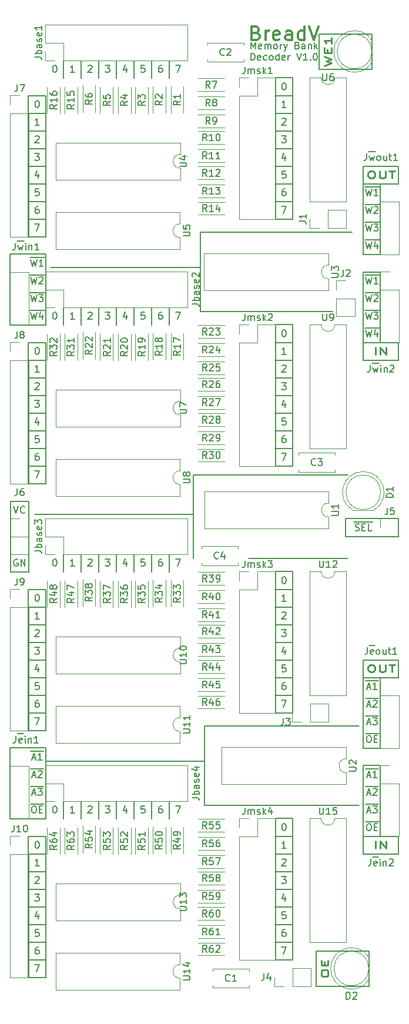
<source format=gbr>
%TF.GenerationSoftware,KiCad,Pcbnew,(6.0.11)*%
%TF.CreationDate,2023-02-25T23:46:12+01:00*%
%TF.ProjectId,mem-decoder,6d656d2d-6465-4636-9f64-65722e6b6963,rev?*%
%TF.SameCoordinates,Original*%
%TF.FileFunction,Legend,Top*%
%TF.FilePolarity,Positive*%
%FSLAX46Y46*%
G04 Gerber Fmt 4.6, Leading zero omitted, Abs format (unit mm)*
G04 Created by KiCad (PCBNEW (6.0.11)) date 2023-02-25 23:46:12*
%MOMM*%
%LPD*%
G01*
G04 APERTURE LIST*
%ADD10C,0.150000*%
%ADD11C,0.350000*%
%ADD12C,0.250000*%
%ADD13C,0.120000*%
G04 APERTURE END LIST*
D10*
X105092500Y-61595000D02*
X106362500Y-61595000D01*
X106362500Y-61595000D02*
X107315000Y-61595000D01*
X85725000Y-61595000D02*
X105092500Y-61595000D01*
X107315000Y-56515000D02*
X129222500Y-56515000D01*
X107315000Y-57150000D02*
X107315000Y-56515000D01*
X107315000Y-67945000D02*
X126365000Y-67945000D01*
X107315000Y-61595000D02*
X107315000Y-67945000D01*
X107315000Y-61595000D02*
X107315000Y-57150000D01*
X104457500Y-97155000D02*
X105727500Y-97155000D01*
X105727500Y-97155000D02*
X106362500Y-97155000D01*
X83502500Y-97155000D02*
X104457500Y-97155000D01*
X106362500Y-91440000D02*
X128587500Y-91440000D01*
X106362500Y-92710000D02*
X106362500Y-91440000D01*
X114300000Y-103505000D02*
X128587500Y-103505000D01*
X106362500Y-97155000D02*
X106362500Y-103505000D01*
X106362500Y-97155000D02*
X106362500Y-92710000D01*
X107950000Y-127635000D02*
X130175000Y-127635000D01*
X107950000Y-128270000D02*
X107950000Y-127635000D01*
X107950000Y-132715000D02*
X107950000Y-128270000D01*
X107950000Y-139065000D02*
X130175000Y-139065000D01*
X107950000Y-132715000D02*
X107950000Y-139065000D01*
X107315000Y-132715000D02*
X107950000Y-132715000D01*
X106045000Y-132715000D02*
X107315000Y-132715000D01*
X85090000Y-132715000D02*
X106045000Y-132715000D01*
X114618095Y-30127380D02*
X114618095Y-29127380D01*
X114951428Y-29841666D01*
X115284761Y-29127380D01*
X115284761Y-30127380D01*
X116141904Y-30079761D02*
X116046666Y-30127380D01*
X115856190Y-30127380D01*
X115760952Y-30079761D01*
X115713333Y-29984523D01*
X115713333Y-29603571D01*
X115760952Y-29508333D01*
X115856190Y-29460714D01*
X116046666Y-29460714D01*
X116141904Y-29508333D01*
X116189523Y-29603571D01*
X116189523Y-29698809D01*
X115713333Y-29794047D01*
X116618095Y-30127380D02*
X116618095Y-29460714D01*
X116618095Y-29555952D02*
X116665714Y-29508333D01*
X116760952Y-29460714D01*
X116903809Y-29460714D01*
X116999047Y-29508333D01*
X117046666Y-29603571D01*
X117046666Y-30127380D01*
X117046666Y-29603571D02*
X117094285Y-29508333D01*
X117189523Y-29460714D01*
X117332380Y-29460714D01*
X117427619Y-29508333D01*
X117475238Y-29603571D01*
X117475238Y-30127380D01*
X118094285Y-30127380D02*
X117999047Y-30079761D01*
X117951428Y-30032142D01*
X117903809Y-29936904D01*
X117903809Y-29651190D01*
X117951428Y-29555952D01*
X117999047Y-29508333D01*
X118094285Y-29460714D01*
X118237142Y-29460714D01*
X118332380Y-29508333D01*
X118380000Y-29555952D01*
X118427619Y-29651190D01*
X118427619Y-29936904D01*
X118380000Y-30032142D01*
X118332380Y-30079761D01*
X118237142Y-30127380D01*
X118094285Y-30127380D01*
X118856190Y-30127380D02*
X118856190Y-29460714D01*
X118856190Y-29651190D02*
X118903809Y-29555952D01*
X118951428Y-29508333D01*
X119046666Y-29460714D01*
X119141904Y-29460714D01*
X119380000Y-29460714D02*
X119618095Y-30127380D01*
X119856190Y-29460714D02*
X119618095Y-30127380D01*
X119522857Y-30365476D01*
X119475238Y-30413095D01*
X119380000Y-30460714D01*
X121332380Y-29603571D02*
X121475238Y-29651190D01*
X121522857Y-29698809D01*
X121570476Y-29794047D01*
X121570476Y-29936904D01*
X121522857Y-30032142D01*
X121475238Y-30079761D01*
X121380000Y-30127380D01*
X120999047Y-30127380D01*
X120999047Y-29127380D01*
X121332380Y-29127380D01*
X121427619Y-29175000D01*
X121475238Y-29222619D01*
X121522857Y-29317857D01*
X121522857Y-29413095D01*
X121475238Y-29508333D01*
X121427619Y-29555952D01*
X121332380Y-29603571D01*
X120999047Y-29603571D01*
X122427619Y-30127380D02*
X122427619Y-29603571D01*
X122380000Y-29508333D01*
X122284761Y-29460714D01*
X122094285Y-29460714D01*
X121999047Y-29508333D01*
X122427619Y-30079761D02*
X122332380Y-30127380D01*
X122094285Y-30127380D01*
X121999047Y-30079761D01*
X121951428Y-29984523D01*
X121951428Y-29889285D01*
X121999047Y-29794047D01*
X122094285Y-29746428D01*
X122332380Y-29746428D01*
X122427619Y-29698809D01*
X122903809Y-29460714D02*
X122903809Y-30127380D01*
X122903809Y-29555952D02*
X122951428Y-29508333D01*
X123046666Y-29460714D01*
X123189523Y-29460714D01*
X123284761Y-29508333D01*
X123332380Y-29603571D01*
X123332380Y-30127380D01*
X123808571Y-30127380D02*
X123808571Y-29127380D01*
X123903809Y-29746428D02*
X124189523Y-30127380D01*
X124189523Y-29460714D02*
X123808571Y-29841666D01*
X114618095Y-31737380D02*
X114618095Y-30737380D01*
X114856190Y-30737380D01*
X114999047Y-30785000D01*
X115094285Y-30880238D01*
X115141904Y-30975476D01*
X115189523Y-31165952D01*
X115189523Y-31308809D01*
X115141904Y-31499285D01*
X115094285Y-31594523D01*
X114999047Y-31689761D01*
X114856190Y-31737380D01*
X114618095Y-31737380D01*
X115999047Y-31689761D02*
X115903809Y-31737380D01*
X115713333Y-31737380D01*
X115618095Y-31689761D01*
X115570476Y-31594523D01*
X115570476Y-31213571D01*
X115618095Y-31118333D01*
X115713333Y-31070714D01*
X115903809Y-31070714D01*
X115999047Y-31118333D01*
X116046666Y-31213571D01*
X116046666Y-31308809D01*
X115570476Y-31404047D01*
X116903809Y-31689761D02*
X116808571Y-31737380D01*
X116618095Y-31737380D01*
X116522857Y-31689761D01*
X116475238Y-31642142D01*
X116427619Y-31546904D01*
X116427619Y-31261190D01*
X116475238Y-31165952D01*
X116522857Y-31118333D01*
X116618095Y-31070714D01*
X116808571Y-31070714D01*
X116903809Y-31118333D01*
X117475238Y-31737380D02*
X117380000Y-31689761D01*
X117332380Y-31642142D01*
X117284761Y-31546904D01*
X117284761Y-31261190D01*
X117332380Y-31165952D01*
X117380000Y-31118333D01*
X117475238Y-31070714D01*
X117618095Y-31070714D01*
X117713333Y-31118333D01*
X117760952Y-31165952D01*
X117808571Y-31261190D01*
X117808571Y-31546904D01*
X117760952Y-31642142D01*
X117713333Y-31689761D01*
X117618095Y-31737380D01*
X117475238Y-31737380D01*
X118665714Y-31737380D02*
X118665714Y-30737380D01*
X118665714Y-31689761D02*
X118570476Y-31737380D01*
X118380000Y-31737380D01*
X118284761Y-31689761D01*
X118237142Y-31642142D01*
X118189523Y-31546904D01*
X118189523Y-31261190D01*
X118237142Y-31165952D01*
X118284761Y-31118333D01*
X118380000Y-31070714D01*
X118570476Y-31070714D01*
X118665714Y-31118333D01*
X119522857Y-31689761D02*
X119427619Y-31737380D01*
X119237142Y-31737380D01*
X119141904Y-31689761D01*
X119094285Y-31594523D01*
X119094285Y-31213571D01*
X119141904Y-31118333D01*
X119237142Y-31070714D01*
X119427619Y-31070714D01*
X119522857Y-31118333D01*
X119570476Y-31213571D01*
X119570476Y-31308809D01*
X119094285Y-31404047D01*
X119999047Y-31737380D02*
X119999047Y-31070714D01*
X119999047Y-31261190D02*
X120046666Y-31165952D01*
X120094285Y-31118333D01*
X120189523Y-31070714D01*
X120284761Y-31070714D01*
X121237142Y-30737380D02*
X121570476Y-31737380D01*
X121903809Y-30737380D01*
X122760952Y-31737380D02*
X122189523Y-31737380D01*
X122475238Y-31737380D02*
X122475238Y-30737380D01*
X122380000Y-30880238D01*
X122284761Y-30975476D01*
X122189523Y-31023095D01*
X123189523Y-31642142D02*
X123237142Y-31689761D01*
X123189523Y-31737380D01*
X123141904Y-31689761D01*
X123189523Y-31642142D01*
X123189523Y-31737380D01*
X123856190Y-30737380D02*
X123951428Y-30737380D01*
X124046666Y-30785000D01*
X124094285Y-30832619D01*
X124141904Y-30927857D01*
X124189523Y-31118333D01*
X124189523Y-31356428D01*
X124141904Y-31546904D01*
X124094285Y-31642142D01*
X124046666Y-31689761D01*
X123951428Y-31737380D01*
X123856190Y-31737380D01*
X123760952Y-31689761D01*
X123713333Y-31642142D01*
X123665714Y-31546904D01*
X123618095Y-31356428D01*
X123618095Y-31118333D01*
X123665714Y-30927857D01*
X123713333Y-30832619D01*
X123760952Y-30785000D01*
X123856190Y-30737380D01*
D11*
X115380000Y-27797142D02*
X115665714Y-27892380D01*
X115760952Y-27987619D01*
X115856190Y-28178095D01*
X115856190Y-28463809D01*
X115760952Y-28654285D01*
X115665714Y-28749523D01*
X115475238Y-28844761D01*
X114713333Y-28844761D01*
X114713333Y-26844761D01*
X115380000Y-26844761D01*
X115570476Y-26940000D01*
X115665714Y-27035238D01*
X115760952Y-27225714D01*
X115760952Y-27416190D01*
X115665714Y-27606666D01*
X115570476Y-27701904D01*
X115380000Y-27797142D01*
X114713333Y-27797142D01*
X116713333Y-28844761D02*
X116713333Y-27511428D01*
X116713333Y-27892380D02*
X116808571Y-27701904D01*
X116903809Y-27606666D01*
X117094285Y-27511428D01*
X117284761Y-27511428D01*
X118713333Y-28749523D02*
X118522857Y-28844761D01*
X118141904Y-28844761D01*
X117951428Y-28749523D01*
X117856190Y-28559047D01*
X117856190Y-27797142D01*
X117951428Y-27606666D01*
X118141904Y-27511428D01*
X118522857Y-27511428D01*
X118713333Y-27606666D01*
X118808571Y-27797142D01*
X118808571Y-27987619D01*
X117856190Y-28178095D01*
X120522857Y-28844761D02*
X120522857Y-27797142D01*
X120427619Y-27606666D01*
X120237142Y-27511428D01*
X119856190Y-27511428D01*
X119665714Y-27606666D01*
X120522857Y-28749523D02*
X120332380Y-28844761D01*
X119856190Y-28844761D01*
X119665714Y-28749523D01*
X119570476Y-28559047D01*
X119570476Y-28368571D01*
X119665714Y-28178095D01*
X119856190Y-28082857D01*
X120332380Y-28082857D01*
X120522857Y-27987619D01*
X122332380Y-28844761D02*
X122332380Y-26844761D01*
X122332380Y-28749523D02*
X122141904Y-28844761D01*
X121760952Y-28844761D01*
X121570476Y-28749523D01*
X121475238Y-28654285D01*
X121380000Y-28463809D01*
X121380000Y-27892380D01*
X121475238Y-27701904D01*
X121570476Y-27606666D01*
X121760952Y-27511428D01*
X122141904Y-27511428D01*
X122332380Y-27606666D01*
X122999047Y-26844761D02*
X123665714Y-28844761D01*
X124332380Y-26844761D01*
D10*
X81018095Y-103640000D02*
X80922857Y-103592380D01*
X80780000Y-103592380D01*
X80637142Y-103640000D01*
X80541904Y-103735238D01*
X80494285Y-103830476D01*
X80446666Y-104020952D01*
X80446666Y-104163809D01*
X80494285Y-104354285D01*
X80541904Y-104449523D01*
X80637142Y-104544761D01*
X80780000Y-104592380D01*
X80875238Y-104592380D01*
X81018095Y-104544761D01*
X81065714Y-104497142D01*
X81065714Y-104163809D01*
X80875238Y-104163809D01*
X81494285Y-104592380D02*
X81494285Y-103592380D01*
X82065714Y-104592380D01*
X82065714Y-103592380D01*
X80446666Y-95972380D02*
X80780000Y-96972380D01*
X81113333Y-95972380D01*
X82018095Y-96877142D02*
X81970476Y-96924761D01*
X81827619Y-96972380D01*
X81732380Y-96972380D01*
X81589523Y-96924761D01*
X81494285Y-96829523D01*
X81446666Y-96734285D01*
X81399047Y-96543809D01*
X81399047Y-96400952D01*
X81446666Y-96210476D01*
X81494285Y-96115238D01*
X81589523Y-96020000D01*
X81732380Y-95972380D01*
X81827619Y-95972380D01*
X81970476Y-96020000D01*
X82018095Y-96067619D01*
X80010000Y-95250000D02*
X82610000Y-95250000D01*
X82610000Y-95250000D02*
X82610000Y-105410000D01*
X82610000Y-105410000D02*
X80010000Y-105410000D01*
X80010000Y-105410000D02*
X80010000Y-95250000D01*
X82550000Y-72390000D02*
X85090000Y-72390000D01*
X85090000Y-72390000D02*
X85090000Y-92710000D01*
X85090000Y-92710000D02*
X82550000Y-92710000D01*
X82550000Y-92710000D02*
X82550000Y-72390000D01*
D12*
X124742380Y-163381428D02*
X124742380Y-163095714D01*
X124790000Y-162952857D01*
X124885238Y-162810000D01*
X125075714Y-162738571D01*
X125409047Y-162738571D01*
X125599523Y-162810000D01*
X125694761Y-162952857D01*
X125742380Y-163095714D01*
X125742380Y-163381428D01*
X125694761Y-163524285D01*
X125599523Y-163667142D01*
X125409047Y-163738571D01*
X125075714Y-163738571D01*
X124885238Y-163667142D01*
X124790000Y-163524285D01*
X124742380Y-163381428D01*
X125218571Y-162095714D02*
X125218571Y-161595714D01*
X125742380Y-161381428D02*
X125742380Y-162095714D01*
X124742380Y-162095714D01*
X124742380Y-161381428D01*
D10*
X124020000Y-160020000D02*
X131640000Y-160020000D01*
X131640000Y-160020000D02*
X131640000Y-165100000D01*
X131640000Y-165100000D02*
X124020000Y-165100000D01*
X124020000Y-165100000D02*
X124020000Y-160020000D01*
X124460000Y-27940000D02*
X132080000Y-27940000D01*
X132080000Y-27940000D02*
X132080000Y-33020000D01*
X132080000Y-33020000D02*
X124460000Y-33020000D01*
X124460000Y-33020000D02*
X124460000Y-27940000D01*
D12*
X125182380Y-32515714D02*
X126182380Y-32158571D01*
X125468095Y-31872857D01*
X126182380Y-31587142D01*
X125182380Y-31230000D01*
X125658571Y-30658571D02*
X125658571Y-30158571D01*
X126182380Y-29944285D02*
X126182380Y-30658571D01*
X125182380Y-30658571D01*
X125182380Y-29944285D01*
X126182380Y-28515714D02*
X126182380Y-29372857D01*
X126182380Y-28944285D02*
X125182380Y-28944285D01*
X125325238Y-29087142D01*
X125420476Y-29230000D01*
X125468095Y-29372857D01*
D10*
X128270000Y-97730000D02*
X135890000Y-97730000D01*
X135890000Y-97730000D02*
X135890000Y-100390000D01*
X135890000Y-100390000D02*
X128270000Y-100390000D01*
X128270000Y-100390000D02*
X128270000Y-97730000D01*
X129476666Y-98230000D02*
X130429047Y-98230000D01*
X129667142Y-99464761D02*
X129810000Y-99512380D01*
X130048095Y-99512380D01*
X130143333Y-99464761D01*
X130190952Y-99417142D01*
X130238571Y-99321904D01*
X130238571Y-99226666D01*
X130190952Y-99131428D01*
X130143333Y-99083809D01*
X130048095Y-99036190D01*
X129857619Y-98988571D01*
X129762380Y-98940952D01*
X129714761Y-98893333D01*
X129667142Y-98798095D01*
X129667142Y-98702857D01*
X129714761Y-98607619D01*
X129762380Y-98560000D01*
X129857619Y-98512380D01*
X130095714Y-98512380D01*
X130238571Y-98560000D01*
X130429047Y-98230000D02*
X131333809Y-98230000D01*
X130667142Y-98988571D02*
X131000476Y-98988571D01*
X131143333Y-99512380D02*
X130667142Y-99512380D01*
X130667142Y-98512380D01*
X131143333Y-98512380D01*
X131333809Y-98230000D02*
X132143333Y-98230000D01*
X132048095Y-99512380D02*
X131571904Y-99512380D01*
X131571904Y-98512380D01*
X82772380Y-65210000D02*
X83915238Y-65210000D01*
X82915238Y-65492380D02*
X83153333Y-66492380D01*
X83343809Y-65778095D01*
X83534285Y-66492380D01*
X83772380Y-65492380D01*
X83915238Y-65210000D02*
X84867619Y-65210000D01*
X84058095Y-65492380D02*
X84677142Y-65492380D01*
X84343809Y-65873333D01*
X84486666Y-65873333D01*
X84581904Y-65920952D01*
X84629523Y-65968571D01*
X84677142Y-66063809D01*
X84677142Y-66301904D01*
X84629523Y-66397142D01*
X84581904Y-66444761D01*
X84486666Y-66492380D01*
X84200952Y-66492380D01*
X84105714Y-66444761D01*
X84058095Y-66397142D01*
X82772380Y-60130000D02*
X83915238Y-60130000D01*
X82915238Y-60412380D02*
X83153333Y-61412380D01*
X83343809Y-60698095D01*
X83534285Y-61412380D01*
X83772380Y-60412380D01*
X83915238Y-60130000D02*
X84867619Y-60130000D01*
X84677142Y-61412380D02*
X84105714Y-61412380D01*
X84391428Y-61412380D02*
X84391428Y-60412380D01*
X84296190Y-60555238D01*
X84200952Y-60650476D01*
X84105714Y-60698095D01*
X82772380Y-67750000D02*
X83915238Y-67750000D01*
X82915238Y-68032380D02*
X83153333Y-69032380D01*
X83343809Y-68318095D01*
X83534285Y-69032380D01*
X83772380Y-68032380D01*
X83915238Y-67750000D02*
X84867619Y-67750000D01*
X84581904Y-68365714D02*
X84581904Y-69032380D01*
X84343809Y-67984761D02*
X84105714Y-68699047D01*
X84724761Y-68699047D01*
X82772380Y-62670000D02*
X83915238Y-62670000D01*
X82915238Y-62952380D02*
X83153333Y-63952380D01*
X83343809Y-63238095D01*
X83534285Y-63952380D01*
X83772380Y-62952380D01*
X83915238Y-62670000D02*
X84867619Y-62670000D01*
X84105714Y-63047619D02*
X84153333Y-63000000D01*
X84248571Y-62952380D01*
X84486666Y-62952380D01*
X84581904Y-63000000D01*
X84629523Y-63047619D01*
X84677142Y-63142857D01*
X84677142Y-63238095D01*
X84629523Y-63380952D01*
X84058095Y-63952380D01*
X84677142Y-63952380D01*
X79950000Y-59630000D02*
X85090000Y-59630000D01*
X85090000Y-59630000D02*
X85090000Y-69850000D01*
X85090000Y-69850000D02*
X79950000Y-69850000D01*
X79950000Y-69850000D02*
X79950000Y-59630000D01*
X79950000Y-130750000D02*
X85090000Y-130750000D01*
X85090000Y-130750000D02*
X85090000Y-140970000D01*
X85090000Y-140970000D02*
X79950000Y-140970000D01*
X79950000Y-140970000D02*
X79950000Y-130750000D01*
X82915238Y-133790000D02*
X83772380Y-133790000D01*
X83105714Y-134786666D02*
X83581904Y-134786666D01*
X83010476Y-135072380D02*
X83343809Y-134072380D01*
X83677142Y-135072380D01*
X83772380Y-133790000D02*
X84724761Y-133790000D01*
X83962857Y-134167619D02*
X84010476Y-134120000D01*
X84105714Y-134072380D01*
X84343809Y-134072380D01*
X84439047Y-134120000D01*
X84486666Y-134167619D01*
X84534285Y-134262857D01*
X84534285Y-134358095D01*
X84486666Y-134500952D01*
X83915238Y-135072380D01*
X84534285Y-135072380D01*
X82843809Y-138870000D02*
X83891428Y-138870000D01*
X83272380Y-139152380D02*
X83462857Y-139152380D01*
X83558095Y-139200000D01*
X83653333Y-139295238D01*
X83700952Y-139485714D01*
X83700952Y-139819047D01*
X83653333Y-140009523D01*
X83558095Y-140104761D01*
X83462857Y-140152380D01*
X83272380Y-140152380D01*
X83177142Y-140104761D01*
X83081904Y-140009523D01*
X83034285Y-139819047D01*
X83034285Y-139485714D01*
X83081904Y-139295238D01*
X83177142Y-139200000D01*
X83272380Y-139152380D01*
X83891428Y-138870000D02*
X84796190Y-138870000D01*
X84129523Y-139628571D02*
X84462857Y-139628571D01*
X84605714Y-140152380D02*
X84129523Y-140152380D01*
X84129523Y-139152380D01*
X84605714Y-139152380D01*
X82915238Y-131250000D02*
X83772380Y-131250000D01*
X83105714Y-132246666D02*
X83581904Y-132246666D01*
X83010476Y-132532380D02*
X83343809Y-131532380D01*
X83677142Y-132532380D01*
X83772380Y-131250000D02*
X84724761Y-131250000D01*
X84534285Y-132532380D02*
X83962857Y-132532380D01*
X84248571Y-132532380D02*
X84248571Y-131532380D01*
X84153333Y-131675238D01*
X84058095Y-131770476D01*
X83962857Y-131818095D01*
X82915238Y-136330000D02*
X83772380Y-136330000D01*
X83105714Y-137326666D02*
X83581904Y-137326666D01*
X83010476Y-137612380D02*
X83343809Y-136612380D01*
X83677142Y-137612380D01*
X83772380Y-136330000D02*
X84724761Y-136330000D01*
X83915238Y-136612380D02*
X84534285Y-136612380D01*
X84200952Y-136993333D01*
X84343809Y-136993333D01*
X84439047Y-137040952D01*
X84486666Y-137088571D01*
X84534285Y-137183809D01*
X84534285Y-137421904D01*
X84486666Y-137517142D01*
X84439047Y-137564761D01*
X84343809Y-137612380D01*
X84058095Y-137612380D01*
X83962857Y-137564761D01*
X83915238Y-137517142D01*
X130810000Y-146050000D02*
X135890000Y-146050000D01*
X135890000Y-146050000D02*
X135890000Y-143510000D01*
X135890000Y-143510000D02*
X130810000Y-143510000D01*
X130810000Y-143510000D02*
X130810000Y-146050000D01*
X130810000Y-120650000D02*
X135890000Y-120650000D01*
X135890000Y-120650000D02*
X135890000Y-118110000D01*
X135890000Y-118110000D02*
X130810000Y-118110000D01*
X130810000Y-118110000D02*
X130810000Y-120650000D01*
D12*
X131850000Y-118832380D02*
X132135714Y-118832380D01*
X132278571Y-118880000D01*
X132421428Y-118975238D01*
X132492857Y-119165714D01*
X132492857Y-119499047D01*
X132421428Y-119689523D01*
X132278571Y-119784761D01*
X132135714Y-119832380D01*
X131850000Y-119832380D01*
X131707142Y-119784761D01*
X131564285Y-119689523D01*
X131492857Y-119499047D01*
X131492857Y-119165714D01*
X131564285Y-118975238D01*
X131707142Y-118880000D01*
X131850000Y-118832380D01*
X133135714Y-118832380D02*
X133135714Y-119641904D01*
X133207142Y-119737142D01*
X133278571Y-119784761D01*
X133421428Y-119832380D01*
X133707142Y-119832380D01*
X133850000Y-119784761D01*
X133921428Y-119737142D01*
X133992857Y-119641904D01*
X133992857Y-118832380D01*
X134492857Y-118832380D02*
X135350000Y-118832380D01*
X134921428Y-119832380D02*
X134921428Y-118832380D01*
X132564285Y-145232380D02*
X132564285Y-144232380D01*
X133278571Y-145232380D02*
X133278571Y-144232380D01*
X134135714Y-145232380D01*
X134135714Y-144232380D01*
D10*
X130810000Y-74930000D02*
X135890000Y-74930000D01*
X135890000Y-74930000D02*
X135890000Y-72390000D01*
X135890000Y-72390000D02*
X130810000Y-72390000D01*
X130810000Y-72390000D02*
X130810000Y-74930000D01*
D12*
X132564285Y-74112380D02*
X132564285Y-73112380D01*
X133278571Y-74112380D02*
X133278571Y-73112380D01*
X134135714Y-74112380D01*
X134135714Y-73112380D01*
X131850000Y-47712380D02*
X132135714Y-47712380D01*
X132278571Y-47760000D01*
X132421428Y-47855238D01*
X132492857Y-48045714D01*
X132492857Y-48379047D01*
X132421428Y-48569523D01*
X132278571Y-48664761D01*
X132135714Y-48712380D01*
X131850000Y-48712380D01*
X131707142Y-48664761D01*
X131564285Y-48569523D01*
X131492857Y-48379047D01*
X131492857Y-48045714D01*
X131564285Y-47855238D01*
X131707142Y-47760000D01*
X131850000Y-47712380D01*
X133135714Y-47712380D02*
X133135714Y-48521904D01*
X133207142Y-48617142D01*
X133278571Y-48664761D01*
X133421428Y-48712380D01*
X133707142Y-48712380D01*
X133850000Y-48664761D01*
X133921428Y-48617142D01*
X133992857Y-48521904D01*
X133992857Y-47712380D01*
X134492857Y-47712380D02*
X135350000Y-47712380D01*
X134921428Y-48712380D02*
X134921428Y-47712380D01*
D10*
X130810000Y-49530000D02*
X135890000Y-49530000D01*
X135890000Y-49530000D02*
X135890000Y-46990000D01*
X135890000Y-46990000D02*
X130810000Y-46990000D01*
X130810000Y-46990000D02*
X130810000Y-49530000D01*
X131032380Y-67750000D02*
X132175238Y-67750000D01*
X131175238Y-68032380D02*
X131413333Y-69032380D01*
X131603809Y-68318095D01*
X131794285Y-69032380D01*
X132032380Y-68032380D01*
X132175238Y-67750000D02*
X133127619Y-67750000D01*
X132318095Y-68032380D02*
X132937142Y-68032380D01*
X132603809Y-68413333D01*
X132746666Y-68413333D01*
X132841904Y-68460952D01*
X132889523Y-68508571D01*
X132937142Y-68603809D01*
X132937142Y-68841904D01*
X132889523Y-68937142D01*
X132841904Y-68984761D01*
X132746666Y-69032380D01*
X132460952Y-69032380D01*
X132365714Y-68984761D01*
X132318095Y-68937142D01*
X131032380Y-62670000D02*
X132175238Y-62670000D01*
X131175238Y-62952380D02*
X131413333Y-63952380D01*
X131603809Y-63238095D01*
X131794285Y-63952380D01*
X132032380Y-62952380D01*
X132175238Y-62670000D02*
X133127619Y-62670000D01*
X132937142Y-63952380D02*
X132365714Y-63952380D01*
X132651428Y-63952380D02*
X132651428Y-62952380D01*
X132556190Y-63095238D01*
X132460952Y-63190476D01*
X132365714Y-63238095D01*
X131032380Y-70290000D02*
X132175238Y-70290000D01*
X131175238Y-70572380D02*
X131413333Y-71572380D01*
X131603809Y-70858095D01*
X131794285Y-71572380D01*
X132032380Y-70572380D01*
X132175238Y-70290000D02*
X133127619Y-70290000D01*
X132841904Y-70905714D02*
X132841904Y-71572380D01*
X132603809Y-70524761D02*
X132365714Y-71239047D01*
X132984761Y-71239047D01*
X131032380Y-65210000D02*
X132175238Y-65210000D01*
X131175238Y-65492380D02*
X131413333Y-66492380D01*
X131603809Y-65778095D01*
X131794285Y-66492380D01*
X132032380Y-65492380D01*
X132175238Y-65210000D02*
X133127619Y-65210000D01*
X132365714Y-65587619D02*
X132413333Y-65540000D01*
X132508571Y-65492380D01*
X132746666Y-65492380D01*
X132841904Y-65540000D01*
X132889523Y-65587619D01*
X132937142Y-65682857D01*
X132937142Y-65778095D01*
X132889523Y-65920952D01*
X132318095Y-66492380D01*
X132937142Y-66492380D01*
X131032380Y-57590000D02*
X132175238Y-57590000D01*
X131175238Y-57872380D02*
X131413333Y-58872380D01*
X131603809Y-58158095D01*
X131794285Y-58872380D01*
X132032380Y-57872380D01*
X132175238Y-57590000D02*
X133127619Y-57590000D01*
X132841904Y-58205714D02*
X132841904Y-58872380D01*
X132603809Y-57824761D02*
X132365714Y-58539047D01*
X132984761Y-58539047D01*
X131032380Y-55050000D02*
X132175238Y-55050000D01*
X131175238Y-55332380D02*
X131413333Y-56332380D01*
X131603809Y-55618095D01*
X131794285Y-56332380D01*
X132032380Y-55332380D01*
X132175238Y-55050000D02*
X133127619Y-55050000D01*
X132318095Y-55332380D02*
X132937142Y-55332380D01*
X132603809Y-55713333D01*
X132746666Y-55713333D01*
X132841904Y-55760952D01*
X132889523Y-55808571D01*
X132937142Y-55903809D01*
X132937142Y-56141904D01*
X132889523Y-56237142D01*
X132841904Y-56284761D01*
X132746666Y-56332380D01*
X132460952Y-56332380D01*
X132365714Y-56284761D01*
X132318095Y-56237142D01*
X131032380Y-52510000D02*
X132175238Y-52510000D01*
X131175238Y-52792380D02*
X131413333Y-53792380D01*
X131603809Y-53078095D01*
X131794285Y-53792380D01*
X132032380Y-52792380D01*
X132175238Y-52510000D02*
X133127619Y-52510000D01*
X132365714Y-52887619D02*
X132413333Y-52840000D01*
X132508571Y-52792380D01*
X132746666Y-52792380D01*
X132841904Y-52840000D01*
X132889523Y-52887619D01*
X132937142Y-52982857D01*
X132937142Y-53078095D01*
X132889523Y-53220952D01*
X132318095Y-53792380D01*
X132937142Y-53792380D01*
X131032380Y-49970000D02*
X132175238Y-49970000D01*
X131175238Y-50252380D02*
X131413333Y-51252380D01*
X131603809Y-50538095D01*
X131794285Y-51252380D01*
X132032380Y-50252380D01*
X132175238Y-49970000D02*
X133127619Y-49970000D01*
X132937142Y-51252380D02*
X132365714Y-51252380D01*
X132651428Y-51252380D02*
X132651428Y-50252380D01*
X132556190Y-50395238D01*
X132460952Y-50490476D01*
X132365714Y-50538095D01*
X131103809Y-141410000D02*
X132151428Y-141410000D01*
X131532380Y-141692380D02*
X131722857Y-141692380D01*
X131818095Y-141740000D01*
X131913333Y-141835238D01*
X131960952Y-142025714D01*
X131960952Y-142359047D01*
X131913333Y-142549523D01*
X131818095Y-142644761D01*
X131722857Y-142692380D01*
X131532380Y-142692380D01*
X131437142Y-142644761D01*
X131341904Y-142549523D01*
X131294285Y-142359047D01*
X131294285Y-142025714D01*
X131341904Y-141835238D01*
X131437142Y-141740000D01*
X131532380Y-141692380D01*
X132151428Y-141410000D02*
X133056190Y-141410000D01*
X132389523Y-142168571D02*
X132722857Y-142168571D01*
X132865714Y-142692380D02*
X132389523Y-142692380D01*
X132389523Y-141692380D01*
X132865714Y-141692380D01*
X131175238Y-133790000D02*
X132032380Y-133790000D01*
X131365714Y-134786666D02*
X131841904Y-134786666D01*
X131270476Y-135072380D02*
X131603809Y-134072380D01*
X131937142Y-135072380D01*
X132032380Y-133790000D02*
X132984761Y-133790000D01*
X132794285Y-135072380D02*
X132222857Y-135072380D01*
X132508571Y-135072380D02*
X132508571Y-134072380D01*
X132413333Y-134215238D01*
X132318095Y-134310476D01*
X132222857Y-134358095D01*
X131175238Y-136330000D02*
X132032380Y-136330000D01*
X131365714Y-137326666D02*
X131841904Y-137326666D01*
X131270476Y-137612380D02*
X131603809Y-136612380D01*
X131937142Y-137612380D01*
X132032380Y-136330000D02*
X132984761Y-136330000D01*
X132222857Y-136707619D02*
X132270476Y-136660000D01*
X132365714Y-136612380D01*
X132603809Y-136612380D01*
X132699047Y-136660000D01*
X132746666Y-136707619D01*
X132794285Y-136802857D01*
X132794285Y-136898095D01*
X132746666Y-137040952D01*
X132175238Y-137612380D01*
X132794285Y-137612380D01*
X131175238Y-138870000D02*
X132032380Y-138870000D01*
X131365714Y-139866666D02*
X131841904Y-139866666D01*
X131270476Y-140152380D02*
X131603809Y-139152380D01*
X131937142Y-140152380D01*
X132032380Y-138870000D02*
X132984761Y-138870000D01*
X132175238Y-139152380D02*
X132794285Y-139152380D01*
X132460952Y-139533333D01*
X132603809Y-139533333D01*
X132699047Y-139580952D01*
X132746666Y-139628571D01*
X132794285Y-139723809D01*
X132794285Y-139961904D01*
X132746666Y-140057142D01*
X132699047Y-140104761D01*
X132603809Y-140152380D01*
X132318095Y-140152380D01*
X132222857Y-140104761D01*
X132175238Y-140057142D01*
X131103809Y-128710000D02*
X132151428Y-128710000D01*
X131532380Y-128992380D02*
X131722857Y-128992380D01*
X131818095Y-129040000D01*
X131913333Y-129135238D01*
X131960952Y-129325714D01*
X131960952Y-129659047D01*
X131913333Y-129849523D01*
X131818095Y-129944761D01*
X131722857Y-129992380D01*
X131532380Y-129992380D01*
X131437142Y-129944761D01*
X131341904Y-129849523D01*
X131294285Y-129659047D01*
X131294285Y-129325714D01*
X131341904Y-129135238D01*
X131437142Y-129040000D01*
X131532380Y-128992380D01*
X132151428Y-128710000D02*
X133056190Y-128710000D01*
X132389523Y-129468571D02*
X132722857Y-129468571D01*
X132865714Y-129992380D02*
X132389523Y-129992380D01*
X132389523Y-128992380D01*
X132865714Y-128992380D01*
X131175238Y-126170000D02*
X132032380Y-126170000D01*
X131365714Y-127166666D02*
X131841904Y-127166666D01*
X131270476Y-127452380D02*
X131603809Y-126452380D01*
X131937142Y-127452380D01*
X132032380Y-126170000D02*
X132984761Y-126170000D01*
X132175238Y-126452380D02*
X132794285Y-126452380D01*
X132460952Y-126833333D01*
X132603809Y-126833333D01*
X132699047Y-126880952D01*
X132746666Y-126928571D01*
X132794285Y-127023809D01*
X132794285Y-127261904D01*
X132746666Y-127357142D01*
X132699047Y-127404761D01*
X132603809Y-127452380D01*
X132318095Y-127452380D01*
X132222857Y-127404761D01*
X132175238Y-127357142D01*
X131175238Y-123630000D02*
X132032380Y-123630000D01*
X131365714Y-124626666D02*
X131841904Y-124626666D01*
X131270476Y-124912380D02*
X131603809Y-123912380D01*
X131937142Y-124912380D01*
X132032380Y-123630000D02*
X132984761Y-123630000D01*
X132222857Y-124007619D02*
X132270476Y-123960000D01*
X132365714Y-123912380D01*
X132603809Y-123912380D01*
X132699047Y-123960000D01*
X132746666Y-124007619D01*
X132794285Y-124102857D01*
X132794285Y-124198095D01*
X132746666Y-124340952D01*
X132175238Y-124912380D01*
X132794285Y-124912380D01*
X131175238Y-121090000D02*
X132032380Y-121090000D01*
X131365714Y-122086666D02*
X131841904Y-122086666D01*
X131270476Y-122372380D02*
X131603809Y-121372380D01*
X131937142Y-122372380D01*
X132032380Y-121090000D02*
X132984761Y-121090000D01*
X132794285Y-122372380D02*
X132222857Y-122372380D01*
X132508571Y-122372380D02*
X132508571Y-121372380D01*
X132413333Y-121515238D01*
X132318095Y-121610476D01*
X132222857Y-121658095D01*
X133290000Y-59750000D02*
X130810000Y-59750000D01*
X130810000Y-59750000D02*
X130810000Y-49530000D01*
X130810000Y-49530000D02*
X133290000Y-49530000D01*
X133290000Y-49530000D02*
X133290000Y-59750000D01*
X133290000Y-72450000D02*
X130810000Y-72450000D01*
X130810000Y-72450000D02*
X130810000Y-62230000D01*
X130810000Y-62230000D02*
X133290000Y-62230000D01*
X133290000Y-62230000D02*
X133290000Y-72450000D01*
X133290000Y-130870000D02*
X130810000Y-130870000D01*
X130810000Y-130870000D02*
X130810000Y-120650000D01*
X130810000Y-120650000D02*
X133290000Y-120650000D01*
X133290000Y-120650000D02*
X133290000Y-130870000D01*
X133290000Y-133290000D02*
X130810000Y-133290000D01*
X130810000Y-133290000D02*
X130810000Y-143570000D01*
X130810000Y-143570000D02*
X133290000Y-143570000D01*
X133290000Y-143570000D02*
X133290000Y-133290000D01*
X82550000Y-143510000D02*
X85090000Y-143510000D01*
X85090000Y-143510000D02*
X85090000Y-163830000D01*
X85090000Y-163830000D02*
X82550000Y-163830000D01*
X82550000Y-163830000D02*
X82550000Y-143510000D01*
X118170000Y-161350000D02*
X120650000Y-161350000D01*
X120650000Y-161350000D02*
X120650000Y-140910000D01*
X120650000Y-140910000D02*
X118170000Y-140910000D01*
X118170000Y-140910000D02*
X118170000Y-161350000D01*
X87630000Y-138490000D02*
X87630000Y-140970000D01*
X90170000Y-140970000D02*
X90170000Y-138430000D01*
X92710000Y-138430000D02*
X92710000Y-140970000D01*
X95220000Y-138490000D02*
X95220000Y-140970000D01*
X97790000Y-138430000D02*
X97790000Y-140970000D01*
X100330000Y-138430000D02*
X100330000Y-140970000D01*
X102870000Y-138430000D02*
X102870000Y-140970000D01*
X82610000Y-146050000D02*
X85090000Y-146050000D01*
X82550000Y-148590000D02*
X85090000Y-148590000D01*
X82550000Y-151130000D02*
X85090000Y-151130000D01*
X82550000Y-153670000D02*
X85090000Y-153670000D01*
X82550000Y-156210000D02*
X85090000Y-156210000D01*
X82550000Y-158750000D02*
X85090000Y-158750000D01*
X82550000Y-161290000D02*
X85090000Y-161290000D01*
X118110000Y-158750000D02*
X120650000Y-158750000D01*
X120650000Y-156210000D02*
X118110000Y-156210000D01*
X118110000Y-153670000D02*
X120650000Y-153670000D01*
X120650000Y-151130000D02*
X118170000Y-151130000D01*
X118170000Y-148590000D02*
X120650000Y-148590000D01*
X120650000Y-146050000D02*
X118110000Y-146050000D01*
X118110000Y-143510000D02*
X120650000Y-143510000D01*
X82550000Y-107950000D02*
X85090000Y-107950000D01*
X85090000Y-107950000D02*
X85090000Y-128270000D01*
X85090000Y-128270000D02*
X82550000Y-128270000D01*
X82550000Y-128270000D02*
X82550000Y-107950000D01*
X118170000Y-125790000D02*
X120650000Y-125790000D01*
X120650000Y-125790000D02*
X120650000Y-105350000D01*
X120650000Y-105350000D02*
X118170000Y-105350000D01*
X118170000Y-105350000D02*
X118170000Y-125790000D01*
X87630000Y-102930000D02*
X87630000Y-105410000D01*
X90170000Y-105410000D02*
X90170000Y-102870000D01*
X92710000Y-102870000D02*
X92710000Y-105410000D01*
X95220000Y-102930000D02*
X95220000Y-105410000D01*
X97790000Y-102870000D02*
X97790000Y-105410000D01*
X100330000Y-102870000D02*
X100330000Y-105410000D01*
X102870000Y-102870000D02*
X102870000Y-105410000D01*
X82610000Y-110490000D02*
X85090000Y-110490000D01*
X82550000Y-113030000D02*
X85090000Y-113030000D01*
X82550000Y-115570000D02*
X85090000Y-115570000D01*
X82550000Y-118110000D02*
X85090000Y-118110000D01*
X82550000Y-120650000D02*
X85090000Y-120650000D01*
X82550000Y-123190000D02*
X85090000Y-123190000D01*
X82550000Y-125730000D02*
X85090000Y-125730000D01*
X118110000Y-123190000D02*
X120650000Y-123190000D01*
X120650000Y-120650000D02*
X118110000Y-120650000D01*
X118110000Y-118110000D02*
X120650000Y-118110000D01*
X120650000Y-115570000D02*
X118170000Y-115570000D01*
X118170000Y-113030000D02*
X120650000Y-113030000D01*
X120650000Y-110490000D02*
X118110000Y-110490000D01*
X118110000Y-107950000D02*
X120650000Y-107950000D01*
X118170000Y-90230000D02*
X120650000Y-90230000D01*
X120650000Y-90230000D02*
X120650000Y-69790000D01*
X120650000Y-69790000D02*
X118170000Y-69790000D01*
X118170000Y-69790000D02*
X118170000Y-90230000D01*
X87630000Y-67370000D02*
X87630000Y-69850000D01*
X90170000Y-69850000D02*
X90170000Y-67310000D01*
X92710000Y-67310000D02*
X92710000Y-69850000D01*
X95220000Y-67370000D02*
X95220000Y-69850000D01*
X97790000Y-67310000D02*
X97790000Y-69850000D01*
X100330000Y-67310000D02*
X100330000Y-69850000D01*
X102870000Y-67310000D02*
X102870000Y-69850000D01*
X82610000Y-74930000D02*
X85090000Y-74930000D01*
X82550000Y-77470000D02*
X85090000Y-77470000D01*
X82550000Y-80010000D02*
X85090000Y-80010000D01*
X82550000Y-82550000D02*
X85090000Y-82550000D01*
X82550000Y-85090000D02*
X85090000Y-85090000D01*
X82550000Y-87630000D02*
X85090000Y-87630000D01*
X82550000Y-90170000D02*
X85090000Y-90170000D01*
X118110000Y-87630000D02*
X120650000Y-87630000D01*
X120650000Y-85090000D02*
X118110000Y-85090000D01*
X118110000Y-82550000D02*
X120650000Y-82550000D01*
X120650000Y-80010000D02*
X118170000Y-80010000D01*
X118170000Y-77470000D02*
X120650000Y-77470000D01*
X120650000Y-74930000D02*
X118110000Y-74930000D01*
X118110000Y-72390000D02*
X120650000Y-72390000D01*
X119332380Y-141692380D02*
X119427619Y-141692380D01*
X119522857Y-141740000D01*
X119570476Y-141787619D01*
X119618095Y-141882857D01*
X119665714Y-142073333D01*
X119665714Y-142311428D01*
X119618095Y-142501904D01*
X119570476Y-142597142D01*
X119522857Y-142644761D01*
X119427619Y-142692380D01*
X119332380Y-142692380D01*
X119237142Y-142644761D01*
X119189523Y-142597142D01*
X119141904Y-142501904D01*
X119094285Y-142311428D01*
X119094285Y-142073333D01*
X119141904Y-141882857D01*
X119189523Y-141787619D01*
X119237142Y-141740000D01*
X119332380Y-141692380D01*
X119665714Y-145232380D02*
X119094285Y-145232380D01*
X119380000Y-145232380D02*
X119380000Y-144232380D01*
X119284761Y-144375238D01*
X119189523Y-144470476D01*
X119094285Y-144518095D01*
X119094285Y-146867619D02*
X119141904Y-146820000D01*
X119237142Y-146772380D01*
X119475238Y-146772380D01*
X119570476Y-146820000D01*
X119618095Y-146867619D01*
X119665714Y-146962857D01*
X119665714Y-147058095D01*
X119618095Y-147200952D01*
X119046666Y-147772380D01*
X119665714Y-147772380D01*
X119046666Y-149312380D02*
X119665714Y-149312380D01*
X119332380Y-149693333D01*
X119475238Y-149693333D01*
X119570476Y-149740952D01*
X119618095Y-149788571D01*
X119665714Y-149883809D01*
X119665714Y-150121904D01*
X119618095Y-150217142D01*
X119570476Y-150264761D01*
X119475238Y-150312380D01*
X119189523Y-150312380D01*
X119094285Y-150264761D01*
X119046666Y-150217142D01*
X119570476Y-152185714D02*
X119570476Y-152852380D01*
X119332380Y-151804761D02*
X119094285Y-152519047D01*
X119713333Y-152519047D01*
X119618095Y-154392380D02*
X119141904Y-154392380D01*
X119094285Y-154868571D01*
X119141904Y-154820952D01*
X119237142Y-154773333D01*
X119475238Y-154773333D01*
X119570476Y-154820952D01*
X119618095Y-154868571D01*
X119665714Y-154963809D01*
X119665714Y-155201904D01*
X119618095Y-155297142D01*
X119570476Y-155344761D01*
X119475238Y-155392380D01*
X119237142Y-155392380D01*
X119141904Y-155344761D01*
X119094285Y-155297142D01*
X119570476Y-156932380D02*
X119380000Y-156932380D01*
X119284761Y-156980000D01*
X119237142Y-157027619D01*
X119141904Y-157170476D01*
X119094285Y-157360952D01*
X119094285Y-157741904D01*
X119141904Y-157837142D01*
X119189523Y-157884761D01*
X119284761Y-157932380D01*
X119475238Y-157932380D01*
X119570476Y-157884761D01*
X119618095Y-157837142D01*
X119665714Y-157741904D01*
X119665714Y-157503809D01*
X119618095Y-157408571D01*
X119570476Y-157360952D01*
X119475238Y-157313333D01*
X119284761Y-157313333D01*
X119189523Y-157360952D01*
X119141904Y-157408571D01*
X119094285Y-157503809D01*
X119046666Y-159472380D02*
X119713333Y-159472380D01*
X119284761Y-160472380D01*
X84010476Y-154725714D02*
X84010476Y-155392380D01*
X83772380Y-154344761D02*
X83534285Y-155059047D01*
X84153333Y-155059047D01*
X84105714Y-147772380D02*
X83534285Y-147772380D01*
X83820000Y-147772380D02*
X83820000Y-146772380D01*
X83724761Y-146915238D01*
X83629523Y-147010476D01*
X83534285Y-147058095D01*
X84058095Y-156932380D02*
X83581904Y-156932380D01*
X83534285Y-157408571D01*
X83581904Y-157360952D01*
X83677142Y-157313333D01*
X83915238Y-157313333D01*
X84010476Y-157360952D01*
X84058095Y-157408571D01*
X84105714Y-157503809D01*
X84105714Y-157741904D01*
X84058095Y-157837142D01*
X84010476Y-157884761D01*
X83915238Y-157932380D01*
X83677142Y-157932380D01*
X83581904Y-157884761D01*
X83534285Y-157837142D01*
X83486666Y-151852380D02*
X84105714Y-151852380D01*
X83772380Y-152233333D01*
X83915238Y-152233333D01*
X84010476Y-152280952D01*
X84058095Y-152328571D01*
X84105714Y-152423809D01*
X84105714Y-152661904D01*
X84058095Y-152757142D01*
X84010476Y-152804761D01*
X83915238Y-152852380D01*
X83629523Y-152852380D01*
X83534285Y-152804761D01*
X83486666Y-152757142D01*
X83534285Y-149407619D02*
X83581904Y-149360000D01*
X83677142Y-149312380D01*
X83915238Y-149312380D01*
X84010476Y-149360000D01*
X84058095Y-149407619D01*
X84105714Y-149502857D01*
X84105714Y-149598095D01*
X84058095Y-149740952D01*
X83486666Y-150312380D01*
X84105714Y-150312380D01*
X84010476Y-159472380D02*
X83820000Y-159472380D01*
X83724761Y-159520000D01*
X83677142Y-159567619D01*
X83581904Y-159710476D01*
X83534285Y-159900952D01*
X83534285Y-160281904D01*
X83581904Y-160377142D01*
X83629523Y-160424761D01*
X83724761Y-160472380D01*
X83915238Y-160472380D01*
X84010476Y-160424761D01*
X84058095Y-160377142D01*
X84105714Y-160281904D01*
X84105714Y-160043809D01*
X84058095Y-159948571D01*
X84010476Y-159900952D01*
X83915238Y-159853333D01*
X83724761Y-159853333D01*
X83629523Y-159900952D01*
X83581904Y-159948571D01*
X83534285Y-160043809D01*
X83772380Y-144232380D02*
X83867619Y-144232380D01*
X83962857Y-144280000D01*
X84010476Y-144327619D01*
X84058095Y-144422857D01*
X84105714Y-144613333D01*
X84105714Y-144851428D01*
X84058095Y-145041904D01*
X84010476Y-145137142D01*
X83962857Y-145184761D01*
X83867619Y-145232380D01*
X83772380Y-145232380D01*
X83677142Y-145184761D01*
X83629523Y-145137142D01*
X83581904Y-145041904D01*
X83534285Y-144851428D01*
X83534285Y-144613333D01*
X83581904Y-144422857D01*
X83629523Y-144327619D01*
X83677142Y-144280000D01*
X83772380Y-144232380D01*
X83486666Y-162012380D02*
X84153333Y-162012380D01*
X83724761Y-163012380D01*
X96710476Y-139485714D02*
X96710476Y-140152380D01*
X96472380Y-139104761D02*
X96234285Y-139819047D01*
X96853333Y-139819047D01*
X89185714Y-140152380D02*
X88614285Y-140152380D01*
X88900000Y-140152380D02*
X88900000Y-139152380D01*
X88804761Y-139295238D01*
X88709523Y-139390476D01*
X88614285Y-139438095D01*
X99298095Y-139152380D02*
X98821904Y-139152380D01*
X98774285Y-139628571D01*
X98821904Y-139580952D01*
X98917142Y-139533333D01*
X99155238Y-139533333D01*
X99250476Y-139580952D01*
X99298095Y-139628571D01*
X99345714Y-139723809D01*
X99345714Y-139961904D01*
X99298095Y-140057142D01*
X99250476Y-140104761D01*
X99155238Y-140152380D01*
X98917142Y-140152380D01*
X98821904Y-140104761D01*
X98774285Y-140057142D01*
X93646666Y-139152380D02*
X94265714Y-139152380D01*
X93932380Y-139533333D01*
X94075238Y-139533333D01*
X94170476Y-139580952D01*
X94218095Y-139628571D01*
X94265714Y-139723809D01*
X94265714Y-139961904D01*
X94218095Y-140057142D01*
X94170476Y-140104761D01*
X94075238Y-140152380D01*
X93789523Y-140152380D01*
X93694285Y-140104761D01*
X93646666Y-140057142D01*
X91154285Y-139247619D02*
X91201904Y-139200000D01*
X91297142Y-139152380D01*
X91535238Y-139152380D01*
X91630476Y-139200000D01*
X91678095Y-139247619D01*
X91725714Y-139342857D01*
X91725714Y-139438095D01*
X91678095Y-139580952D01*
X91106666Y-140152380D01*
X91725714Y-140152380D01*
X101790476Y-139152380D02*
X101600000Y-139152380D01*
X101504761Y-139200000D01*
X101457142Y-139247619D01*
X101361904Y-139390476D01*
X101314285Y-139580952D01*
X101314285Y-139961904D01*
X101361904Y-140057142D01*
X101409523Y-140104761D01*
X101504761Y-140152380D01*
X101695238Y-140152380D01*
X101790476Y-140104761D01*
X101838095Y-140057142D01*
X101885714Y-139961904D01*
X101885714Y-139723809D01*
X101838095Y-139628571D01*
X101790476Y-139580952D01*
X101695238Y-139533333D01*
X101504761Y-139533333D01*
X101409523Y-139580952D01*
X101361904Y-139628571D01*
X101314285Y-139723809D01*
X86312380Y-139152380D02*
X86407619Y-139152380D01*
X86502857Y-139200000D01*
X86550476Y-139247619D01*
X86598095Y-139342857D01*
X86645714Y-139533333D01*
X86645714Y-139771428D01*
X86598095Y-139961904D01*
X86550476Y-140057142D01*
X86502857Y-140104761D01*
X86407619Y-140152380D01*
X86312380Y-140152380D01*
X86217142Y-140104761D01*
X86169523Y-140057142D01*
X86121904Y-139961904D01*
X86074285Y-139771428D01*
X86074285Y-139533333D01*
X86121904Y-139342857D01*
X86169523Y-139247619D01*
X86217142Y-139200000D01*
X86312380Y-139152380D01*
X103806666Y-139152380D02*
X104473333Y-139152380D01*
X104044761Y-140152380D01*
X119332380Y-106132380D02*
X119427619Y-106132380D01*
X119522857Y-106180000D01*
X119570476Y-106227619D01*
X119618095Y-106322857D01*
X119665714Y-106513333D01*
X119665714Y-106751428D01*
X119618095Y-106941904D01*
X119570476Y-107037142D01*
X119522857Y-107084761D01*
X119427619Y-107132380D01*
X119332380Y-107132380D01*
X119237142Y-107084761D01*
X119189523Y-107037142D01*
X119141904Y-106941904D01*
X119094285Y-106751428D01*
X119094285Y-106513333D01*
X119141904Y-106322857D01*
X119189523Y-106227619D01*
X119237142Y-106180000D01*
X119332380Y-106132380D01*
X119665714Y-109672380D02*
X119094285Y-109672380D01*
X119380000Y-109672380D02*
X119380000Y-108672380D01*
X119284761Y-108815238D01*
X119189523Y-108910476D01*
X119094285Y-108958095D01*
X119094285Y-111307619D02*
X119141904Y-111260000D01*
X119237142Y-111212380D01*
X119475238Y-111212380D01*
X119570476Y-111260000D01*
X119618095Y-111307619D01*
X119665714Y-111402857D01*
X119665714Y-111498095D01*
X119618095Y-111640952D01*
X119046666Y-112212380D01*
X119665714Y-112212380D01*
X119046666Y-113752380D02*
X119665714Y-113752380D01*
X119332380Y-114133333D01*
X119475238Y-114133333D01*
X119570476Y-114180952D01*
X119618095Y-114228571D01*
X119665714Y-114323809D01*
X119665714Y-114561904D01*
X119618095Y-114657142D01*
X119570476Y-114704761D01*
X119475238Y-114752380D01*
X119189523Y-114752380D01*
X119094285Y-114704761D01*
X119046666Y-114657142D01*
X119570476Y-116625714D02*
X119570476Y-117292380D01*
X119332380Y-116244761D02*
X119094285Y-116959047D01*
X119713333Y-116959047D01*
X119618095Y-118832380D02*
X119141904Y-118832380D01*
X119094285Y-119308571D01*
X119141904Y-119260952D01*
X119237142Y-119213333D01*
X119475238Y-119213333D01*
X119570476Y-119260952D01*
X119618095Y-119308571D01*
X119665714Y-119403809D01*
X119665714Y-119641904D01*
X119618095Y-119737142D01*
X119570476Y-119784761D01*
X119475238Y-119832380D01*
X119237142Y-119832380D01*
X119141904Y-119784761D01*
X119094285Y-119737142D01*
X119570476Y-121372380D02*
X119380000Y-121372380D01*
X119284761Y-121420000D01*
X119237142Y-121467619D01*
X119141904Y-121610476D01*
X119094285Y-121800952D01*
X119094285Y-122181904D01*
X119141904Y-122277142D01*
X119189523Y-122324761D01*
X119284761Y-122372380D01*
X119475238Y-122372380D01*
X119570476Y-122324761D01*
X119618095Y-122277142D01*
X119665714Y-122181904D01*
X119665714Y-121943809D01*
X119618095Y-121848571D01*
X119570476Y-121800952D01*
X119475238Y-121753333D01*
X119284761Y-121753333D01*
X119189523Y-121800952D01*
X119141904Y-121848571D01*
X119094285Y-121943809D01*
X119046666Y-123912380D02*
X119713333Y-123912380D01*
X119284761Y-124912380D01*
X84010476Y-119165714D02*
X84010476Y-119832380D01*
X83772380Y-118784761D02*
X83534285Y-119499047D01*
X84153333Y-119499047D01*
X84105714Y-112212380D02*
X83534285Y-112212380D01*
X83820000Y-112212380D02*
X83820000Y-111212380D01*
X83724761Y-111355238D01*
X83629523Y-111450476D01*
X83534285Y-111498095D01*
X84058095Y-121372380D02*
X83581904Y-121372380D01*
X83534285Y-121848571D01*
X83581904Y-121800952D01*
X83677142Y-121753333D01*
X83915238Y-121753333D01*
X84010476Y-121800952D01*
X84058095Y-121848571D01*
X84105714Y-121943809D01*
X84105714Y-122181904D01*
X84058095Y-122277142D01*
X84010476Y-122324761D01*
X83915238Y-122372380D01*
X83677142Y-122372380D01*
X83581904Y-122324761D01*
X83534285Y-122277142D01*
X83486666Y-116292380D02*
X84105714Y-116292380D01*
X83772380Y-116673333D01*
X83915238Y-116673333D01*
X84010476Y-116720952D01*
X84058095Y-116768571D01*
X84105714Y-116863809D01*
X84105714Y-117101904D01*
X84058095Y-117197142D01*
X84010476Y-117244761D01*
X83915238Y-117292380D01*
X83629523Y-117292380D01*
X83534285Y-117244761D01*
X83486666Y-117197142D01*
X83534285Y-113847619D02*
X83581904Y-113800000D01*
X83677142Y-113752380D01*
X83915238Y-113752380D01*
X84010476Y-113800000D01*
X84058095Y-113847619D01*
X84105714Y-113942857D01*
X84105714Y-114038095D01*
X84058095Y-114180952D01*
X83486666Y-114752380D01*
X84105714Y-114752380D01*
X84010476Y-123912380D02*
X83820000Y-123912380D01*
X83724761Y-123960000D01*
X83677142Y-124007619D01*
X83581904Y-124150476D01*
X83534285Y-124340952D01*
X83534285Y-124721904D01*
X83581904Y-124817142D01*
X83629523Y-124864761D01*
X83724761Y-124912380D01*
X83915238Y-124912380D01*
X84010476Y-124864761D01*
X84058095Y-124817142D01*
X84105714Y-124721904D01*
X84105714Y-124483809D01*
X84058095Y-124388571D01*
X84010476Y-124340952D01*
X83915238Y-124293333D01*
X83724761Y-124293333D01*
X83629523Y-124340952D01*
X83581904Y-124388571D01*
X83534285Y-124483809D01*
X83772380Y-108672380D02*
X83867619Y-108672380D01*
X83962857Y-108720000D01*
X84010476Y-108767619D01*
X84058095Y-108862857D01*
X84105714Y-109053333D01*
X84105714Y-109291428D01*
X84058095Y-109481904D01*
X84010476Y-109577142D01*
X83962857Y-109624761D01*
X83867619Y-109672380D01*
X83772380Y-109672380D01*
X83677142Y-109624761D01*
X83629523Y-109577142D01*
X83581904Y-109481904D01*
X83534285Y-109291428D01*
X83534285Y-109053333D01*
X83581904Y-108862857D01*
X83629523Y-108767619D01*
X83677142Y-108720000D01*
X83772380Y-108672380D01*
X83486666Y-126452380D02*
X84153333Y-126452380D01*
X83724761Y-127452380D01*
X96710476Y-103925714D02*
X96710476Y-104592380D01*
X96472380Y-103544761D02*
X96234285Y-104259047D01*
X96853333Y-104259047D01*
X89185714Y-104592380D02*
X88614285Y-104592380D01*
X88900000Y-104592380D02*
X88900000Y-103592380D01*
X88804761Y-103735238D01*
X88709523Y-103830476D01*
X88614285Y-103878095D01*
X99298095Y-103592380D02*
X98821904Y-103592380D01*
X98774285Y-104068571D01*
X98821904Y-104020952D01*
X98917142Y-103973333D01*
X99155238Y-103973333D01*
X99250476Y-104020952D01*
X99298095Y-104068571D01*
X99345714Y-104163809D01*
X99345714Y-104401904D01*
X99298095Y-104497142D01*
X99250476Y-104544761D01*
X99155238Y-104592380D01*
X98917142Y-104592380D01*
X98821904Y-104544761D01*
X98774285Y-104497142D01*
X93646666Y-103592380D02*
X94265714Y-103592380D01*
X93932380Y-103973333D01*
X94075238Y-103973333D01*
X94170476Y-104020952D01*
X94218095Y-104068571D01*
X94265714Y-104163809D01*
X94265714Y-104401904D01*
X94218095Y-104497142D01*
X94170476Y-104544761D01*
X94075238Y-104592380D01*
X93789523Y-104592380D01*
X93694285Y-104544761D01*
X93646666Y-104497142D01*
X91154285Y-103687619D02*
X91201904Y-103640000D01*
X91297142Y-103592380D01*
X91535238Y-103592380D01*
X91630476Y-103640000D01*
X91678095Y-103687619D01*
X91725714Y-103782857D01*
X91725714Y-103878095D01*
X91678095Y-104020952D01*
X91106666Y-104592380D01*
X91725714Y-104592380D01*
X101790476Y-103592380D02*
X101600000Y-103592380D01*
X101504761Y-103640000D01*
X101457142Y-103687619D01*
X101361904Y-103830476D01*
X101314285Y-104020952D01*
X101314285Y-104401904D01*
X101361904Y-104497142D01*
X101409523Y-104544761D01*
X101504761Y-104592380D01*
X101695238Y-104592380D01*
X101790476Y-104544761D01*
X101838095Y-104497142D01*
X101885714Y-104401904D01*
X101885714Y-104163809D01*
X101838095Y-104068571D01*
X101790476Y-104020952D01*
X101695238Y-103973333D01*
X101504761Y-103973333D01*
X101409523Y-104020952D01*
X101361904Y-104068571D01*
X101314285Y-104163809D01*
X86312380Y-103592380D02*
X86407619Y-103592380D01*
X86502857Y-103640000D01*
X86550476Y-103687619D01*
X86598095Y-103782857D01*
X86645714Y-103973333D01*
X86645714Y-104211428D01*
X86598095Y-104401904D01*
X86550476Y-104497142D01*
X86502857Y-104544761D01*
X86407619Y-104592380D01*
X86312380Y-104592380D01*
X86217142Y-104544761D01*
X86169523Y-104497142D01*
X86121904Y-104401904D01*
X86074285Y-104211428D01*
X86074285Y-103973333D01*
X86121904Y-103782857D01*
X86169523Y-103687619D01*
X86217142Y-103640000D01*
X86312380Y-103592380D01*
X103806666Y-103592380D02*
X104473333Y-103592380D01*
X104044761Y-104592380D01*
X119332380Y-70572380D02*
X119427619Y-70572380D01*
X119522857Y-70620000D01*
X119570476Y-70667619D01*
X119618095Y-70762857D01*
X119665714Y-70953333D01*
X119665714Y-71191428D01*
X119618095Y-71381904D01*
X119570476Y-71477142D01*
X119522857Y-71524761D01*
X119427619Y-71572380D01*
X119332380Y-71572380D01*
X119237142Y-71524761D01*
X119189523Y-71477142D01*
X119141904Y-71381904D01*
X119094285Y-71191428D01*
X119094285Y-70953333D01*
X119141904Y-70762857D01*
X119189523Y-70667619D01*
X119237142Y-70620000D01*
X119332380Y-70572380D01*
X119665714Y-74112380D02*
X119094285Y-74112380D01*
X119380000Y-74112380D02*
X119380000Y-73112380D01*
X119284761Y-73255238D01*
X119189523Y-73350476D01*
X119094285Y-73398095D01*
X119094285Y-75747619D02*
X119141904Y-75700000D01*
X119237142Y-75652380D01*
X119475238Y-75652380D01*
X119570476Y-75700000D01*
X119618095Y-75747619D01*
X119665714Y-75842857D01*
X119665714Y-75938095D01*
X119618095Y-76080952D01*
X119046666Y-76652380D01*
X119665714Y-76652380D01*
X119046666Y-78192380D02*
X119665714Y-78192380D01*
X119332380Y-78573333D01*
X119475238Y-78573333D01*
X119570476Y-78620952D01*
X119618095Y-78668571D01*
X119665714Y-78763809D01*
X119665714Y-79001904D01*
X119618095Y-79097142D01*
X119570476Y-79144761D01*
X119475238Y-79192380D01*
X119189523Y-79192380D01*
X119094285Y-79144761D01*
X119046666Y-79097142D01*
X119570476Y-81065714D02*
X119570476Y-81732380D01*
X119332380Y-80684761D02*
X119094285Y-81399047D01*
X119713333Y-81399047D01*
X119618095Y-83272380D02*
X119141904Y-83272380D01*
X119094285Y-83748571D01*
X119141904Y-83700952D01*
X119237142Y-83653333D01*
X119475238Y-83653333D01*
X119570476Y-83700952D01*
X119618095Y-83748571D01*
X119665714Y-83843809D01*
X119665714Y-84081904D01*
X119618095Y-84177142D01*
X119570476Y-84224761D01*
X119475238Y-84272380D01*
X119237142Y-84272380D01*
X119141904Y-84224761D01*
X119094285Y-84177142D01*
X119570476Y-85812380D02*
X119380000Y-85812380D01*
X119284761Y-85860000D01*
X119237142Y-85907619D01*
X119141904Y-86050476D01*
X119094285Y-86240952D01*
X119094285Y-86621904D01*
X119141904Y-86717142D01*
X119189523Y-86764761D01*
X119284761Y-86812380D01*
X119475238Y-86812380D01*
X119570476Y-86764761D01*
X119618095Y-86717142D01*
X119665714Y-86621904D01*
X119665714Y-86383809D01*
X119618095Y-86288571D01*
X119570476Y-86240952D01*
X119475238Y-86193333D01*
X119284761Y-86193333D01*
X119189523Y-86240952D01*
X119141904Y-86288571D01*
X119094285Y-86383809D01*
X119046666Y-88352380D02*
X119713333Y-88352380D01*
X119284761Y-89352380D01*
X84010476Y-83605714D02*
X84010476Y-84272380D01*
X83772380Y-83224761D02*
X83534285Y-83939047D01*
X84153333Y-83939047D01*
X84105714Y-76652380D02*
X83534285Y-76652380D01*
X83820000Y-76652380D02*
X83820000Y-75652380D01*
X83724761Y-75795238D01*
X83629523Y-75890476D01*
X83534285Y-75938095D01*
X84058095Y-85812380D02*
X83581904Y-85812380D01*
X83534285Y-86288571D01*
X83581904Y-86240952D01*
X83677142Y-86193333D01*
X83915238Y-86193333D01*
X84010476Y-86240952D01*
X84058095Y-86288571D01*
X84105714Y-86383809D01*
X84105714Y-86621904D01*
X84058095Y-86717142D01*
X84010476Y-86764761D01*
X83915238Y-86812380D01*
X83677142Y-86812380D01*
X83581904Y-86764761D01*
X83534285Y-86717142D01*
X83486666Y-80732380D02*
X84105714Y-80732380D01*
X83772380Y-81113333D01*
X83915238Y-81113333D01*
X84010476Y-81160952D01*
X84058095Y-81208571D01*
X84105714Y-81303809D01*
X84105714Y-81541904D01*
X84058095Y-81637142D01*
X84010476Y-81684761D01*
X83915238Y-81732380D01*
X83629523Y-81732380D01*
X83534285Y-81684761D01*
X83486666Y-81637142D01*
X83534285Y-78287619D02*
X83581904Y-78240000D01*
X83677142Y-78192380D01*
X83915238Y-78192380D01*
X84010476Y-78240000D01*
X84058095Y-78287619D01*
X84105714Y-78382857D01*
X84105714Y-78478095D01*
X84058095Y-78620952D01*
X83486666Y-79192380D01*
X84105714Y-79192380D01*
X84010476Y-88352380D02*
X83820000Y-88352380D01*
X83724761Y-88400000D01*
X83677142Y-88447619D01*
X83581904Y-88590476D01*
X83534285Y-88780952D01*
X83534285Y-89161904D01*
X83581904Y-89257142D01*
X83629523Y-89304761D01*
X83724761Y-89352380D01*
X83915238Y-89352380D01*
X84010476Y-89304761D01*
X84058095Y-89257142D01*
X84105714Y-89161904D01*
X84105714Y-88923809D01*
X84058095Y-88828571D01*
X84010476Y-88780952D01*
X83915238Y-88733333D01*
X83724761Y-88733333D01*
X83629523Y-88780952D01*
X83581904Y-88828571D01*
X83534285Y-88923809D01*
X83772380Y-73112380D02*
X83867619Y-73112380D01*
X83962857Y-73160000D01*
X84010476Y-73207619D01*
X84058095Y-73302857D01*
X84105714Y-73493333D01*
X84105714Y-73731428D01*
X84058095Y-73921904D01*
X84010476Y-74017142D01*
X83962857Y-74064761D01*
X83867619Y-74112380D01*
X83772380Y-74112380D01*
X83677142Y-74064761D01*
X83629523Y-74017142D01*
X83581904Y-73921904D01*
X83534285Y-73731428D01*
X83534285Y-73493333D01*
X83581904Y-73302857D01*
X83629523Y-73207619D01*
X83677142Y-73160000D01*
X83772380Y-73112380D01*
X83486666Y-90892380D02*
X84153333Y-90892380D01*
X83724761Y-91892380D01*
X96710476Y-68365714D02*
X96710476Y-69032380D01*
X96472380Y-67984761D02*
X96234285Y-68699047D01*
X96853333Y-68699047D01*
X89185714Y-69032380D02*
X88614285Y-69032380D01*
X88900000Y-69032380D02*
X88900000Y-68032380D01*
X88804761Y-68175238D01*
X88709523Y-68270476D01*
X88614285Y-68318095D01*
X99298095Y-68032380D02*
X98821904Y-68032380D01*
X98774285Y-68508571D01*
X98821904Y-68460952D01*
X98917142Y-68413333D01*
X99155238Y-68413333D01*
X99250476Y-68460952D01*
X99298095Y-68508571D01*
X99345714Y-68603809D01*
X99345714Y-68841904D01*
X99298095Y-68937142D01*
X99250476Y-68984761D01*
X99155238Y-69032380D01*
X98917142Y-69032380D01*
X98821904Y-68984761D01*
X98774285Y-68937142D01*
X93646666Y-68032380D02*
X94265714Y-68032380D01*
X93932380Y-68413333D01*
X94075238Y-68413333D01*
X94170476Y-68460952D01*
X94218095Y-68508571D01*
X94265714Y-68603809D01*
X94265714Y-68841904D01*
X94218095Y-68937142D01*
X94170476Y-68984761D01*
X94075238Y-69032380D01*
X93789523Y-69032380D01*
X93694285Y-68984761D01*
X93646666Y-68937142D01*
X91154285Y-68127619D02*
X91201904Y-68080000D01*
X91297142Y-68032380D01*
X91535238Y-68032380D01*
X91630476Y-68080000D01*
X91678095Y-68127619D01*
X91725714Y-68222857D01*
X91725714Y-68318095D01*
X91678095Y-68460952D01*
X91106666Y-69032380D01*
X91725714Y-69032380D01*
X101790476Y-68032380D02*
X101600000Y-68032380D01*
X101504761Y-68080000D01*
X101457142Y-68127619D01*
X101361904Y-68270476D01*
X101314285Y-68460952D01*
X101314285Y-68841904D01*
X101361904Y-68937142D01*
X101409523Y-68984761D01*
X101504761Y-69032380D01*
X101695238Y-69032380D01*
X101790476Y-68984761D01*
X101838095Y-68937142D01*
X101885714Y-68841904D01*
X101885714Y-68603809D01*
X101838095Y-68508571D01*
X101790476Y-68460952D01*
X101695238Y-68413333D01*
X101504761Y-68413333D01*
X101409523Y-68460952D01*
X101361904Y-68508571D01*
X101314285Y-68603809D01*
X86312380Y-68032380D02*
X86407619Y-68032380D01*
X86502857Y-68080000D01*
X86550476Y-68127619D01*
X86598095Y-68222857D01*
X86645714Y-68413333D01*
X86645714Y-68651428D01*
X86598095Y-68841904D01*
X86550476Y-68937142D01*
X86502857Y-68984761D01*
X86407619Y-69032380D01*
X86312380Y-69032380D01*
X86217142Y-68984761D01*
X86169523Y-68937142D01*
X86121904Y-68841904D01*
X86074285Y-68651428D01*
X86074285Y-68413333D01*
X86121904Y-68222857D01*
X86169523Y-68127619D01*
X86217142Y-68080000D01*
X86312380Y-68032380D01*
X103806666Y-68032380D02*
X104473333Y-68032380D01*
X104044761Y-69032380D01*
X103806666Y-32472380D02*
X104473333Y-32472380D01*
X104044761Y-33472380D01*
X86312380Y-32472380D02*
X86407619Y-32472380D01*
X86502857Y-32520000D01*
X86550476Y-32567619D01*
X86598095Y-32662857D01*
X86645714Y-32853333D01*
X86645714Y-33091428D01*
X86598095Y-33281904D01*
X86550476Y-33377142D01*
X86502857Y-33424761D01*
X86407619Y-33472380D01*
X86312380Y-33472380D01*
X86217142Y-33424761D01*
X86169523Y-33377142D01*
X86121904Y-33281904D01*
X86074285Y-33091428D01*
X86074285Y-32853333D01*
X86121904Y-32662857D01*
X86169523Y-32567619D01*
X86217142Y-32520000D01*
X86312380Y-32472380D01*
X101790476Y-32472380D02*
X101600000Y-32472380D01*
X101504761Y-32520000D01*
X101457142Y-32567619D01*
X101361904Y-32710476D01*
X101314285Y-32900952D01*
X101314285Y-33281904D01*
X101361904Y-33377142D01*
X101409523Y-33424761D01*
X101504761Y-33472380D01*
X101695238Y-33472380D01*
X101790476Y-33424761D01*
X101838095Y-33377142D01*
X101885714Y-33281904D01*
X101885714Y-33043809D01*
X101838095Y-32948571D01*
X101790476Y-32900952D01*
X101695238Y-32853333D01*
X101504761Y-32853333D01*
X101409523Y-32900952D01*
X101361904Y-32948571D01*
X101314285Y-33043809D01*
X91154285Y-32567619D02*
X91201904Y-32520000D01*
X91297142Y-32472380D01*
X91535238Y-32472380D01*
X91630476Y-32520000D01*
X91678095Y-32567619D01*
X91725714Y-32662857D01*
X91725714Y-32758095D01*
X91678095Y-32900952D01*
X91106666Y-33472380D01*
X91725714Y-33472380D01*
X93646666Y-32472380D02*
X94265714Y-32472380D01*
X93932380Y-32853333D01*
X94075238Y-32853333D01*
X94170476Y-32900952D01*
X94218095Y-32948571D01*
X94265714Y-33043809D01*
X94265714Y-33281904D01*
X94218095Y-33377142D01*
X94170476Y-33424761D01*
X94075238Y-33472380D01*
X93789523Y-33472380D01*
X93694285Y-33424761D01*
X93646666Y-33377142D01*
X99298095Y-32472380D02*
X98821904Y-32472380D01*
X98774285Y-32948571D01*
X98821904Y-32900952D01*
X98917142Y-32853333D01*
X99155238Y-32853333D01*
X99250476Y-32900952D01*
X99298095Y-32948571D01*
X99345714Y-33043809D01*
X99345714Y-33281904D01*
X99298095Y-33377142D01*
X99250476Y-33424761D01*
X99155238Y-33472380D01*
X98917142Y-33472380D01*
X98821904Y-33424761D01*
X98774285Y-33377142D01*
X89185714Y-33472380D02*
X88614285Y-33472380D01*
X88900000Y-33472380D02*
X88900000Y-32472380D01*
X88804761Y-32615238D01*
X88709523Y-32710476D01*
X88614285Y-32758095D01*
X96710476Y-32805714D02*
X96710476Y-33472380D01*
X96472380Y-32424761D02*
X96234285Y-33139047D01*
X96853333Y-33139047D01*
X83486666Y-55332380D02*
X84153333Y-55332380D01*
X83724761Y-56332380D01*
X83772380Y-37552380D02*
X83867619Y-37552380D01*
X83962857Y-37600000D01*
X84010476Y-37647619D01*
X84058095Y-37742857D01*
X84105714Y-37933333D01*
X84105714Y-38171428D01*
X84058095Y-38361904D01*
X84010476Y-38457142D01*
X83962857Y-38504761D01*
X83867619Y-38552380D01*
X83772380Y-38552380D01*
X83677142Y-38504761D01*
X83629523Y-38457142D01*
X83581904Y-38361904D01*
X83534285Y-38171428D01*
X83534285Y-37933333D01*
X83581904Y-37742857D01*
X83629523Y-37647619D01*
X83677142Y-37600000D01*
X83772380Y-37552380D01*
X84010476Y-52792380D02*
X83820000Y-52792380D01*
X83724761Y-52840000D01*
X83677142Y-52887619D01*
X83581904Y-53030476D01*
X83534285Y-53220952D01*
X83534285Y-53601904D01*
X83581904Y-53697142D01*
X83629523Y-53744761D01*
X83724761Y-53792380D01*
X83915238Y-53792380D01*
X84010476Y-53744761D01*
X84058095Y-53697142D01*
X84105714Y-53601904D01*
X84105714Y-53363809D01*
X84058095Y-53268571D01*
X84010476Y-53220952D01*
X83915238Y-53173333D01*
X83724761Y-53173333D01*
X83629523Y-53220952D01*
X83581904Y-53268571D01*
X83534285Y-53363809D01*
X83534285Y-42727619D02*
X83581904Y-42680000D01*
X83677142Y-42632380D01*
X83915238Y-42632380D01*
X84010476Y-42680000D01*
X84058095Y-42727619D01*
X84105714Y-42822857D01*
X84105714Y-42918095D01*
X84058095Y-43060952D01*
X83486666Y-43632380D01*
X84105714Y-43632380D01*
X83486666Y-45172380D02*
X84105714Y-45172380D01*
X83772380Y-45553333D01*
X83915238Y-45553333D01*
X84010476Y-45600952D01*
X84058095Y-45648571D01*
X84105714Y-45743809D01*
X84105714Y-45981904D01*
X84058095Y-46077142D01*
X84010476Y-46124761D01*
X83915238Y-46172380D01*
X83629523Y-46172380D01*
X83534285Y-46124761D01*
X83486666Y-46077142D01*
X84058095Y-50252380D02*
X83581904Y-50252380D01*
X83534285Y-50728571D01*
X83581904Y-50680952D01*
X83677142Y-50633333D01*
X83915238Y-50633333D01*
X84010476Y-50680952D01*
X84058095Y-50728571D01*
X84105714Y-50823809D01*
X84105714Y-51061904D01*
X84058095Y-51157142D01*
X84010476Y-51204761D01*
X83915238Y-51252380D01*
X83677142Y-51252380D01*
X83581904Y-51204761D01*
X83534285Y-51157142D01*
X84105714Y-41092380D02*
X83534285Y-41092380D01*
X83820000Y-41092380D02*
X83820000Y-40092380D01*
X83724761Y-40235238D01*
X83629523Y-40330476D01*
X83534285Y-40378095D01*
X84010476Y-48045714D02*
X84010476Y-48712380D01*
X83772380Y-47664761D02*
X83534285Y-48379047D01*
X84153333Y-48379047D01*
X119046666Y-52792380D02*
X119713333Y-52792380D01*
X119284761Y-53792380D01*
X119570476Y-50252380D02*
X119380000Y-50252380D01*
X119284761Y-50300000D01*
X119237142Y-50347619D01*
X119141904Y-50490476D01*
X119094285Y-50680952D01*
X119094285Y-51061904D01*
X119141904Y-51157142D01*
X119189523Y-51204761D01*
X119284761Y-51252380D01*
X119475238Y-51252380D01*
X119570476Y-51204761D01*
X119618095Y-51157142D01*
X119665714Y-51061904D01*
X119665714Y-50823809D01*
X119618095Y-50728571D01*
X119570476Y-50680952D01*
X119475238Y-50633333D01*
X119284761Y-50633333D01*
X119189523Y-50680952D01*
X119141904Y-50728571D01*
X119094285Y-50823809D01*
X119618095Y-47712380D02*
X119141904Y-47712380D01*
X119094285Y-48188571D01*
X119141904Y-48140952D01*
X119237142Y-48093333D01*
X119475238Y-48093333D01*
X119570476Y-48140952D01*
X119618095Y-48188571D01*
X119665714Y-48283809D01*
X119665714Y-48521904D01*
X119618095Y-48617142D01*
X119570476Y-48664761D01*
X119475238Y-48712380D01*
X119237142Y-48712380D01*
X119141904Y-48664761D01*
X119094285Y-48617142D01*
X119570476Y-45505714D02*
X119570476Y-46172380D01*
X119332380Y-45124761D02*
X119094285Y-45839047D01*
X119713333Y-45839047D01*
X119046666Y-42632380D02*
X119665714Y-42632380D01*
X119332380Y-43013333D01*
X119475238Y-43013333D01*
X119570476Y-43060952D01*
X119618095Y-43108571D01*
X119665714Y-43203809D01*
X119665714Y-43441904D01*
X119618095Y-43537142D01*
X119570476Y-43584761D01*
X119475238Y-43632380D01*
X119189523Y-43632380D01*
X119094285Y-43584761D01*
X119046666Y-43537142D01*
X119094285Y-40187619D02*
X119141904Y-40140000D01*
X119237142Y-40092380D01*
X119475238Y-40092380D01*
X119570476Y-40140000D01*
X119618095Y-40187619D01*
X119665714Y-40282857D01*
X119665714Y-40378095D01*
X119618095Y-40520952D01*
X119046666Y-41092380D01*
X119665714Y-41092380D01*
X119665714Y-38552380D02*
X119094285Y-38552380D01*
X119380000Y-38552380D02*
X119380000Y-37552380D01*
X119284761Y-37695238D01*
X119189523Y-37790476D01*
X119094285Y-37838095D01*
X119332380Y-35012380D02*
X119427619Y-35012380D01*
X119522857Y-35060000D01*
X119570476Y-35107619D01*
X119618095Y-35202857D01*
X119665714Y-35393333D01*
X119665714Y-35631428D01*
X119618095Y-35821904D01*
X119570476Y-35917142D01*
X119522857Y-35964761D01*
X119427619Y-36012380D01*
X119332380Y-36012380D01*
X119237142Y-35964761D01*
X119189523Y-35917142D01*
X119141904Y-35821904D01*
X119094285Y-35631428D01*
X119094285Y-35393333D01*
X119141904Y-35202857D01*
X119189523Y-35107619D01*
X119237142Y-35060000D01*
X119332380Y-35012380D01*
X118110000Y-36830000D02*
X120650000Y-36830000D01*
X120650000Y-39370000D02*
X118110000Y-39370000D01*
X118170000Y-41910000D02*
X120650000Y-41910000D01*
X120650000Y-44450000D02*
X118170000Y-44450000D01*
X118110000Y-46990000D02*
X120650000Y-46990000D01*
X120650000Y-49530000D02*
X118110000Y-49530000D01*
X118110000Y-52070000D02*
X120650000Y-52070000D01*
X82550000Y-54610000D02*
X85090000Y-54610000D01*
X82550000Y-52070000D02*
X85090000Y-52070000D01*
X82550000Y-49530000D02*
X85090000Y-49530000D01*
X82550000Y-46990000D02*
X85090000Y-46990000D01*
X82550000Y-44450000D02*
X85090000Y-44450000D01*
X82550000Y-41910000D02*
X85090000Y-41910000D01*
X82610000Y-39370000D02*
X85090000Y-39370000D01*
X102870000Y-31750000D02*
X102870000Y-34290000D01*
X100330000Y-31750000D02*
X100330000Y-34290000D01*
X97790000Y-31750000D02*
X97790000Y-34290000D01*
X95220000Y-31810000D02*
X95220000Y-34290000D01*
X92710000Y-31750000D02*
X92710000Y-34290000D01*
X90170000Y-34290000D02*
X90170000Y-31750000D01*
X87630000Y-31810000D02*
X87630000Y-34290000D01*
X118170000Y-54670000D02*
X120650000Y-54670000D01*
X120650000Y-54670000D02*
X120650000Y-34230000D01*
X120650000Y-34230000D02*
X118170000Y-34230000D01*
X118170000Y-34230000D02*
X118170000Y-54670000D01*
X82550000Y-36830000D02*
X85090000Y-36830000D01*
X85090000Y-36830000D02*
X85090000Y-57150000D01*
X85090000Y-57150000D02*
X82550000Y-57150000D01*
X82550000Y-57150000D02*
X82550000Y-36830000D01*
%TO.C,J4*%
X116506666Y-163282380D02*
X116506666Y-163996666D01*
X116459047Y-164139523D01*
X116363809Y-164234761D01*
X116220952Y-164282380D01*
X116125714Y-164282380D01*
X117411428Y-163615714D02*
X117411428Y-164282380D01*
X117173333Y-163234761D02*
X116935238Y-163949047D01*
X117554285Y-163949047D01*
%TO.C,J3*%
X119256666Y-126512380D02*
X119256666Y-127226666D01*
X119209047Y-127369523D01*
X119113809Y-127464761D01*
X118970952Y-127512380D01*
X118875714Y-127512380D01*
X119637619Y-126512380D02*
X120256666Y-126512380D01*
X119923333Y-126893333D01*
X120066190Y-126893333D01*
X120161428Y-126940952D01*
X120209047Y-126988571D01*
X120256666Y-127083809D01*
X120256666Y-127321904D01*
X120209047Y-127417142D01*
X120161428Y-127464761D01*
X120066190Y-127512380D01*
X119780476Y-127512380D01*
X119685238Y-127464761D01*
X119637619Y-127417142D01*
%TO.C,J2*%
X127936666Y-61892380D02*
X127936666Y-62606666D01*
X127889047Y-62749523D01*
X127793809Y-62844761D01*
X127650952Y-62892380D01*
X127555714Y-62892380D01*
X128365238Y-61987619D02*
X128412857Y-61940000D01*
X128508095Y-61892380D01*
X128746190Y-61892380D01*
X128841428Y-61940000D01*
X128889047Y-61987619D01*
X128936666Y-62082857D01*
X128936666Y-62178095D01*
X128889047Y-62320952D01*
X128317619Y-62892380D01*
X128936666Y-62892380D01*
%TO.C,J1*%
X121582380Y-54943333D02*
X122296666Y-54943333D01*
X122439523Y-54990952D01*
X122534761Y-55086190D01*
X122582380Y-55229047D01*
X122582380Y-55324285D01*
X122582380Y-53943333D02*
X122582380Y-54514761D01*
X122582380Y-54229047D02*
X121582380Y-54229047D01*
X121725238Y-54324285D01*
X121820476Y-54419523D01*
X121868095Y-54514761D01*
%TO.C,C4*%
X109942333Y-103481142D02*
X109894714Y-103528761D01*
X109751857Y-103576380D01*
X109656619Y-103576380D01*
X109513761Y-103528761D01*
X109418523Y-103433523D01*
X109370904Y-103338285D01*
X109323285Y-103147809D01*
X109323285Y-103004952D01*
X109370904Y-102814476D01*
X109418523Y-102719238D01*
X109513761Y-102624000D01*
X109656619Y-102576380D01*
X109751857Y-102576380D01*
X109894714Y-102624000D01*
X109942333Y-102671619D01*
X110799476Y-102909714D02*
X110799476Y-103576380D01*
X110561380Y-102528761D02*
X110323285Y-103243047D01*
X110942333Y-103243047D01*
%TO.C,C3*%
X123952333Y-90019142D02*
X123904714Y-90066761D01*
X123761857Y-90114380D01*
X123666619Y-90114380D01*
X123523761Y-90066761D01*
X123428523Y-89971523D01*
X123380904Y-89876285D01*
X123333285Y-89685809D01*
X123333285Y-89542952D01*
X123380904Y-89352476D01*
X123428523Y-89257238D01*
X123523761Y-89162000D01*
X123666619Y-89114380D01*
X123761857Y-89114380D01*
X123904714Y-89162000D01*
X123952333Y-89209619D01*
X124285666Y-89114380D02*
X124904714Y-89114380D01*
X124571380Y-89495333D01*
X124714238Y-89495333D01*
X124809476Y-89542952D01*
X124857095Y-89590571D01*
X124904714Y-89685809D01*
X124904714Y-89923904D01*
X124857095Y-90019142D01*
X124809476Y-90066761D01*
X124714238Y-90114380D01*
X124428523Y-90114380D01*
X124333285Y-90066761D01*
X124285666Y-90019142D01*
%TO.C,C2*%
X110791333Y-30964142D02*
X110743714Y-31011761D01*
X110600857Y-31059380D01*
X110505619Y-31059380D01*
X110362761Y-31011761D01*
X110267523Y-30916523D01*
X110219904Y-30821285D01*
X110172285Y-30630809D01*
X110172285Y-30487952D01*
X110219904Y-30297476D01*
X110267523Y-30202238D01*
X110362761Y-30107000D01*
X110505619Y-30059380D01*
X110600857Y-30059380D01*
X110743714Y-30107000D01*
X110791333Y-30154619D01*
X111172285Y-30154619D02*
X111219904Y-30107000D01*
X111315142Y-30059380D01*
X111553238Y-30059380D01*
X111648476Y-30107000D01*
X111696095Y-30154619D01*
X111743714Y-30249857D01*
X111743714Y-30345095D01*
X111696095Y-30487952D01*
X111124666Y-31059380D01*
X111743714Y-31059380D01*
%TO.C,C1*%
X111593333Y-164314142D02*
X111545714Y-164361761D01*
X111402857Y-164409380D01*
X111307619Y-164409380D01*
X111164761Y-164361761D01*
X111069523Y-164266523D01*
X111021904Y-164171285D01*
X110974285Y-163980809D01*
X110974285Y-163837952D01*
X111021904Y-163647476D01*
X111069523Y-163552238D01*
X111164761Y-163457000D01*
X111307619Y-163409380D01*
X111402857Y-163409380D01*
X111545714Y-163457000D01*
X111593333Y-163504619D01*
X112545714Y-164409380D02*
X111974285Y-164409380D01*
X112260000Y-164409380D02*
X112260000Y-163409380D01*
X112164761Y-163552238D01*
X112069523Y-163647476D01*
X111974285Y-163695095D01*
%TO.C,D2*%
X128361904Y-166972380D02*
X128361904Y-165972380D01*
X128600000Y-165972380D01*
X128742857Y-166020000D01*
X128838095Y-166115238D01*
X128885714Y-166210476D01*
X128933333Y-166400952D01*
X128933333Y-166543809D01*
X128885714Y-166734285D01*
X128838095Y-166829523D01*
X128742857Y-166924761D01*
X128600000Y-166972380D01*
X128361904Y-166972380D01*
X129314285Y-166067619D02*
X129361904Y-166020000D01*
X129457142Y-165972380D01*
X129695238Y-165972380D01*
X129790476Y-166020000D01*
X129838095Y-166067619D01*
X129885714Y-166162857D01*
X129885714Y-166258095D01*
X129838095Y-166400952D01*
X129266666Y-166972380D01*
X129885714Y-166972380D01*
%TO.C,D1*%
X135072380Y-94718095D02*
X134072380Y-94718095D01*
X134072380Y-94480000D01*
X134120000Y-94337142D01*
X134215238Y-94241904D01*
X134310476Y-94194285D01*
X134500952Y-94146666D01*
X134643809Y-94146666D01*
X134834285Y-94194285D01*
X134929523Y-94241904D01*
X135024761Y-94337142D01*
X135072380Y-94480000D01*
X135072380Y-94718095D01*
X135072380Y-93194285D02*
X135072380Y-93765714D01*
X135072380Y-93480000D02*
X134072380Y-93480000D01*
X134215238Y-93575238D01*
X134310476Y-93670476D01*
X134358095Y-93765714D01*
%TO.C,J6*%
X80946666Y-93432380D02*
X80946666Y-94146666D01*
X80899047Y-94289523D01*
X80803809Y-94384761D01*
X80660952Y-94432380D01*
X80565714Y-94432380D01*
X81851428Y-93432380D02*
X81660952Y-93432380D01*
X81565714Y-93480000D01*
X81518095Y-93527619D01*
X81422857Y-93670476D01*
X81375238Y-93860952D01*
X81375238Y-94241904D01*
X81422857Y-94337142D01*
X81470476Y-94384761D01*
X81565714Y-94432380D01*
X81756190Y-94432380D01*
X81851428Y-94384761D01*
X81899047Y-94337142D01*
X81946666Y-94241904D01*
X81946666Y-94003809D01*
X81899047Y-93908571D01*
X81851428Y-93860952D01*
X81756190Y-93813333D01*
X81565714Y-93813333D01*
X81470476Y-93860952D01*
X81422857Y-93908571D01*
X81375238Y-94003809D01*
%TO.C,J5*%
X134286666Y-96182380D02*
X134286666Y-96896666D01*
X134239047Y-97039523D01*
X134143809Y-97134761D01*
X134000952Y-97182380D01*
X133905714Y-97182380D01*
X135239047Y-96182380D02*
X134762857Y-96182380D01*
X134715238Y-96658571D01*
X134762857Y-96610952D01*
X134858095Y-96563333D01*
X135096190Y-96563333D01*
X135191428Y-96610952D01*
X135239047Y-96658571D01*
X135286666Y-96753809D01*
X135286666Y-96991904D01*
X135239047Y-97087142D01*
X135191428Y-97134761D01*
X135096190Y-97182380D01*
X134858095Y-97182380D01*
X134762857Y-97134761D01*
X134715238Y-97087142D01*
%TO.C,J~{w}in1*%
X80652380Y-58082380D02*
X80652380Y-58796666D01*
X80604761Y-58939523D01*
X80509523Y-59034761D01*
X80366666Y-59082380D01*
X80271428Y-59082380D01*
X80890476Y-57800000D02*
X81938095Y-57800000D01*
X81033333Y-58415714D02*
X81223809Y-59082380D01*
X81414285Y-58606190D01*
X81604761Y-59082380D01*
X81795238Y-58415714D01*
X82176190Y-59082380D02*
X82176190Y-58415714D01*
X82176190Y-58082380D02*
X82128571Y-58130000D01*
X82176190Y-58177619D01*
X82223809Y-58130000D01*
X82176190Y-58082380D01*
X82176190Y-58177619D01*
X82652380Y-58415714D02*
X82652380Y-59082380D01*
X82652380Y-58510952D02*
X82700000Y-58463333D01*
X82795238Y-58415714D01*
X82938095Y-58415714D01*
X83033333Y-58463333D01*
X83080952Y-58558571D01*
X83080952Y-59082380D01*
X84080952Y-59082380D02*
X83509523Y-59082380D01*
X83795238Y-59082380D02*
X83795238Y-58082380D01*
X83700000Y-58225238D01*
X83604761Y-58320476D01*
X83509523Y-58368095D01*
%TO.C,J~{e}in1*%
X80747619Y-129052380D02*
X80747619Y-129766666D01*
X80700000Y-129909523D01*
X80604761Y-130004761D01*
X80461904Y-130052380D01*
X80366666Y-130052380D01*
X80985714Y-128770000D02*
X81842857Y-128770000D01*
X81604761Y-130004761D02*
X81509523Y-130052380D01*
X81319047Y-130052380D01*
X81223809Y-130004761D01*
X81176190Y-129909523D01*
X81176190Y-129528571D01*
X81223809Y-129433333D01*
X81319047Y-129385714D01*
X81509523Y-129385714D01*
X81604761Y-129433333D01*
X81652380Y-129528571D01*
X81652380Y-129623809D01*
X81176190Y-129719047D01*
X82080952Y-130052380D02*
X82080952Y-129385714D01*
X82080952Y-129052380D02*
X82033333Y-129100000D01*
X82080952Y-129147619D01*
X82128571Y-129100000D01*
X82080952Y-129052380D01*
X82080952Y-129147619D01*
X82557142Y-129385714D02*
X82557142Y-130052380D01*
X82557142Y-129480952D02*
X82604761Y-129433333D01*
X82700000Y-129385714D01*
X82842857Y-129385714D01*
X82938095Y-129433333D01*
X82985714Y-129528571D01*
X82985714Y-130052380D01*
X83985714Y-130052380D02*
X83414285Y-130052380D01*
X83700000Y-130052380D02*
X83700000Y-129052380D01*
X83604761Y-129195238D01*
X83509523Y-129290476D01*
X83414285Y-129338095D01*
%TO.C,U1*%
X126247380Y-97291904D02*
X127056904Y-97291904D01*
X127152142Y-97244285D01*
X127199761Y-97196666D01*
X127247380Y-97101428D01*
X127247380Y-96910952D01*
X127199761Y-96815714D01*
X127152142Y-96768095D01*
X127056904Y-96720476D01*
X126247380Y-96720476D01*
X127247380Y-95720476D02*
X127247380Y-96291904D01*
X127247380Y-96006190D02*
X126247380Y-96006190D01*
X126390238Y-96101428D01*
X126485476Y-96196666D01*
X126533095Y-96291904D01*
%TO.C,U3*%
X126242380Y-62991904D02*
X127051904Y-62991904D01*
X127147142Y-62944285D01*
X127194761Y-62896666D01*
X127242380Y-62801428D01*
X127242380Y-62610952D01*
X127194761Y-62515714D01*
X127147142Y-62468095D01*
X127051904Y-62420476D01*
X126242380Y-62420476D01*
X126242380Y-62039523D02*
X126242380Y-61420476D01*
X126623333Y-61753809D01*
X126623333Y-61610952D01*
X126670952Y-61515714D01*
X126718571Y-61468095D01*
X126813809Y-61420476D01*
X127051904Y-61420476D01*
X127147142Y-61468095D01*
X127194761Y-61515714D01*
X127242380Y-61610952D01*
X127242380Y-61896666D01*
X127194761Y-61991904D01*
X127147142Y-62039523D01*
%TO.C,U2*%
X128782380Y-134111904D02*
X129591904Y-134111904D01*
X129687142Y-134064285D01*
X129734761Y-134016666D01*
X129782380Y-133921428D01*
X129782380Y-133730952D01*
X129734761Y-133635714D01*
X129687142Y-133588095D01*
X129591904Y-133540476D01*
X128782380Y-133540476D01*
X128877619Y-133111904D02*
X128830000Y-133064285D01*
X128782380Y-132969047D01*
X128782380Y-132730952D01*
X128830000Y-132635714D01*
X128877619Y-132588095D01*
X128972857Y-132540476D01*
X129068095Y-132540476D01*
X129210952Y-132588095D01*
X129782380Y-133159523D01*
X129782380Y-132540476D01*
%TO.C,J~{w}out1*%
X131302380Y-45172380D02*
X131302380Y-45886666D01*
X131254761Y-46029523D01*
X131159523Y-46124761D01*
X131016666Y-46172380D01*
X130921428Y-46172380D01*
X131540476Y-44890000D02*
X132588095Y-44890000D01*
X131683333Y-45505714D02*
X131873809Y-46172380D01*
X132064285Y-45696190D01*
X132254761Y-46172380D01*
X132445238Y-45505714D01*
X132969047Y-46172380D02*
X132873809Y-46124761D01*
X132826190Y-46077142D01*
X132778571Y-45981904D01*
X132778571Y-45696190D01*
X132826190Y-45600952D01*
X132873809Y-45553333D01*
X132969047Y-45505714D01*
X133111904Y-45505714D01*
X133207142Y-45553333D01*
X133254761Y-45600952D01*
X133302380Y-45696190D01*
X133302380Y-45981904D01*
X133254761Y-46077142D01*
X133207142Y-46124761D01*
X133111904Y-46172380D01*
X132969047Y-46172380D01*
X134159523Y-45505714D02*
X134159523Y-46172380D01*
X133730952Y-45505714D02*
X133730952Y-46029523D01*
X133778571Y-46124761D01*
X133873809Y-46172380D01*
X134016666Y-46172380D01*
X134111904Y-46124761D01*
X134159523Y-46077142D01*
X134492857Y-45505714D02*
X134873809Y-45505714D01*
X134635714Y-45172380D02*
X134635714Y-46029523D01*
X134683333Y-46124761D01*
X134778571Y-46172380D01*
X134873809Y-46172380D01*
X135730952Y-46172380D02*
X135159523Y-46172380D01*
X135445238Y-46172380D02*
X135445238Y-45172380D01*
X135350000Y-45315238D01*
X135254761Y-45410476D01*
X135159523Y-45458095D01*
%TO.C,J~{w}in2*%
X131802380Y-75652380D02*
X131802380Y-76366666D01*
X131754761Y-76509523D01*
X131659523Y-76604761D01*
X131516666Y-76652380D01*
X131421428Y-76652380D01*
X132040476Y-75370000D02*
X133088095Y-75370000D01*
X132183333Y-75985714D02*
X132373809Y-76652380D01*
X132564285Y-76176190D01*
X132754761Y-76652380D01*
X132945238Y-75985714D01*
X133326190Y-76652380D02*
X133326190Y-75985714D01*
X133326190Y-75652380D02*
X133278571Y-75700000D01*
X133326190Y-75747619D01*
X133373809Y-75700000D01*
X133326190Y-75652380D01*
X133326190Y-75747619D01*
X133802380Y-75985714D02*
X133802380Y-76652380D01*
X133802380Y-76080952D02*
X133850000Y-76033333D01*
X133945238Y-75985714D01*
X134088095Y-75985714D01*
X134183333Y-76033333D01*
X134230952Y-76128571D01*
X134230952Y-76652380D01*
X134659523Y-75747619D02*
X134707142Y-75700000D01*
X134802380Y-75652380D01*
X135040476Y-75652380D01*
X135135714Y-75700000D01*
X135183333Y-75747619D01*
X135230952Y-75842857D01*
X135230952Y-75938095D01*
X135183333Y-76080952D01*
X134611904Y-76652380D01*
X135230952Y-76652380D01*
%TO.C,J~{e}out1*%
X131397619Y-116292380D02*
X131397619Y-117006666D01*
X131350000Y-117149523D01*
X131254761Y-117244761D01*
X131111904Y-117292380D01*
X131016666Y-117292380D01*
X131635714Y-116010000D02*
X132492857Y-116010000D01*
X132254761Y-117244761D02*
X132159523Y-117292380D01*
X131969047Y-117292380D01*
X131873809Y-117244761D01*
X131826190Y-117149523D01*
X131826190Y-116768571D01*
X131873809Y-116673333D01*
X131969047Y-116625714D01*
X132159523Y-116625714D01*
X132254761Y-116673333D01*
X132302380Y-116768571D01*
X132302380Y-116863809D01*
X131826190Y-116959047D01*
X132873809Y-117292380D02*
X132778571Y-117244761D01*
X132730952Y-117197142D01*
X132683333Y-117101904D01*
X132683333Y-116816190D01*
X132730952Y-116720952D01*
X132778571Y-116673333D01*
X132873809Y-116625714D01*
X133016666Y-116625714D01*
X133111904Y-116673333D01*
X133159523Y-116720952D01*
X133207142Y-116816190D01*
X133207142Y-117101904D01*
X133159523Y-117197142D01*
X133111904Y-117244761D01*
X133016666Y-117292380D01*
X132873809Y-117292380D01*
X134064285Y-116625714D02*
X134064285Y-117292380D01*
X133635714Y-116625714D02*
X133635714Y-117149523D01*
X133683333Y-117244761D01*
X133778571Y-117292380D01*
X133921428Y-117292380D01*
X134016666Y-117244761D01*
X134064285Y-117197142D01*
X134397619Y-116625714D02*
X134778571Y-116625714D01*
X134540476Y-116292380D02*
X134540476Y-117149523D01*
X134588095Y-117244761D01*
X134683333Y-117292380D01*
X134778571Y-117292380D01*
X135635714Y-117292380D02*
X135064285Y-117292380D01*
X135350000Y-117292380D02*
X135350000Y-116292380D01*
X135254761Y-116435238D01*
X135159523Y-116530476D01*
X135064285Y-116578095D01*
%TO.C,J~{e}in2*%
X131897619Y-146772380D02*
X131897619Y-147486666D01*
X131850000Y-147629523D01*
X131754761Y-147724761D01*
X131611904Y-147772380D01*
X131516666Y-147772380D01*
X132135714Y-146490000D02*
X132992857Y-146490000D01*
X132754761Y-147724761D02*
X132659523Y-147772380D01*
X132469047Y-147772380D01*
X132373809Y-147724761D01*
X132326190Y-147629523D01*
X132326190Y-147248571D01*
X132373809Y-147153333D01*
X132469047Y-147105714D01*
X132659523Y-147105714D01*
X132754761Y-147153333D01*
X132802380Y-147248571D01*
X132802380Y-147343809D01*
X132326190Y-147439047D01*
X133230952Y-147772380D02*
X133230952Y-147105714D01*
X133230952Y-146772380D02*
X133183333Y-146820000D01*
X133230952Y-146867619D01*
X133278571Y-146820000D01*
X133230952Y-146772380D01*
X133230952Y-146867619D01*
X133707142Y-147105714D02*
X133707142Y-147772380D01*
X133707142Y-147200952D02*
X133754761Y-147153333D01*
X133850000Y-147105714D01*
X133992857Y-147105714D01*
X134088095Y-147153333D01*
X134135714Y-147248571D01*
X134135714Y-147772380D01*
X134564285Y-146867619D02*
X134611904Y-146820000D01*
X134707142Y-146772380D01*
X134945238Y-146772380D01*
X135040476Y-146820000D01*
X135088095Y-146867619D01*
X135135714Y-146962857D01*
X135135714Y-147058095D01*
X135088095Y-147200952D01*
X134516666Y-147772380D01*
X135135714Y-147772380D01*
%TO.C,U15*%
X124491904Y-139362380D02*
X124491904Y-140171904D01*
X124539523Y-140267142D01*
X124587142Y-140314761D01*
X124682380Y-140362380D01*
X124872857Y-140362380D01*
X124968095Y-140314761D01*
X125015714Y-140267142D01*
X125063333Y-140171904D01*
X125063333Y-139362380D01*
X126063333Y-140362380D02*
X125491904Y-140362380D01*
X125777619Y-140362380D02*
X125777619Y-139362380D01*
X125682380Y-139505238D01*
X125587142Y-139600476D01*
X125491904Y-139648095D01*
X126968095Y-139362380D02*
X126491904Y-139362380D01*
X126444285Y-139838571D01*
X126491904Y-139790952D01*
X126587142Y-139743333D01*
X126825238Y-139743333D01*
X126920476Y-139790952D01*
X126968095Y-139838571D01*
X127015714Y-139933809D01*
X127015714Y-140171904D01*
X126968095Y-140267142D01*
X126920476Y-140314761D01*
X126825238Y-140362380D01*
X126587142Y-140362380D01*
X126491904Y-140314761D01*
X126444285Y-140267142D01*
%TO.C,U14*%
X104857380Y-164218095D02*
X105666904Y-164218095D01*
X105762142Y-164170476D01*
X105809761Y-164122857D01*
X105857380Y-164027619D01*
X105857380Y-163837142D01*
X105809761Y-163741904D01*
X105762142Y-163694285D01*
X105666904Y-163646666D01*
X104857380Y-163646666D01*
X105857380Y-162646666D02*
X105857380Y-163218095D01*
X105857380Y-162932380D02*
X104857380Y-162932380D01*
X105000238Y-163027619D01*
X105095476Y-163122857D01*
X105143095Y-163218095D01*
X105190714Y-161789523D02*
X105857380Y-161789523D01*
X104809761Y-162027619D02*
X105524047Y-162265714D01*
X105524047Y-161646666D01*
%TO.C,U13*%
X104352380Y-154218095D02*
X105161904Y-154218095D01*
X105257142Y-154170476D01*
X105304761Y-154122857D01*
X105352380Y-154027619D01*
X105352380Y-153837142D01*
X105304761Y-153741904D01*
X105257142Y-153694285D01*
X105161904Y-153646666D01*
X104352380Y-153646666D01*
X105352380Y-152646666D02*
X105352380Y-153218095D01*
X105352380Y-152932380D02*
X104352380Y-152932380D01*
X104495238Y-153027619D01*
X104590476Y-153122857D01*
X104638095Y-153218095D01*
X104352380Y-152313333D02*
X104352380Y-151694285D01*
X104733333Y-152027619D01*
X104733333Y-151884761D01*
X104780952Y-151789523D01*
X104828571Y-151741904D01*
X104923809Y-151694285D01*
X105161904Y-151694285D01*
X105257142Y-151741904D01*
X105304761Y-151789523D01*
X105352380Y-151884761D01*
X105352380Y-152170476D01*
X105304761Y-152265714D01*
X105257142Y-152313333D01*
%TO.C,U12*%
X124491904Y-103802380D02*
X124491904Y-104611904D01*
X124539523Y-104707142D01*
X124587142Y-104754761D01*
X124682380Y-104802380D01*
X124872857Y-104802380D01*
X124968095Y-104754761D01*
X125015714Y-104707142D01*
X125063333Y-104611904D01*
X125063333Y-103802380D01*
X126063333Y-104802380D02*
X125491904Y-104802380D01*
X125777619Y-104802380D02*
X125777619Y-103802380D01*
X125682380Y-103945238D01*
X125587142Y-104040476D01*
X125491904Y-104088095D01*
X126444285Y-103897619D02*
X126491904Y-103850000D01*
X126587142Y-103802380D01*
X126825238Y-103802380D01*
X126920476Y-103850000D01*
X126968095Y-103897619D01*
X127015714Y-103992857D01*
X127015714Y-104088095D01*
X126968095Y-104230952D01*
X126396666Y-104802380D01*
X127015714Y-104802380D01*
%TO.C,U11*%
X104857380Y-128658095D02*
X105666904Y-128658095D01*
X105762142Y-128610476D01*
X105809761Y-128562857D01*
X105857380Y-128467619D01*
X105857380Y-128277142D01*
X105809761Y-128181904D01*
X105762142Y-128134285D01*
X105666904Y-128086666D01*
X104857380Y-128086666D01*
X105857380Y-127086666D02*
X105857380Y-127658095D01*
X105857380Y-127372380D02*
X104857380Y-127372380D01*
X105000238Y-127467619D01*
X105095476Y-127562857D01*
X105143095Y-127658095D01*
X105857380Y-126134285D02*
X105857380Y-126705714D01*
X105857380Y-126420000D02*
X104857380Y-126420000D01*
X105000238Y-126515238D01*
X105095476Y-126610476D01*
X105143095Y-126705714D01*
%TO.C,U10*%
X104352380Y-118658095D02*
X105161904Y-118658095D01*
X105257142Y-118610476D01*
X105304761Y-118562857D01*
X105352380Y-118467619D01*
X105352380Y-118277142D01*
X105304761Y-118181904D01*
X105257142Y-118134285D01*
X105161904Y-118086666D01*
X104352380Y-118086666D01*
X105352380Y-117086666D02*
X105352380Y-117658095D01*
X105352380Y-117372380D02*
X104352380Y-117372380D01*
X104495238Y-117467619D01*
X104590476Y-117562857D01*
X104638095Y-117658095D01*
X104352380Y-116467619D02*
X104352380Y-116372380D01*
X104400000Y-116277142D01*
X104447619Y-116229523D01*
X104542857Y-116181904D01*
X104733333Y-116134285D01*
X104971428Y-116134285D01*
X105161904Y-116181904D01*
X105257142Y-116229523D01*
X105304761Y-116277142D01*
X105352380Y-116372380D01*
X105352380Y-116467619D01*
X105304761Y-116562857D01*
X105257142Y-116610476D01*
X105161904Y-116658095D01*
X104971428Y-116705714D01*
X104733333Y-116705714D01*
X104542857Y-116658095D01*
X104447619Y-116610476D01*
X104400000Y-116562857D01*
X104352380Y-116467619D01*
%TO.C,U9*%
X124968095Y-68242380D02*
X124968095Y-69051904D01*
X125015714Y-69147142D01*
X125063333Y-69194761D01*
X125158571Y-69242380D01*
X125349047Y-69242380D01*
X125444285Y-69194761D01*
X125491904Y-69147142D01*
X125539523Y-69051904D01*
X125539523Y-68242380D01*
X126063333Y-69242380D02*
X126253809Y-69242380D01*
X126349047Y-69194761D01*
X126396666Y-69147142D01*
X126491904Y-69004285D01*
X126539523Y-68813809D01*
X126539523Y-68432857D01*
X126491904Y-68337619D01*
X126444285Y-68290000D01*
X126349047Y-68242380D01*
X126158571Y-68242380D01*
X126063333Y-68290000D01*
X126015714Y-68337619D01*
X125968095Y-68432857D01*
X125968095Y-68670952D01*
X126015714Y-68766190D01*
X126063333Y-68813809D01*
X126158571Y-68861428D01*
X126349047Y-68861428D01*
X126444285Y-68813809D01*
X126491904Y-68766190D01*
X126539523Y-68670952D01*
%TO.C,U8*%
X104857380Y-92621904D02*
X105666904Y-92621904D01*
X105762142Y-92574285D01*
X105809761Y-92526666D01*
X105857380Y-92431428D01*
X105857380Y-92240952D01*
X105809761Y-92145714D01*
X105762142Y-92098095D01*
X105666904Y-92050476D01*
X104857380Y-92050476D01*
X105285952Y-91431428D02*
X105238333Y-91526666D01*
X105190714Y-91574285D01*
X105095476Y-91621904D01*
X105047857Y-91621904D01*
X104952619Y-91574285D01*
X104905000Y-91526666D01*
X104857380Y-91431428D01*
X104857380Y-91240952D01*
X104905000Y-91145714D01*
X104952619Y-91098095D01*
X105047857Y-91050476D01*
X105095476Y-91050476D01*
X105190714Y-91098095D01*
X105238333Y-91145714D01*
X105285952Y-91240952D01*
X105285952Y-91431428D01*
X105333571Y-91526666D01*
X105381190Y-91574285D01*
X105476428Y-91621904D01*
X105666904Y-91621904D01*
X105762142Y-91574285D01*
X105809761Y-91526666D01*
X105857380Y-91431428D01*
X105857380Y-91240952D01*
X105809761Y-91145714D01*
X105762142Y-91098095D01*
X105666904Y-91050476D01*
X105476428Y-91050476D01*
X105381190Y-91098095D01*
X105333571Y-91145714D01*
X105285952Y-91240952D01*
%TO.C,U7*%
X104352380Y-82621904D02*
X105161904Y-82621904D01*
X105257142Y-82574285D01*
X105304761Y-82526666D01*
X105352380Y-82431428D01*
X105352380Y-82240952D01*
X105304761Y-82145714D01*
X105257142Y-82098095D01*
X105161904Y-82050476D01*
X104352380Y-82050476D01*
X104352380Y-81669523D02*
X104352380Y-81002857D01*
X105352380Y-81431428D01*
%TO.C,R64*%
X86652380Y-144812857D02*
X86176190Y-145146190D01*
X86652380Y-145384285D02*
X85652380Y-145384285D01*
X85652380Y-145003333D01*
X85700000Y-144908095D01*
X85747619Y-144860476D01*
X85842857Y-144812857D01*
X85985714Y-144812857D01*
X86080952Y-144860476D01*
X86128571Y-144908095D01*
X86176190Y-145003333D01*
X86176190Y-145384285D01*
X85652380Y-143955714D02*
X85652380Y-144146190D01*
X85700000Y-144241428D01*
X85747619Y-144289047D01*
X85890476Y-144384285D01*
X86080952Y-144431904D01*
X86461904Y-144431904D01*
X86557142Y-144384285D01*
X86604761Y-144336666D01*
X86652380Y-144241428D01*
X86652380Y-144050952D01*
X86604761Y-143955714D01*
X86557142Y-143908095D01*
X86461904Y-143860476D01*
X86223809Y-143860476D01*
X86128571Y-143908095D01*
X86080952Y-143955714D01*
X86033333Y-144050952D01*
X86033333Y-144241428D01*
X86080952Y-144336666D01*
X86128571Y-144384285D01*
X86223809Y-144431904D01*
X85985714Y-143003333D02*
X86652380Y-143003333D01*
X85604761Y-143241428D02*
X86319047Y-143479523D01*
X86319047Y-142860476D01*
%TO.C,R63*%
X89152380Y-144812857D02*
X88676190Y-145146190D01*
X89152380Y-145384285D02*
X88152380Y-145384285D01*
X88152380Y-145003333D01*
X88200000Y-144908095D01*
X88247619Y-144860476D01*
X88342857Y-144812857D01*
X88485714Y-144812857D01*
X88580952Y-144860476D01*
X88628571Y-144908095D01*
X88676190Y-145003333D01*
X88676190Y-145384285D01*
X88152380Y-143955714D02*
X88152380Y-144146190D01*
X88200000Y-144241428D01*
X88247619Y-144289047D01*
X88390476Y-144384285D01*
X88580952Y-144431904D01*
X88961904Y-144431904D01*
X89057142Y-144384285D01*
X89104761Y-144336666D01*
X89152380Y-144241428D01*
X89152380Y-144050952D01*
X89104761Y-143955714D01*
X89057142Y-143908095D01*
X88961904Y-143860476D01*
X88723809Y-143860476D01*
X88628571Y-143908095D01*
X88580952Y-143955714D01*
X88533333Y-144050952D01*
X88533333Y-144241428D01*
X88580952Y-144336666D01*
X88628571Y-144384285D01*
X88723809Y-144431904D01*
X88152380Y-143527142D02*
X88152380Y-142908095D01*
X88533333Y-143241428D01*
X88533333Y-143098571D01*
X88580952Y-143003333D01*
X88628571Y-142955714D01*
X88723809Y-142908095D01*
X88961904Y-142908095D01*
X89057142Y-142955714D01*
X89104761Y-143003333D01*
X89152380Y-143098571D01*
X89152380Y-143384285D01*
X89104761Y-143479523D01*
X89057142Y-143527142D01*
%TO.C,R62*%
X108257142Y-160222380D02*
X107923809Y-159746190D01*
X107685714Y-160222380D02*
X107685714Y-159222380D01*
X108066666Y-159222380D01*
X108161904Y-159270000D01*
X108209523Y-159317619D01*
X108257142Y-159412857D01*
X108257142Y-159555714D01*
X108209523Y-159650952D01*
X108161904Y-159698571D01*
X108066666Y-159746190D01*
X107685714Y-159746190D01*
X109114285Y-159222380D02*
X108923809Y-159222380D01*
X108828571Y-159270000D01*
X108780952Y-159317619D01*
X108685714Y-159460476D01*
X108638095Y-159650952D01*
X108638095Y-160031904D01*
X108685714Y-160127142D01*
X108733333Y-160174761D01*
X108828571Y-160222380D01*
X109019047Y-160222380D01*
X109114285Y-160174761D01*
X109161904Y-160127142D01*
X109209523Y-160031904D01*
X109209523Y-159793809D01*
X109161904Y-159698571D01*
X109114285Y-159650952D01*
X109019047Y-159603333D01*
X108828571Y-159603333D01*
X108733333Y-159650952D01*
X108685714Y-159698571D01*
X108638095Y-159793809D01*
X109590476Y-159317619D02*
X109638095Y-159270000D01*
X109733333Y-159222380D01*
X109971428Y-159222380D01*
X110066666Y-159270000D01*
X110114285Y-159317619D01*
X110161904Y-159412857D01*
X110161904Y-159508095D01*
X110114285Y-159650952D01*
X109542857Y-160222380D01*
X110161904Y-160222380D01*
%TO.C,R61*%
X108257142Y-157722380D02*
X107923809Y-157246190D01*
X107685714Y-157722380D02*
X107685714Y-156722380D01*
X108066666Y-156722380D01*
X108161904Y-156770000D01*
X108209523Y-156817619D01*
X108257142Y-156912857D01*
X108257142Y-157055714D01*
X108209523Y-157150952D01*
X108161904Y-157198571D01*
X108066666Y-157246190D01*
X107685714Y-157246190D01*
X109114285Y-156722380D02*
X108923809Y-156722380D01*
X108828571Y-156770000D01*
X108780952Y-156817619D01*
X108685714Y-156960476D01*
X108638095Y-157150952D01*
X108638095Y-157531904D01*
X108685714Y-157627142D01*
X108733333Y-157674761D01*
X108828571Y-157722380D01*
X109019047Y-157722380D01*
X109114285Y-157674761D01*
X109161904Y-157627142D01*
X109209523Y-157531904D01*
X109209523Y-157293809D01*
X109161904Y-157198571D01*
X109114285Y-157150952D01*
X109019047Y-157103333D01*
X108828571Y-157103333D01*
X108733333Y-157150952D01*
X108685714Y-157198571D01*
X108638095Y-157293809D01*
X110161904Y-157722380D02*
X109590476Y-157722380D01*
X109876190Y-157722380D02*
X109876190Y-156722380D01*
X109780952Y-156865238D01*
X109685714Y-156960476D01*
X109590476Y-157008095D01*
%TO.C,R60*%
X108257142Y-155122380D02*
X107923809Y-154646190D01*
X107685714Y-155122380D02*
X107685714Y-154122380D01*
X108066666Y-154122380D01*
X108161904Y-154170000D01*
X108209523Y-154217619D01*
X108257142Y-154312857D01*
X108257142Y-154455714D01*
X108209523Y-154550952D01*
X108161904Y-154598571D01*
X108066666Y-154646190D01*
X107685714Y-154646190D01*
X109114285Y-154122380D02*
X108923809Y-154122380D01*
X108828571Y-154170000D01*
X108780952Y-154217619D01*
X108685714Y-154360476D01*
X108638095Y-154550952D01*
X108638095Y-154931904D01*
X108685714Y-155027142D01*
X108733333Y-155074761D01*
X108828571Y-155122380D01*
X109019047Y-155122380D01*
X109114285Y-155074761D01*
X109161904Y-155027142D01*
X109209523Y-154931904D01*
X109209523Y-154693809D01*
X109161904Y-154598571D01*
X109114285Y-154550952D01*
X109019047Y-154503333D01*
X108828571Y-154503333D01*
X108733333Y-154550952D01*
X108685714Y-154598571D01*
X108638095Y-154693809D01*
X109828571Y-154122380D02*
X109923809Y-154122380D01*
X110019047Y-154170000D01*
X110066666Y-154217619D01*
X110114285Y-154312857D01*
X110161904Y-154503333D01*
X110161904Y-154741428D01*
X110114285Y-154931904D01*
X110066666Y-155027142D01*
X110019047Y-155074761D01*
X109923809Y-155122380D01*
X109828571Y-155122380D01*
X109733333Y-155074761D01*
X109685714Y-155027142D01*
X109638095Y-154931904D01*
X109590476Y-154741428D01*
X109590476Y-154503333D01*
X109638095Y-154312857D01*
X109685714Y-154217619D01*
X109733333Y-154170000D01*
X109828571Y-154122380D01*
%TO.C,R59*%
X108257142Y-152622380D02*
X107923809Y-152146190D01*
X107685714Y-152622380D02*
X107685714Y-151622380D01*
X108066666Y-151622380D01*
X108161904Y-151670000D01*
X108209523Y-151717619D01*
X108257142Y-151812857D01*
X108257142Y-151955714D01*
X108209523Y-152050952D01*
X108161904Y-152098571D01*
X108066666Y-152146190D01*
X107685714Y-152146190D01*
X109161904Y-151622380D02*
X108685714Y-151622380D01*
X108638095Y-152098571D01*
X108685714Y-152050952D01*
X108780952Y-152003333D01*
X109019047Y-152003333D01*
X109114285Y-152050952D01*
X109161904Y-152098571D01*
X109209523Y-152193809D01*
X109209523Y-152431904D01*
X109161904Y-152527142D01*
X109114285Y-152574761D01*
X109019047Y-152622380D01*
X108780952Y-152622380D01*
X108685714Y-152574761D01*
X108638095Y-152527142D01*
X109685714Y-152622380D02*
X109876190Y-152622380D01*
X109971428Y-152574761D01*
X110019047Y-152527142D01*
X110114285Y-152384285D01*
X110161904Y-152193809D01*
X110161904Y-151812857D01*
X110114285Y-151717619D01*
X110066666Y-151670000D01*
X109971428Y-151622380D01*
X109780952Y-151622380D01*
X109685714Y-151670000D01*
X109638095Y-151717619D01*
X109590476Y-151812857D01*
X109590476Y-152050952D01*
X109638095Y-152146190D01*
X109685714Y-152193809D01*
X109780952Y-152241428D01*
X109971428Y-152241428D01*
X110066666Y-152193809D01*
X110114285Y-152146190D01*
X110161904Y-152050952D01*
%TO.C,R58*%
X108257142Y-150022380D02*
X107923809Y-149546190D01*
X107685714Y-150022380D02*
X107685714Y-149022380D01*
X108066666Y-149022380D01*
X108161904Y-149070000D01*
X108209523Y-149117619D01*
X108257142Y-149212857D01*
X108257142Y-149355714D01*
X108209523Y-149450952D01*
X108161904Y-149498571D01*
X108066666Y-149546190D01*
X107685714Y-149546190D01*
X109161904Y-149022380D02*
X108685714Y-149022380D01*
X108638095Y-149498571D01*
X108685714Y-149450952D01*
X108780952Y-149403333D01*
X109019047Y-149403333D01*
X109114285Y-149450952D01*
X109161904Y-149498571D01*
X109209523Y-149593809D01*
X109209523Y-149831904D01*
X109161904Y-149927142D01*
X109114285Y-149974761D01*
X109019047Y-150022380D01*
X108780952Y-150022380D01*
X108685714Y-149974761D01*
X108638095Y-149927142D01*
X109780952Y-149450952D02*
X109685714Y-149403333D01*
X109638095Y-149355714D01*
X109590476Y-149260476D01*
X109590476Y-149212857D01*
X109638095Y-149117619D01*
X109685714Y-149070000D01*
X109780952Y-149022380D01*
X109971428Y-149022380D01*
X110066666Y-149070000D01*
X110114285Y-149117619D01*
X110161904Y-149212857D01*
X110161904Y-149260476D01*
X110114285Y-149355714D01*
X110066666Y-149403333D01*
X109971428Y-149450952D01*
X109780952Y-149450952D01*
X109685714Y-149498571D01*
X109638095Y-149546190D01*
X109590476Y-149641428D01*
X109590476Y-149831904D01*
X109638095Y-149927142D01*
X109685714Y-149974761D01*
X109780952Y-150022380D01*
X109971428Y-150022380D01*
X110066666Y-149974761D01*
X110114285Y-149927142D01*
X110161904Y-149831904D01*
X110161904Y-149641428D01*
X110114285Y-149546190D01*
X110066666Y-149498571D01*
X109971428Y-149450952D01*
%TO.C,R57*%
X108257142Y-147622380D02*
X107923809Y-147146190D01*
X107685714Y-147622380D02*
X107685714Y-146622380D01*
X108066666Y-146622380D01*
X108161904Y-146670000D01*
X108209523Y-146717619D01*
X108257142Y-146812857D01*
X108257142Y-146955714D01*
X108209523Y-147050952D01*
X108161904Y-147098571D01*
X108066666Y-147146190D01*
X107685714Y-147146190D01*
X109161904Y-146622380D02*
X108685714Y-146622380D01*
X108638095Y-147098571D01*
X108685714Y-147050952D01*
X108780952Y-147003333D01*
X109019047Y-147003333D01*
X109114285Y-147050952D01*
X109161904Y-147098571D01*
X109209523Y-147193809D01*
X109209523Y-147431904D01*
X109161904Y-147527142D01*
X109114285Y-147574761D01*
X109019047Y-147622380D01*
X108780952Y-147622380D01*
X108685714Y-147574761D01*
X108638095Y-147527142D01*
X109542857Y-146622380D02*
X110209523Y-146622380D01*
X109780952Y-147622380D01*
%TO.C,R56*%
X108257142Y-145022380D02*
X107923809Y-144546190D01*
X107685714Y-145022380D02*
X107685714Y-144022380D01*
X108066666Y-144022380D01*
X108161904Y-144070000D01*
X108209523Y-144117619D01*
X108257142Y-144212857D01*
X108257142Y-144355714D01*
X108209523Y-144450952D01*
X108161904Y-144498571D01*
X108066666Y-144546190D01*
X107685714Y-144546190D01*
X109161904Y-144022380D02*
X108685714Y-144022380D01*
X108638095Y-144498571D01*
X108685714Y-144450952D01*
X108780952Y-144403333D01*
X109019047Y-144403333D01*
X109114285Y-144450952D01*
X109161904Y-144498571D01*
X109209523Y-144593809D01*
X109209523Y-144831904D01*
X109161904Y-144927142D01*
X109114285Y-144974761D01*
X109019047Y-145022380D01*
X108780952Y-145022380D01*
X108685714Y-144974761D01*
X108638095Y-144927142D01*
X110066666Y-144022380D02*
X109876190Y-144022380D01*
X109780952Y-144070000D01*
X109733333Y-144117619D01*
X109638095Y-144260476D01*
X109590476Y-144450952D01*
X109590476Y-144831904D01*
X109638095Y-144927142D01*
X109685714Y-144974761D01*
X109780952Y-145022380D01*
X109971428Y-145022380D01*
X110066666Y-144974761D01*
X110114285Y-144927142D01*
X110161904Y-144831904D01*
X110161904Y-144593809D01*
X110114285Y-144498571D01*
X110066666Y-144450952D01*
X109971428Y-144403333D01*
X109780952Y-144403333D01*
X109685714Y-144450952D01*
X109638095Y-144498571D01*
X109590476Y-144593809D01*
%TO.C,R55*%
X108257142Y-142422380D02*
X107923809Y-141946190D01*
X107685714Y-142422380D02*
X107685714Y-141422380D01*
X108066666Y-141422380D01*
X108161904Y-141470000D01*
X108209523Y-141517619D01*
X108257142Y-141612857D01*
X108257142Y-141755714D01*
X108209523Y-141850952D01*
X108161904Y-141898571D01*
X108066666Y-141946190D01*
X107685714Y-141946190D01*
X109161904Y-141422380D02*
X108685714Y-141422380D01*
X108638095Y-141898571D01*
X108685714Y-141850952D01*
X108780952Y-141803333D01*
X109019047Y-141803333D01*
X109114285Y-141850952D01*
X109161904Y-141898571D01*
X109209523Y-141993809D01*
X109209523Y-142231904D01*
X109161904Y-142327142D01*
X109114285Y-142374761D01*
X109019047Y-142422380D01*
X108780952Y-142422380D01*
X108685714Y-142374761D01*
X108638095Y-142327142D01*
X110114285Y-141422380D02*
X109638095Y-141422380D01*
X109590476Y-141898571D01*
X109638095Y-141850952D01*
X109733333Y-141803333D01*
X109971428Y-141803333D01*
X110066666Y-141850952D01*
X110114285Y-141898571D01*
X110161904Y-141993809D01*
X110161904Y-142231904D01*
X110114285Y-142327142D01*
X110066666Y-142374761D01*
X109971428Y-142422380D01*
X109733333Y-142422380D01*
X109638095Y-142374761D01*
X109590476Y-142327142D01*
%TO.C,R54*%
X91752380Y-144612857D02*
X91276190Y-144946190D01*
X91752380Y-145184285D02*
X90752380Y-145184285D01*
X90752380Y-144803333D01*
X90800000Y-144708095D01*
X90847619Y-144660476D01*
X90942857Y-144612857D01*
X91085714Y-144612857D01*
X91180952Y-144660476D01*
X91228571Y-144708095D01*
X91276190Y-144803333D01*
X91276190Y-145184285D01*
X90752380Y-143708095D02*
X90752380Y-144184285D01*
X91228571Y-144231904D01*
X91180952Y-144184285D01*
X91133333Y-144089047D01*
X91133333Y-143850952D01*
X91180952Y-143755714D01*
X91228571Y-143708095D01*
X91323809Y-143660476D01*
X91561904Y-143660476D01*
X91657142Y-143708095D01*
X91704761Y-143755714D01*
X91752380Y-143850952D01*
X91752380Y-144089047D01*
X91704761Y-144184285D01*
X91657142Y-144231904D01*
X91085714Y-142803333D02*
X91752380Y-142803333D01*
X90704761Y-143041428D02*
X91419047Y-143279523D01*
X91419047Y-142660476D01*
%TO.C,R53*%
X94352380Y-144812857D02*
X93876190Y-145146190D01*
X94352380Y-145384285D02*
X93352380Y-145384285D01*
X93352380Y-145003333D01*
X93400000Y-144908095D01*
X93447619Y-144860476D01*
X93542857Y-144812857D01*
X93685714Y-144812857D01*
X93780952Y-144860476D01*
X93828571Y-144908095D01*
X93876190Y-145003333D01*
X93876190Y-145384285D01*
X93352380Y-143908095D02*
X93352380Y-144384285D01*
X93828571Y-144431904D01*
X93780952Y-144384285D01*
X93733333Y-144289047D01*
X93733333Y-144050952D01*
X93780952Y-143955714D01*
X93828571Y-143908095D01*
X93923809Y-143860476D01*
X94161904Y-143860476D01*
X94257142Y-143908095D01*
X94304761Y-143955714D01*
X94352380Y-144050952D01*
X94352380Y-144289047D01*
X94304761Y-144384285D01*
X94257142Y-144431904D01*
X93352380Y-143527142D02*
X93352380Y-142908095D01*
X93733333Y-143241428D01*
X93733333Y-143098571D01*
X93780952Y-143003333D01*
X93828571Y-142955714D01*
X93923809Y-142908095D01*
X94161904Y-142908095D01*
X94257142Y-142955714D01*
X94304761Y-143003333D01*
X94352380Y-143098571D01*
X94352380Y-143384285D01*
X94304761Y-143479523D01*
X94257142Y-143527142D01*
%TO.C,R52*%
X96852380Y-144812857D02*
X96376190Y-145146190D01*
X96852380Y-145384285D02*
X95852380Y-145384285D01*
X95852380Y-145003333D01*
X95900000Y-144908095D01*
X95947619Y-144860476D01*
X96042857Y-144812857D01*
X96185714Y-144812857D01*
X96280952Y-144860476D01*
X96328571Y-144908095D01*
X96376190Y-145003333D01*
X96376190Y-145384285D01*
X95852380Y-143908095D02*
X95852380Y-144384285D01*
X96328571Y-144431904D01*
X96280952Y-144384285D01*
X96233333Y-144289047D01*
X96233333Y-144050952D01*
X96280952Y-143955714D01*
X96328571Y-143908095D01*
X96423809Y-143860476D01*
X96661904Y-143860476D01*
X96757142Y-143908095D01*
X96804761Y-143955714D01*
X96852380Y-144050952D01*
X96852380Y-144289047D01*
X96804761Y-144384285D01*
X96757142Y-144431904D01*
X95947619Y-143479523D02*
X95900000Y-143431904D01*
X95852380Y-143336666D01*
X95852380Y-143098571D01*
X95900000Y-143003333D01*
X95947619Y-142955714D01*
X96042857Y-142908095D01*
X96138095Y-142908095D01*
X96280952Y-142955714D01*
X96852380Y-143527142D01*
X96852380Y-142908095D01*
%TO.C,R51*%
X99352380Y-144812857D02*
X98876190Y-145146190D01*
X99352380Y-145384285D02*
X98352380Y-145384285D01*
X98352380Y-145003333D01*
X98400000Y-144908095D01*
X98447619Y-144860476D01*
X98542857Y-144812857D01*
X98685714Y-144812857D01*
X98780952Y-144860476D01*
X98828571Y-144908095D01*
X98876190Y-145003333D01*
X98876190Y-145384285D01*
X98352380Y-143908095D02*
X98352380Y-144384285D01*
X98828571Y-144431904D01*
X98780952Y-144384285D01*
X98733333Y-144289047D01*
X98733333Y-144050952D01*
X98780952Y-143955714D01*
X98828571Y-143908095D01*
X98923809Y-143860476D01*
X99161904Y-143860476D01*
X99257142Y-143908095D01*
X99304761Y-143955714D01*
X99352380Y-144050952D01*
X99352380Y-144289047D01*
X99304761Y-144384285D01*
X99257142Y-144431904D01*
X99352380Y-142908095D02*
X99352380Y-143479523D01*
X99352380Y-143193809D02*
X98352380Y-143193809D01*
X98495238Y-143289047D01*
X98590476Y-143384285D01*
X98638095Y-143479523D01*
%TO.C,R50*%
X101852380Y-144752857D02*
X101376190Y-145086190D01*
X101852380Y-145324285D02*
X100852380Y-145324285D01*
X100852380Y-144943333D01*
X100900000Y-144848095D01*
X100947619Y-144800476D01*
X101042857Y-144752857D01*
X101185714Y-144752857D01*
X101280952Y-144800476D01*
X101328571Y-144848095D01*
X101376190Y-144943333D01*
X101376190Y-145324285D01*
X100852380Y-143848095D02*
X100852380Y-144324285D01*
X101328571Y-144371904D01*
X101280952Y-144324285D01*
X101233333Y-144229047D01*
X101233333Y-143990952D01*
X101280952Y-143895714D01*
X101328571Y-143848095D01*
X101423809Y-143800476D01*
X101661904Y-143800476D01*
X101757142Y-143848095D01*
X101804761Y-143895714D01*
X101852380Y-143990952D01*
X101852380Y-144229047D01*
X101804761Y-144324285D01*
X101757142Y-144371904D01*
X100852380Y-143181428D02*
X100852380Y-143086190D01*
X100900000Y-142990952D01*
X100947619Y-142943333D01*
X101042857Y-142895714D01*
X101233333Y-142848095D01*
X101471428Y-142848095D01*
X101661904Y-142895714D01*
X101757142Y-142943333D01*
X101804761Y-142990952D01*
X101852380Y-143086190D01*
X101852380Y-143181428D01*
X101804761Y-143276666D01*
X101757142Y-143324285D01*
X101661904Y-143371904D01*
X101471428Y-143419523D01*
X101233333Y-143419523D01*
X101042857Y-143371904D01*
X100947619Y-143324285D01*
X100900000Y-143276666D01*
X100852380Y-143181428D01*
%TO.C,R49*%
X104452380Y-144752857D02*
X103976190Y-145086190D01*
X104452380Y-145324285D02*
X103452380Y-145324285D01*
X103452380Y-144943333D01*
X103500000Y-144848095D01*
X103547619Y-144800476D01*
X103642857Y-144752857D01*
X103785714Y-144752857D01*
X103880952Y-144800476D01*
X103928571Y-144848095D01*
X103976190Y-144943333D01*
X103976190Y-145324285D01*
X103785714Y-143895714D02*
X104452380Y-143895714D01*
X103404761Y-144133809D02*
X104119047Y-144371904D01*
X104119047Y-143752857D01*
X104452380Y-143324285D02*
X104452380Y-143133809D01*
X104404761Y-143038571D01*
X104357142Y-142990952D01*
X104214285Y-142895714D01*
X104023809Y-142848095D01*
X103642857Y-142848095D01*
X103547619Y-142895714D01*
X103500000Y-142943333D01*
X103452380Y-143038571D01*
X103452380Y-143229047D01*
X103500000Y-143324285D01*
X103547619Y-143371904D01*
X103642857Y-143419523D01*
X103880952Y-143419523D01*
X103976190Y-143371904D01*
X104023809Y-143324285D01*
X104071428Y-143229047D01*
X104071428Y-143038571D01*
X104023809Y-142943333D01*
X103976190Y-142895714D01*
X103880952Y-142848095D01*
%TO.C,R48*%
X86652380Y-109252857D02*
X86176190Y-109586190D01*
X86652380Y-109824285D02*
X85652380Y-109824285D01*
X85652380Y-109443333D01*
X85700000Y-109348095D01*
X85747619Y-109300476D01*
X85842857Y-109252857D01*
X85985714Y-109252857D01*
X86080952Y-109300476D01*
X86128571Y-109348095D01*
X86176190Y-109443333D01*
X86176190Y-109824285D01*
X85985714Y-108395714D02*
X86652380Y-108395714D01*
X85604761Y-108633809D02*
X86319047Y-108871904D01*
X86319047Y-108252857D01*
X86080952Y-107729047D02*
X86033333Y-107824285D01*
X85985714Y-107871904D01*
X85890476Y-107919523D01*
X85842857Y-107919523D01*
X85747619Y-107871904D01*
X85700000Y-107824285D01*
X85652380Y-107729047D01*
X85652380Y-107538571D01*
X85700000Y-107443333D01*
X85747619Y-107395714D01*
X85842857Y-107348095D01*
X85890476Y-107348095D01*
X85985714Y-107395714D01*
X86033333Y-107443333D01*
X86080952Y-107538571D01*
X86080952Y-107729047D01*
X86128571Y-107824285D01*
X86176190Y-107871904D01*
X86271428Y-107919523D01*
X86461904Y-107919523D01*
X86557142Y-107871904D01*
X86604761Y-107824285D01*
X86652380Y-107729047D01*
X86652380Y-107538571D01*
X86604761Y-107443333D01*
X86557142Y-107395714D01*
X86461904Y-107348095D01*
X86271428Y-107348095D01*
X86176190Y-107395714D01*
X86128571Y-107443333D01*
X86080952Y-107538571D01*
%TO.C,R47*%
X89152380Y-109252857D02*
X88676190Y-109586190D01*
X89152380Y-109824285D02*
X88152380Y-109824285D01*
X88152380Y-109443333D01*
X88200000Y-109348095D01*
X88247619Y-109300476D01*
X88342857Y-109252857D01*
X88485714Y-109252857D01*
X88580952Y-109300476D01*
X88628571Y-109348095D01*
X88676190Y-109443333D01*
X88676190Y-109824285D01*
X88485714Y-108395714D02*
X89152380Y-108395714D01*
X88104761Y-108633809D02*
X88819047Y-108871904D01*
X88819047Y-108252857D01*
X88152380Y-107967142D02*
X88152380Y-107300476D01*
X89152380Y-107729047D01*
%TO.C,R46*%
X108257142Y-124662380D02*
X107923809Y-124186190D01*
X107685714Y-124662380D02*
X107685714Y-123662380D01*
X108066666Y-123662380D01*
X108161904Y-123710000D01*
X108209523Y-123757619D01*
X108257142Y-123852857D01*
X108257142Y-123995714D01*
X108209523Y-124090952D01*
X108161904Y-124138571D01*
X108066666Y-124186190D01*
X107685714Y-124186190D01*
X109114285Y-123995714D02*
X109114285Y-124662380D01*
X108876190Y-123614761D02*
X108638095Y-124329047D01*
X109257142Y-124329047D01*
X110066666Y-123662380D02*
X109876190Y-123662380D01*
X109780952Y-123710000D01*
X109733333Y-123757619D01*
X109638095Y-123900476D01*
X109590476Y-124090952D01*
X109590476Y-124471904D01*
X109638095Y-124567142D01*
X109685714Y-124614761D01*
X109780952Y-124662380D01*
X109971428Y-124662380D01*
X110066666Y-124614761D01*
X110114285Y-124567142D01*
X110161904Y-124471904D01*
X110161904Y-124233809D01*
X110114285Y-124138571D01*
X110066666Y-124090952D01*
X109971428Y-124043333D01*
X109780952Y-124043333D01*
X109685714Y-124090952D01*
X109638095Y-124138571D01*
X109590476Y-124233809D01*
%TO.C,R45*%
X108257142Y-122162380D02*
X107923809Y-121686190D01*
X107685714Y-122162380D02*
X107685714Y-121162380D01*
X108066666Y-121162380D01*
X108161904Y-121210000D01*
X108209523Y-121257619D01*
X108257142Y-121352857D01*
X108257142Y-121495714D01*
X108209523Y-121590952D01*
X108161904Y-121638571D01*
X108066666Y-121686190D01*
X107685714Y-121686190D01*
X109114285Y-121495714D02*
X109114285Y-122162380D01*
X108876190Y-121114761D02*
X108638095Y-121829047D01*
X109257142Y-121829047D01*
X110114285Y-121162380D02*
X109638095Y-121162380D01*
X109590476Y-121638571D01*
X109638095Y-121590952D01*
X109733333Y-121543333D01*
X109971428Y-121543333D01*
X110066666Y-121590952D01*
X110114285Y-121638571D01*
X110161904Y-121733809D01*
X110161904Y-121971904D01*
X110114285Y-122067142D01*
X110066666Y-122114761D01*
X109971428Y-122162380D01*
X109733333Y-122162380D01*
X109638095Y-122114761D01*
X109590476Y-122067142D01*
%TO.C,R44*%
X108257142Y-119562380D02*
X107923809Y-119086190D01*
X107685714Y-119562380D02*
X107685714Y-118562380D01*
X108066666Y-118562380D01*
X108161904Y-118610000D01*
X108209523Y-118657619D01*
X108257142Y-118752857D01*
X108257142Y-118895714D01*
X108209523Y-118990952D01*
X108161904Y-119038571D01*
X108066666Y-119086190D01*
X107685714Y-119086190D01*
X109114285Y-118895714D02*
X109114285Y-119562380D01*
X108876190Y-118514761D02*
X108638095Y-119229047D01*
X109257142Y-119229047D01*
X110066666Y-118895714D02*
X110066666Y-119562380D01*
X109828571Y-118514761D02*
X109590476Y-119229047D01*
X110209523Y-119229047D01*
%TO.C,R43*%
X108257142Y-117062380D02*
X107923809Y-116586190D01*
X107685714Y-117062380D02*
X107685714Y-116062380D01*
X108066666Y-116062380D01*
X108161904Y-116110000D01*
X108209523Y-116157619D01*
X108257142Y-116252857D01*
X108257142Y-116395714D01*
X108209523Y-116490952D01*
X108161904Y-116538571D01*
X108066666Y-116586190D01*
X107685714Y-116586190D01*
X109114285Y-116395714D02*
X109114285Y-117062380D01*
X108876190Y-116014761D02*
X108638095Y-116729047D01*
X109257142Y-116729047D01*
X109542857Y-116062380D02*
X110161904Y-116062380D01*
X109828571Y-116443333D01*
X109971428Y-116443333D01*
X110066666Y-116490952D01*
X110114285Y-116538571D01*
X110161904Y-116633809D01*
X110161904Y-116871904D01*
X110114285Y-116967142D01*
X110066666Y-117014761D01*
X109971428Y-117062380D01*
X109685714Y-117062380D01*
X109590476Y-117014761D01*
X109542857Y-116967142D01*
%TO.C,R42*%
X108257142Y-114462380D02*
X107923809Y-113986190D01*
X107685714Y-114462380D02*
X107685714Y-113462380D01*
X108066666Y-113462380D01*
X108161904Y-113510000D01*
X108209523Y-113557619D01*
X108257142Y-113652857D01*
X108257142Y-113795714D01*
X108209523Y-113890952D01*
X108161904Y-113938571D01*
X108066666Y-113986190D01*
X107685714Y-113986190D01*
X109114285Y-113795714D02*
X109114285Y-114462380D01*
X108876190Y-113414761D02*
X108638095Y-114129047D01*
X109257142Y-114129047D01*
X109590476Y-113557619D02*
X109638095Y-113510000D01*
X109733333Y-113462380D01*
X109971428Y-113462380D01*
X110066666Y-113510000D01*
X110114285Y-113557619D01*
X110161904Y-113652857D01*
X110161904Y-113748095D01*
X110114285Y-113890952D01*
X109542857Y-114462380D01*
X110161904Y-114462380D01*
%TO.C,R41*%
X108257142Y-112062380D02*
X107923809Y-111586190D01*
X107685714Y-112062380D02*
X107685714Y-111062380D01*
X108066666Y-111062380D01*
X108161904Y-111110000D01*
X108209523Y-111157619D01*
X108257142Y-111252857D01*
X108257142Y-111395714D01*
X108209523Y-111490952D01*
X108161904Y-111538571D01*
X108066666Y-111586190D01*
X107685714Y-111586190D01*
X109114285Y-111395714D02*
X109114285Y-112062380D01*
X108876190Y-111014761D02*
X108638095Y-111729047D01*
X109257142Y-111729047D01*
X110161904Y-112062380D02*
X109590476Y-112062380D01*
X109876190Y-112062380D02*
X109876190Y-111062380D01*
X109780952Y-111205238D01*
X109685714Y-111300476D01*
X109590476Y-111348095D01*
%TO.C,R40*%
X108257142Y-109462380D02*
X107923809Y-108986190D01*
X107685714Y-109462380D02*
X107685714Y-108462380D01*
X108066666Y-108462380D01*
X108161904Y-108510000D01*
X108209523Y-108557619D01*
X108257142Y-108652857D01*
X108257142Y-108795714D01*
X108209523Y-108890952D01*
X108161904Y-108938571D01*
X108066666Y-108986190D01*
X107685714Y-108986190D01*
X109114285Y-108795714D02*
X109114285Y-109462380D01*
X108876190Y-108414761D02*
X108638095Y-109129047D01*
X109257142Y-109129047D01*
X109828571Y-108462380D02*
X109923809Y-108462380D01*
X110019047Y-108510000D01*
X110066666Y-108557619D01*
X110114285Y-108652857D01*
X110161904Y-108843333D01*
X110161904Y-109081428D01*
X110114285Y-109271904D01*
X110066666Y-109367142D01*
X110019047Y-109414761D01*
X109923809Y-109462380D01*
X109828571Y-109462380D01*
X109733333Y-109414761D01*
X109685714Y-109367142D01*
X109638095Y-109271904D01*
X109590476Y-109081428D01*
X109590476Y-108843333D01*
X109638095Y-108652857D01*
X109685714Y-108557619D01*
X109733333Y-108510000D01*
X109828571Y-108462380D01*
%TO.C,R39*%
X108257142Y-106862380D02*
X107923809Y-106386190D01*
X107685714Y-106862380D02*
X107685714Y-105862380D01*
X108066666Y-105862380D01*
X108161904Y-105910000D01*
X108209523Y-105957619D01*
X108257142Y-106052857D01*
X108257142Y-106195714D01*
X108209523Y-106290952D01*
X108161904Y-106338571D01*
X108066666Y-106386190D01*
X107685714Y-106386190D01*
X108590476Y-105862380D02*
X109209523Y-105862380D01*
X108876190Y-106243333D01*
X109019047Y-106243333D01*
X109114285Y-106290952D01*
X109161904Y-106338571D01*
X109209523Y-106433809D01*
X109209523Y-106671904D01*
X109161904Y-106767142D01*
X109114285Y-106814761D01*
X109019047Y-106862380D01*
X108733333Y-106862380D01*
X108638095Y-106814761D01*
X108590476Y-106767142D01*
X109685714Y-106862380D02*
X109876190Y-106862380D01*
X109971428Y-106814761D01*
X110019047Y-106767142D01*
X110114285Y-106624285D01*
X110161904Y-106433809D01*
X110161904Y-106052857D01*
X110114285Y-105957619D01*
X110066666Y-105910000D01*
X109971428Y-105862380D01*
X109780952Y-105862380D01*
X109685714Y-105910000D01*
X109638095Y-105957619D01*
X109590476Y-106052857D01*
X109590476Y-106290952D01*
X109638095Y-106386190D01*
X109685714Y-106433809D01*
X109780952Y-106481428D01*
X109971428Y-106481428D01*
X110066666Y-106433809D01*
X110114285Y-106386190D01*
X110161904Y-106290952D01*
%TO.C,R38*%
X91752380Y-109052857D02*
X91276190Y-109386190D01*
X91752380Y-109624285D02*
X90752380Y-109624285D01*
X90752380Y-109243333D01*
X90800000Y-109148095D01*
X90847619Y-109100476D01*
X90942857Y-109052857D01*
X91085714Y-109052857D01*
X91180952Y-109100476D01*
X91228571Y-109148095D01*
X91276190Y-109243333D01*
X91276190Y-109624285D01*
X90752380Y-108719523D02*
X90752380Y-108100476D01*
X91133333Y-108433809D01*
X91133333Y-108290952D01*
X91180952Y-108195714D01*
X91228571Y-108148095D01*
X91323809Y-108100476D01*
X91561904Y-108100476D01*
X91657142Y-108148095D01*
X91704761Y-108195714D01*
X91752380Y-108290952D01*
X91752380Y-108576666D01*
X91704761Y-108671904D01*
X91657142Y-108719523D01*
X91180952Y-107529047D02*
X91133333Y-107624285D01*
X91085714Y-107671904D01*
X90990476Y-107719523D01*
X90942857Y-107719523D01*
X90847619Y-107671904D01*
X90800000Y-107624285D01*
X90752380Y-107529047D01*
X90752380Y-107338571D01*
X90800000Y-107243333D01*
X90847619Y-107195714D01*
X90942857Y-107148095D01*
X90990476Y-107148095D01*
X91085714Y-107195714D01*
X91133333Y-107243333D01*
X91180952Y-107338571D01*
X91180952Y-107529047D01*
X91228571Y-107624285D01*
X91276190Y-107671904D01*
X91371428Y-107719523D01*
X91561904Y-107719523D01*
X91657142Y-107671904D01*
X91704761Y-107624285D01*
X91752380Y-107529047D01*
X91752380Y-107338571D01*
X91704761Y-107243333D01*
X91657142Y-107195714D01*
X91561904Y-107148095D01*
X91371428Y-107148095D01*
X91276190Y-107195714D01*
X91228571Y-107243333D01*
X91180952Y-107338571D01*
%TO.C,R37*%
X94352380Y-109252857D02*
X93876190Y-109586190D01*
X94352380Y-109824285D02*
X93352380Y-109824285D01*
X93352380Y-109443333D01*
X93400000Y-109348095D01*
X93447619Y-109300476D01*
X93542857Y-109252857D01*
X93685714Y-109252857D01*
X93780952Y-109300476D01*
X93828571Y-109348095D01*
X93876190Y-109443333D01*
X93876190Y-109824285D01*
X93352380Y-108919523D02*
X93352380Y-108300476D01*
X93733333Y-108633809D01*
X93733333Y-108490952D01*
X93780952Y-108395714D01*
X93828571Y-108348095D01*
X93923809Y-108300476D01*
X94161904Y-108300476D01*
X94257142Y-108348095D01*
X94304761Y-108395714D01*
X94352380Y-108490952D01*
X94352380Y-108776666D01*
X94304761Y-108871904D01*
X94257142Y-108919523D01*
X93352380Y-107967142D02*
X93352380Y-107300476D01*
X94352380Y-107729047D01*
%TO.C,R36*%
X96852380Y-109252857D02*
X96376190Y-109586190D01*
X96852380Y-109824285D02*
X95852380Y-109824285D01*
X95852380Y-109443333D01*
X95900000Y-109348095D01*
X95947619Y-109300476D01*
X96042857Y-109252857D01*
X96185714Y-109252857D01*
X96280952Y-109300476D01*
X96328571Y-109348095D01*
X96376190Y-109443333D01*
X96376190Y-109824285D01*
X95852380Y-108919523D02*
X95852380Y-108300476D01*
X96233333Y-108633809D01*
X96233333Y-108490952D01*
X96280952Y-108395714D01*
X96328571Y-108348095D01*
X96423809Y-108300476D01*
X96661904Y-108300476D01*
X96757142Y-108348095D01*
X96804761Y-108395714D01*
X96852380Y-108490952D01*
X96852380Y-108776666D01*
X96804761Y-108871904D01*
X96757142Y-108919523D01*
X95852380Y-107443333D02*
X95852380Y-107633809D01*
X95900000Y-107729047D01*
X95947619Y-107776666D01*
X96090476Y-107871904D01*
X96280952Y-107919523D01*
X96661904Y-107919523D01*
X96757142Y-107871904D01*
X96804761Y-107824285D01*
X96852380Y-107729047D01*
X96852380Y-107538571D01*
X96804761Y-107443333D01*
X96757142Y-107395714D01*
X96661904Y-107348095D01*
X96423809Y-107348095D01*
X96328571Y-107395714D01*
X96280952Y-107443333D01*
X96233333Y-107538571D01*
X96233333Y-107729047D01*
X96280952Y-107824285D01*
X96328571Y-107871904D01*
X96423809Y-107919523D01*
%TO.C,R35*%
X99352380Y-109252857D02*
X98876190Y-109586190D01*
X99352380Y-109824285D02*
X98352380Y-109824285D01*
X98352380Y-109443333D01*
X98400000Y-109348095D01*
X98447619Y-109300476D01*
X98542857Y-109252857D01*
X98685714Y-109252857D01*
X98780952Y-109300476D01*
X98828571Y-109348095D01*
X98876190Y-109443333D01*
X98876190Y-109824285D01*
X98352380Y-108919523D02*
X98352380Y-108300476D01*
X98733333Y-108633809D01*
X98733333Y-108490952D01*
X98780952Y-108395714D01*
X98828571Y-108348095D01*
X98923809Y-108300476D01*
X99161904Y-108300476D01*
X99257142Y-108348095D01*
X99304761Y-108395714D01*
X99352380Y-108490952D01*
X99352380Y-108776666D01*
X99304761Y-108871904D01*
X99257142Y-108919523D01*
X98352380Y-107395714D02*
X98352380Y-107871904D01*
X98828571Y-107919523D01*
X98780952Y-107871904D01*
X98733333Y-107776666D01*
X98733333Y-107538571D01*
X98780952Y-107443333D01*
X98828571Y-107395714D01*
X98923809Y-107348095D01*
X99161904Y-107348095D01*
X99257142Y-107395714D01*
X99304761Y-107443333D01*
X99352380Y-107538571D01*
X99352380Y-107776666D01*
X99304761Y-107871904D01*
X99257142Y-107919523D01*
%TO.C,R34*%
X101852380Y-109192857D02*
X101376190Y-109526190D01*
X101852380Y-109764285D02*
X100852380Y-109764285D01*
X100852380Y-109383333D01*
X100900000Y-109288095D01*
X100947619Y-109240476D01*
X101042857Y-109192857D01*
X101185714Y-109192857D01*
X101280952Y-109240476D01*
X101328571Y-109288095D01*
X101376190Y-109383333D01*
X101376190Y-109764285D01*
X100852380Y-108859523D02*
X100852380Y-108240476D01*
X101233333Y-108573809D01*
X101233333Y-108430952D01*
X101280952Y-108335714D01*
X101328571Y-108288095D01*
X101423809Y-108240476D01*
X101661904Y-108240476D01*
X101757142Y-108288095D01*
X101804761Y-108335714D01*
X101852380Y-108430952D01*
X101852380Y-108716666D01*
X101804761Y-108811904D01*
X101757142Y-108859523D01*
X101185714Y-107383333D02*
X101852380Y-107383333D01*
X100804761Y-107621428D02*
X101519047Y-107859523D01*
X101519047Y-107240476D01*
%TO.C,R33*%
X104452380Y-109192857D02*
X103976190Y-109526190D01*
X104452380Y-109764285D02*
X103452380Y-109764285D01*
X103452380Y-109383333D01*
X103500000Y-109288095D01*
X103547619Y-109240476D01*
X103642857Y-109192857D01*
X103785714Y-109192857D01*
X103880952Y-109240476D01*
X103928571Y-109288095D01*
X103976190Y-109383333D01*
X103976190Y-109764285D01*
X103452380Y-108859523D02*
X103452380Y-108240476D01*
X103833333Y-108573809D01*
X103833333Y-108430952D01*
X103880952Y-108335714D01*
X103928571Y-108288095D01*
X104023809Y-108240476D01*
X104261904Y-108240476D01*
X104357142Y-108288095D01*
X104404761Y-108335714D01*
X104452380Y-108430952D01*
X104452380Y-108716666D01*
X104404761Y-108811904D01*
X104357142Y-108859523D01*
X103452380Y-107907142D02*
X103452380Y-107288095D01*
X103833333Y-107621428D01*
X103833333Y-107478571D01*
X103880952Y-107383333D01*
X103928571Y-107335714D01*
X104023809Y-107288095D01*
X104261904Y-107288095D01*
X104357142Y-107335714D01*
X104404761Y-107383333D01*
X104452380Y-107478571D01*
X104452380Y-107764285D01*
X104404761Y-107859523D01*
X104357142Y-107907142D01*
%TO.C,R32*%
X86652380Y-73692857D02*
X86176190Y-74026190D01*
X86652380Y-74264285D02*
X85652380Y-74264285D01*
X85652380Y-73883333D01*
X85700000Y-73788095D01*
X85747619Y-73740476D01*
X85842857Y-73692857D01*
X85985714Y-73692857D01*
X86080952Y-73740476D01*
X86128571Y-73788095D01*
X86176190Y-73883333D01*
X86176190Y-74264285D01*
X85652380Y-73359523D02*
X85652380Y-72740476D01*
X86033333Y-73073809D01*
X86033333Y-72930952D01*
X86080952Y-72835714D01*
X86128571Y-72788095D01*
X86223809Y-72740476D01*
X86461904Y-72740476D01*
X86557142Y-72788095D01*
X86604761Y-72835714D01*
X86652380Y-72930952D01*
X86652380Y-73216666D01*
X86604761Y-73311904D01*
X86557142Y-73359523D01*
X85747619Y-72359523D02*
X85700000Y-72311904D01*
X85652380Y-72216666D01*
X85652380Y-71978571D01*
X85700000Y-71883333D01*
X85747619Y-71835714D01*
X85842857Y-71788095D01*
X85938095Y-71788095D01*
X86080952Y-71835714D01*
X86652380Y-72407142D01*
X86652380Y-71788095D01*
%TO.C,R31*%
X89152380Y-73692857D02*
X88676190Y-74026190D01*
X89152380Y-74264285D02*
X88152380Y-74264285D01*
X88152380Y-73883333D01*
X88200000Y-73788095D01*
X88247619Y-73740476D01*
X88342857Y-73692857D01*
X88485714Y-73692857D01*
X88580952Y-73740476D01*
X88628571Y-73788095D01*
X88676190Y-73883333D01*
X88676190Y-74264285D01*
X88152380Y-73359523D02*
X88152380Y-72740476D01*
X88533333Y-73073809D01*
X88533333Y-72930952D01*
X88580952Y-72835714D01*
X88628571Y-72788095D01*
X88723809Y-72740476D01*
X88961904Y-72740476D01*
X89057142Y-72788095D01*
X89104761Y-72835714D01*
X89152380Y-72930952D01*
X89152380Y-73216666D01*
X89104761Y-73311904D01*
X89057142Y-73359523D01*
X89152380Y-71788095D02*
X89152380Y-72359523D01*
X89152380Y-72073809D02*
X88152380Y-72073809D01*
X88295238Y-72169047D01*
X88390476Y-72264285D01*
X88438095Y-72359523D01*
%TO.C,R30*%
X108257142Y-89102380D02*
X107923809Y-88626190D01*
X107685714Y-89102380D02*
X107685714Y-88102380D01*
X108066666Y-88102380D01*
X108161904Y-88150000D01*
X108209523Y-88197619D01*
X108257142Y-88292857D01*
X108257142Y-88435714D01*
X108209523Y-88530952D01*
X108161904Y-88578571D01*
X108066666Y-88626190D01*
X107685714Y-88626190D01*
X108590476Y-88102380D02*
X109209523Y-88102380D01*
X108876190Y-88483333D01*
X109019047Y-88483333D01*
X109114285Y-88530952D01*
X109161904Y-88578571D01*
X109209523Y-88673809D01*
X109209523Y-88911904D01*
X109161904Y-89007142D01*
X109114285Y-89054761D01*
X109019047Y-89102380D01*
X108733333Y-89102380D01*
X108638095Y-89054761D01*
X108590476Y-89007142D01*
X109828571Y-88102380D02*
X109923809Y-88102380D01*
X110019047Y-88150000D01*
X110066666Y-88197619D01*
X110114285Y-88292857D01*
X110161904Y-88483333D01*
X110161904Y-88721428D01*
X110114285Y-88911904D01*
X110066666Y-89007142D01*
X110019047Y-89054761D01*
X109923809Y-89102380D01*
X109828571Y-89102380D01*
X109733333Y-89054761D01*
X109685714Y-89007142D01*
X109638095Y-88911904D01*
X109590476Y-88721428D01*
X109590476Y-88483333D01*
X109638095Y-88292857D01*
X109685714Y-88197619D01*
X109733333Y-88150000D01*
X109828571Y-88102380D01*
%TO.C,R29*%
X108257142Y-86602380D02*
X107923809Y-86126190D01*
X107685714Y-86602380D02*
X107685714Y-85602380D01*
X108066666Y-85602380D01*
X108161904Y-85650000D01*
X108209523Y-85697619D01*
X108257142Y-85792857D01*
X108257142Y-85935714D01*
X108209523Y-86030952D01*
X108161904Y-86078571D01*
X108066666Y-86126190D01*
X107685714Y-86126190D01*
X108638095Y-85697619D02*
X108685714Y-85650000D01*
X108780952Y-85602380D01*
X109019047Y-85602380D01*
X109114285Y-85650000D01*
X109161904Y-85697619D01*
X109209523Y-85792857D01*
X109209523Y-85888095D01*
X109161904Y-86030952D01*
X108590476Y-86602380D01*
X109209523Y-86602380D01*
X109685714Y-86602380D02*
X109876190Y-86602380D01*
X109971428Y-86554761D01*
X110019047Y-86507142D01*
X110114285Y-86364285D01*
X110161904Y-86173809D01*
X110161904Y-85792857D01*
X110114285Y-85697619D01*
X110066666Y-85650000D01*
X109971428Y-85602380D01*
X109780952Y-85602380D01*
X109685714Y-85650000D01*
X109638095Y-85697619D01*
X109590476Y-85792857D01*
X109590476Y-86030952D01*
X109638095Y-86126190D01*
X109685714Y-86173809D01*
X109780952Y-86221428D01*
X109971428Y-86221428D01*
X110066666Y-86173809D01*
X110114285Y-86126190D01*
X110161904Y-86030952D01*
%TO.C,R28*%
X108257142Y-84002380D02*
X107923809Y-83526190D01*
X107685714Y-84002380D02*
X107685714Y-83002380D01*
X108066666Y-83002380D01*
X108161904Y-83050000D01*
X108209523Y-83097619D01*
X108257142Y-83192857D01*
X108257142Y-83335714D01*
X108209523Y-83430952D01*
X108161904Y-83478571D01*
X108066666Y-83526190D01*
X107685714Y-83526190D01*
X108638095Y-83097619D02*
X108685714Y-83050000D01*
X108780952Y-83002380D01*
X109019047Y-83002380D01*
X109114285Y-83050000D01*
X109161904Y-83097619D01*
X109209523Y-83192857D01*
X109209523Y-83288095D01*
X109161904Y-83430952D01*
X108590476Y-84002380D01*
X109209523Y-84002380D01*
X109780952Y-83430952D02*
X109685714Y-83383333D01*
X109638095Y-83335714D01*
X109590476Y-83240476D01*
X109590476Y-83192857D01*
X109638095Y-83097619D01*
X109685714Y-83050000D01*
X109780952Y-83002380D01*
X109971428Y-83002380D01*
X110066666Y-83050000D01*
X110114285Y-83097619D01*
X110161904Y-83192857D01*
X110161904Y-83240476D01*
X110114285Y-83335714D01*
X110066666Y-83383333D01*
X109971428Y-83430952D01*
X109780952Y-83430952D01*
X109685714Y-83478571D01*
X109638095Y-83526190D01*
X109590476Y-83621428D01*
X109590476Y-83811904D01*
X109638095Y-83907142D01*
X109685714Y-83954761D01*
X109780952Y-84002380D01*
X109971428Y-84002380D01*
X110066666Y-83954761D01*
X110114285Y-83907142D01*
X110161904Y-83811904D01*
X110161904Y-83621428D01*
X110114285Y-83526190D01*
X110066666Y-83478571D01*
X109971428Y-83430952D01*
%TO.C,R27*%
X108257142Y-81502380D02*
X107923809Y-81026190D01*
X107685714Y-81502380D02*
X107685714Y-80502380D01*
X108066666Y-80502380D01*
X108161904Y-80550000D01*
X108209523Y-80597619D01*
X108257142Y-80692857D01*
X108257142Y-80835714D01*
X108209523Y-80930952D01*
X108161904Y-80978571D01*
X108066666Y-81026190D01*
X107685714Y-81026190D01*
X108638095Y-80597619D02*
X108685714Y-80550000D01*
X108780952Y-80502380D01*
X109019047Y-80502380D01*
X109114285Y-80550000D01*
X109161904Y-80597619D01*
X109209523Y-80692857D01*
X109209523Y-80788095D01*
X109161904Y-80930952D01*
X108590476Y-81502380D01*
X109209523Y-81502380D01*
X109542857Y-80502380D02*
X110209523Y-80502380D01*
X109780952Y-81502380D01*
%TO.C,R26*%
X108257142Y-78902380D02*
X107923809Y-78426190D01*
X107685714Y-78902380D02*
X107685714Y-77902380D01*
X108066666Y-77902380D01*
X108161904Y-77950000D01*
X108209523Y-77997619D01*
X108257142Y-78092857D01*
X108257142Y-78235714D01*
X108209523Y-78330952D01*
X108161904Y-78378571D01*
X108066666Y-78426190D01*
X107685714Y-78426190D01*
X108638095Y-77997619D02*
X108685714Y-77950000D01*
X108780952Y-77902380D01*
X109019047Y-77902380D01*
X109114285Y-77950000D01*
X109161904Y-77997619D01*
X109209523Y-78092857D01*
X109209523Y-78188095D01*
X109161904Y-78330952D01*
X108590476Y-78902380D01*
X109209523Y-78902380D01*
X110066666Y-77902380D02*
X109876190Y-77902380D01*
X109780952Y-77950000D01*
X109733333Y-77997619D01*
X109638095Y-78140476D01*
X109590476Y-78330952D01*
X109590476Y-78711904D01*
X109638095Y-78807142D01*
X109685714Y-78854761D01*
X109780952Y-78902380D01*
X109971428Y-78902380D01*
X110066666Y-78854761D01*
X110114285Y-78807142D01*
X110161904Y-78711904D01*
X110161904Y-78473809D01*
X110114285Y-78378571D01*
X110066666Y-78330952D01*
X109971428Y-78283333D01*
X109780952Y-78283333D01*
X109685714Y-78330952D01*
X109638095Y-78378571D01*
X109590476Y-78473809D01*
%TO.C,R25*%
X108257142Y-76502380D02*
X107923809Y-76026190D01*
X107685714Y-76502380D02*
X107685714Y-75502380D01*
X108066666Y-75502380D01*
X108161904Y-75550000D01*
X108209523Y-75597619D01*
X108257142Y-75692857D01*
X108257142Y-75835714D01*
X108209523Y-75930952D01*
X108161904Y-75978571D01*
X108066666Y-76026190D01*
X107685714Y-76026190D01*
X108638095Y-75597619D02*
X108685714Y-75550000D01*
X108780952Y-75502380D01*
X109019047Y-75502380D01*
X109114285Y-75550000D01*
X109161904Y-75597619D01*
X109209523Y-75692857D01*
X109209523Y-75788095D01*
X109161904Y-75930952D01*
X108590476Y-76502380D01*
X109209523Y-76502380D01*
X110114285Y-75502380D02*
X109638095Y-75502380D01*
X109590476Y-75978571D01*
X109638095Y-75930952D01*
X109733333Y-75883333D01*
X109971428Y-75883333D01*
X110066666Y-75930952D01*
X110114285Y-75978571D01*
X110161904Y-76073809D01*
X110161904Y-76311904D01*
X110114285Y-76407142D01*
X110066666Y-76454761D01*
X109971428Y-76502380D01*
X109733333Y-76502380D01*
X109638095Y-76454761D01*
X109590476Y-76407142D01*
%TO.C,R24*%
X108257142Y-73902380D02*
X107923809Y-73426190D01*
X107685714Y-73902380D02*
X107685714Y-72902380D01*
X108066666Y-72902380D01*
X108161904Y-72950000D01*
X108209523Y-72997619D01*
X108257142Y-73092857D01*
X108257142Y-73235714D01*
X108209523Y-73330952D01*
X108161904Y-73378571D01*
X108066666Y-73426190D01*
X107685714Y-73426190D01*
X108638095Y-72997619D02*
X108685714Y-72950000D01*
X108780952Y-72902380D01*
X109019047Y-72902380D01*
X109114285Y-72950000D01*
X109161904Y-72997619D01*
X109209523Y-73092857D01*
X109209523Y-73188095D01*
X109161904Y-73330952D01*
X108590476Y-73902380D01*
X109209523Y-73902380D01*
X110066666Y-73235714D02*
X110066666Y-73902380D01*
X109828571Y-72854761D02*
X109590476Y-73569047D01*
X110209523Y-73569047D01*
%TO.C,R23*%
X108257142Y-71302380D02*
X107923809Y-70826190D01*
X107685714Y-71302380D02*
X107685714Y-70302380D01*
X108066666Y-70302380D01*
X108161904Y-70350000D01*
X108209523Y-70397619D01*
X108257142Y-70492857D01*
X108257142Y-70635714D01*
X108209523Y-70730952D01*
X108161904Y-70778571D01*
X108066666Y-70826190D01*
X107685714Y-70826190D01*
X108638095Y-70397619D02*
X108685714Y-70350000D01*
X108780952Y-70302380D01*
X109019047Y-70302380D01*
X109114285Y-70350000D01*
X109161904Y-70397619D01*
X109209523Y-70492857D01*
X109209523Y-70588095D01*
X109161904Y-70730952D01*
X108590476Y-71302380D01*
X109209523Y-71302380D01*
X109542857Y-70302380D02*
X110161904Y-70302380D01*
X109828571Y-70683333D01*
X109971428Y-70683333D01*
X110066666Y-70730952D01*
X110114285Y-70778571D01*
X110161904Y-70873809D01*
X110161904Y-71111904D01*
X110114285Y-71207142D01*
X110066666Y-71254761D01*
X109971428Y-71302380D01*
X109685714Y-71302380D01*
X109590476Y-71254761D01*
X109542857Y-71207142D01*
%TO.C,R22*%
X91752380Y-73492857D02*
X91276190Y-73826190D01*
X91752380Y-74064285D02*
X90752380Y-74064285D01*
X90752380Y-73683333D01*
X90800000Y-73588095D01*
X90847619Y-73540476D01*
X90942857Y-73492857D01*
X91085714Y-73492857D01*
X91180952Y-73540476D01*
X91228571Y-73588095D01*
X91276190Y-73683333D01*
X91276190Y-74064285D01*
X90847619Y-73111904D02*
X90800000Y-73064285D01*
X90752380Y-72969047D01*
X90752380Y-72730952D01*
X90800000Y-72635714D01*
X90847619Y-72588095D01*
X90942857Y-72540476D01*
X91038095Y-72540476D01*
X91180952Y-72588095D01*
X91752380Y-73159523D01*
X91752380Y-72540476D01*
X90847619Y-72159523D02*
X90800000Y-72111904D01*
X90752380Y-72016666D01*
X90752380Y-71778571D01*
X90800000Y-71683333D01*
X90847619Y-71635714D01*
X90942857Y-71588095D01*
X91038095Y-71588095D01*
X91180952Y-71635714D01*
X91752380Y-72207142D01*
X91752380Y-71588095D01*
%TO.C,R21*%
X94352380Y-73692857D02*
X93876190Y-74026190D01*
X94352380Y-74264285D02*
X93352380Y-74264285D01*
X93352380Y-73883333D01*
X93400000Y-73788095D01*
X93447619Y-73740476D01*
X93542857Y-73692857D01*
X93685714Y-73692857D01*
X93780952Y-73740476D01*
X93828571Y-73788095D01*
X93876190Y-73883333D01*
X93876190Y-74264285D01*
X93447619Y-73311904D02*
X93400000Y-73264285D01*
X93352380Y-73169047D01*
X93352380Y-72930952D01*
X93400000Y-72835714D01*
X93447619Y-72788095D01*
X93542857Y-72740476D01*
X93638095Y-72740476D01*
X93780952Y-72788095D01*
X94352380Y-73359523D01*
X94352380Y-72740476D01*
X94352380Y-71788095D02*
X94352380Y-72359523D01*
X94352380Y-72073809D02*
X93352380Y-72073809D01*
X93495238Y-72169047D01*
X93590476Y-72264285D01*
X93638095Y-72359523D01*
%TO.C,R20*%
X96852380Y-73692857D02*
X96376190Y-74026190D01*
X96852380Y-74264285D02*
X95852380Y-74264285D01*
X95852380Y-73883333D01*
X95900000Y-73788095D01*
X95947619Y-73740476D01*
X96042857Y-73692857D01*
X96185714Y-73692857D01*
X96280952Y-73740476D01*
X96328571Y-73788095D01*
X96376190Y-73883333D01*
X96376190Y-74264285D01*
X95947619Y-73311904D02*
X95900000Y-73264285D01*
X95852380Y-73169047D01*
X95852380Y-72930952D01*
X95900000Y-72835714D01*
X95947619Y-72788095D01*
X96042857Y-72740476D01*
X96138095Y-72740476D01*
X96280952Y-72788095D01*
X96852380Y-73359523D01*
X96852380Y-72740476D01*
X95852380Y-72121428D02*
X95852380Y-72026190D01*
X95900000Y-71930952D01*
X95947619Y-71883333D01*
X96042857Y-71835714D01*
X96233333Y-71788095D01*
X96471428Y-71788095D01*
X96661904Y-71835714D01*
X96757142Y-71883333D01*
X96804761Y-71930952D01*
X96852380Y-72026190D01*
X96852380Y-72121428D01*
X96804761Y-72216666D01*
X96757142Y-72264285D01*
X96661904Y-72311904D01*
X96471428Y-72359523D01*
X96233333Y-72359523D01*
X96042857Y-72311904D01*
X95947619Y-72264285D01*
X95900000Y-72216666D01*
X95852380Y-72121428D01*
%TO.C,R19*%
X99352380Y-73692857D02*
X98876190Y-74026190D01*
X99352380Y-74264285D02*
X98352380Y-74264285D01*
X98352380Y-73883333D01*
X98400000Y-73788095D01*
X98447619Y-73740476D01*
X98542857Y-73692857D01*
X98685714Y-73692857D01*
X98780952Y-73740476D01*
X98828571Y-73788095D01*
X98876190Y-73883333D01*
X98876190Y-74264285D01*
X99352380Y-72740476D02*
X99352380Y-73311904D01*
X99352380Y-73026190D02*
X98352380Y-73026190D01*
X98495238Y-73121428D01*
X98590476Y-73216666D01*
X98638095Y-73311904D01*
X99352380Y-72264285D02*
X99352380Y-72073809D01*
X99304761Y-71978571D01*
X99257142Y-71930952D01*
X99114285Y-71835714D01*
X98923809Y-71788095D01*
X98542857Y-71788095D01*
X98447619Y-71835714D01*
X98400000Y-71883333D01*
X98352380Y-71978571D01*
X98352380Y-72169047D01*
X98400000Y-72264285D01*
X98447619Y-72311904D01*
X98542857Y-72359523D01*
X98780952Y-72359523D01*
X98876190Y-72311904D01*
X98923809Y-72264285D01*
X98971428Y-72169047D01*
X98971428Y-71978571D01*
X98923809Y-71883333D01*
X98876190Y-71835714D01*
X98780952Y-71788095D01*
%TO.C,R18*%
X101852380Y-73632857D02*
X101376190Y-73966190D01*
X101852380Y-74204285D02*
X100852380Y-74204285D01*
X100852380Y-73823333D01*
X100900000Y-73728095D01*
X100947619Y-73680476D01*
X101042857Y-73632857D01*
X101185714Y-73632857D01*
X101280952Y-73680476D01*
X101328571Y-73728095D01*
X101376190Y-73823333D01*
X101376190Y-74204285D01*
X101852380Y-72680476D02*
X101852380Y-73251904D01*
X101852380Y-72966190D02*
X100852380Y-72966190D01*
X100995238Y-73061428D01*
X101090476Y-73156666D01*
X101138095Y-73251904D01*
X101280952Y-72109047D02*
X101233333Y-72204285D01*
X101185714Y-72251904D01*
X101090476Y-72299523D01*
X101042857Y-72299523D01*
X100947619Y-72251904D01*
X100900000Y-72204285D01*
X100852380Y-72109047D01*
X100852380Y-71918571D01*
X100900000Y-71823333D01*
X100947619Y-71775714D01*
X101042857Y-71728095D01*
X101090476Y-71728095D01*
X101185714Y-71775714D01*
X101233333Y-71823333D01*
X101280952Y-71918571D01*
X101280952Y-72109047D01*
X101328571Y-72204285D01*
X101376190Y-72251904D01*
X101471428Y-72299523D01*
X101661904Y-72299523D01*
X101757142Y-72251904D01*
X101804761Y-72204285D01*
X101852380Y-72109047D01*
X101852380Y-71918571D01*
X101804761Y-71823333D01*
X101757142Y-71775714D01*
X101661904Y-71728095D01*
X101471428Y-71728095D01*
X101376190Y-71775714D01*
X101328571Y-71823333D01*
X101280952Y-71918571D01*
%TO.C,R17*%
X104452380Y-73632857D02*
X103976190Y-73966190D01*
X104452380Y-74204285D02*
X103452380Y-74204285D01*
X103452380Y-73823333D01*
X103500000Y-73728095D01*
X103547619Y-73680476D01*
X103642857Y-73632857D01*
X103785714Y-73632857D01*
X103880952Y-73680476D01*
X103928571Y-73728095D01*
X103976190Y-73823333D01*
X103976190Y-74204285D01*
X104452380Y-72680476D02*
X104452380Y-73251904D01*
X104452380Y-72966190D02*
X103452380Y-72966190D01*
X103595238Y-73061428D01*
X103690476Y-73156666D01*
X103738095Y-73251904D01*
X103452380Y-72347142D02*
X103452380Y-71680476D01*
X104452380Y-72109047D01*
%TO.C,Jmsk4*%
X113760476Y-139362380D02*
X113760476Y-140076666D01*
X113712857Y-140219523D01*
X113617619Y-140314761D01*
X113474761Y-140362380D01*
X113379523Y-140362380D01*
X114236666Y-140362380D02*
X114236666Y-139695714D01*
X114236666Y-139790952D02*
X114284285Y-139743333D01*
X114379523Y-139695714D01*
X114522380Y-139695714D01*
X114617619Y-139743333D01*
X114665238Y-139838571D01*
X114665238Y-140362380D01*
X114665238Y-139838571D02*
X114712857Y-139743333D01*
X114808095Y-139695714D01*
X114950952Y-139695714D01*
X115046190Y-139743333D01*
X115093809Y-139838571D01*
X115093809Y-140362380D01*
X115522380Y-140314761D02*
X115617619Y-140362380D01*
X115808095Y-140362380D01*
X115903333Y-140314761D01*
X115950952Y-140219523D01*
X115950952Y-140171904D01*
X115903333Y-140076666D01*
X115808095Y-140029047D01*
X115665238Y-140029047D01*
X115570000Y-139981428D01*
X115522380Y-139886190D01*
X115522380Y-139838571D01*
X115570000Y-139743333D01*
X115665238Y-139695714D01*
X115808095Y-139695714D01*
X115903333Y-139743333D01*
X116379523Y-140362380D02*
X116379523Y-139362380D01*
X116474761Y-139981428D02*
X116760476Y-140362380D01*
X116760476Y-139695714D02*
X116379523Y-140076666D01*
X117617619Y-139695714D02*
X117617619Y-140362380D01*
X117379523Y-139314761D02*
X117141428Y-140029047D01*
X117760476Y-140029047D01*
%TO.C,Jmsk3*%
X113760476Y-103802380D02*
X113760476Y-104516666D01*
X113712857Y-104659523D01*
X113617619Y-104754761D01*
X113474761Y-104802380D01*
X113379523Y-104802380D01*
X114236666Y-104802380D02*
X114236666Y-104135714D01*
X114236666Y-104230952D02*
X114284285Y-104183333D01*
X114379523Y-104135714D01*
X114522380Y-104135714D01*
X114617619Y-104183333D01*
X114665238Y-104278571D01*
X114665238Y-104802380D01*
X114665238Y-104278571D02*
X114712857Y-104183333D01*
X114808095Y-104135714D01*
X114950952Y-104135714D01*
X115046190Y-104183333D01*
X115093809Y-104278571D01*
X115093809Y-104802380D01*
X115522380Y-104754761D02*
X115617619Y-104802380D01*
X115808095Y-104802380D01*
X115903333Y-104754761D01*
X115950952Y-104659523D01*
X115950952Y-104611904D01*
X115903333Y-104516666D01*
X115808095Y-104469047D01*
X115665238Y-104469047D01*
X115570000Y-104421428D01*
X115522380Y-104326190D01*
X115522380Y-104278571D01*
X115570000Y-104183333D01*
X115665238Y-104135714D01*
X115808095Y-104135714D01*
X115903333Y-104183333D01*
X116379523Y-104802380D02*
X116379523Y-103802380D01*
X116474761Y-104421428D02*
X116760476Y-104802380D01*
X116760476Y-104135714D02*
X116379523Y-104516666D01*
X117093809Y-103802380D02*
X117712857Y-103802380D01*
X117379523Y-104183333D01*
X117522380Y-104183333D01*
X117617619Y-104230952D01*
X117665238Y-104278571D01*
X117712857Y-104373809D01*
X117712857Y-104611904D01*
X117665238Y-104707142D01*
X117617619Y-104754761D01*
X117522380Y-104802380D01*
X117236666Y-104802380D01*
X117141428Y-104754761D01*
X117093809Y-104707142D01*
%TO.C,Jmsk2*%
X113760476Y-68242380D02*
X113760476Y-68956666D01*
X113712857Y-69099523D01*
X113617619Y-69194761D01*
X113474761Y-69242380D01*
X113379523Y-69242380D01*
X114236666Y-69242380D02*
X114236666Y-68575714D01*
X114236666Y-68670952D02*
X114284285Y-68623333D01*
X114379523Y-68575714D01*
X114522380Y-68575714D01*
X114617619Y-68623333D01*
X114665238Y-68718571D01*
X114665238Y-69242380D01*
X114665238Y-68718571D02*
X114712857Y-68623333D01*
X114808095Y-68575714D01*
X114950952Y-68575714D01*
X115046190Y-68623333D01*
X115093809Y-68718571D01*
X115093809Y-69242380D01*
X115522380Y-69194761D02*
X115617619Y-69242380D01*
X115808095Y-69242380D01*
X115903333Y-69194761D01*
X115950952Y-69099523D01*
X115950952Y-69051904D01*
X115903333Y-68956666D01*
X115808095Y-68909047D01*
X115665238Y-68909047D01*
X115570000Y-68861428D01*
X115522380Y-68766190D01*
X115522380Y-68718571D01*
X115570000Y-68623333D01*
X115665238Y-68575714D01*
X115808095Y-68575714D01*
X115903333Y-68623333D01*
X116379523Y-69242380D02*
X116379523Y-68242380D01*
X116474761Y-68861428D02*
X116760476Y-69242380D01*
X116760476Y-68575714D02*
X116379523Y-68956666D01*
X117141428Y-68337619D02*
X117189047Y-68290000D01*
X117284285Y-68242380D01*
X117522380Y-68242380D01*
X117617619Y-68290000D01*
X117665238Y-68337619D01*
X117712857Y-68432857D01*
X117712857Y-68528095D01*
X117665238Y-68670952D01*
X117093809Y-69242380D01*
X117712857Y-69242380D01*
%TO.C,Jbase4*%
X106132380Y-137961428D02*
X106846666Y-137961428D01*
X106989523Y-138009047D01*
X107084761Y-138104285D01*
X107132380Y-138247142D01*
X107132380Y-138342380D01*
X107132380Y-137485238D02*
X106132380Y-137485238D01*
X106513333Y-137485238D02*
X106465714Y-137390000D01*
X106465714Y-137199523D01*
X106513333Y-137104285D01*
X106560952Y-137056666D01*
X106656190Y-137009047D01*
X106941904Y-137009047D01*
X107037142Y-137056666D01*
X107084761Y-137104285D01*
X107132380Y-137199523D01*
X107132380Y-137390000D01*
X107084761Y-137485238D01*
X107132380Y-136151904D02*
X106608571Y-136151904D01*
X106513333Y-136199523D01*
X106465714Y-136294761D01*
X106465714Y-136485238D01*
X106513333Y-136580476D01*
X107084761Y-136151904D02*
X107132380Y-136247142D01*
X107132380Y-136485238D01*
X107084761Y-136580476D01*
X106989523Y-136628095D01*
X106894285Y-136628095D01*
X106799047Y-136580476D01*
X106751428Y-136485238D01*
X106751428Y-136247142D01*
X106703809Y-136151904D01*
X107084761Y-135723333D02*
X107132380Y-135628095D01*
X107132380Y-135437619D01*
X107084761Y-135342380D01*
X106989523Y-135294761D01*
X106941904Y-135294761D01*
X106846666Y-135342380D01*
X106799047Y-135437619D01*
X106799047Y-135580476D01*
X106751428Y-135675714D01*
X106656190Y-135723333D01*
X106608571Y-135723333D01*
X106513333Y-135675714D01*
X106465714Y-135580476D01*
X106465714Y-135437619D01*
X106513333Y-135342380D01*
X107084761Y-134485238D02*
X107132380Y-134580476D01*
X107132380Y-134770952D01*
X107084761Y-134866190D01*
X106989523Y-134913809D01*
X106608571Y-134913809D01*
X106513333Y-134866190D01*
X106465714Y-134770952D01*
X106465714Y-134580476D01*
X106513333Y-134485238D01*
X106608571Y-134437619D01*
X106703809Y-134437619D01*
X106799047Y-134913809D01*
X106465714Y-133580476D02*
X107132380Y-133580476D01*
X106084761Y-133818571D02*
X106799047Y-134056666D01*
X106799047Y-133437619D01*
%TO.C,Jbase3*%
X83482380Y-102401428D02*
X84196666Y-102401428D01*
X84339523Y-102449047D01*
X84434761Y-102544285D01*
X84482380Y-102687142D01*
X84482380Y-102782380D01*
X84482380Y-101925238D02*
X83482380Y-101925238D01*
X83863333Y-101925238D02*
X83815714Y-101830000D01*
X83815714Y-101639523D01*
X83863333Y-101544285D01*
X83910952Y-101496666D01*
X84006190Y-101449047D01*
X84291904Y-101449047D01*
X84387142Y-101496666D01*
X84434761Y-101544285D01*
X84482380Y-101639523D01*
X84482380Y-101830000D01*
X84434761Y-101925238D01*
X84482380Y-100591904D02*
X83958571Y-100591904D01*
X83863333Y-100639523D01*
X83815714Y-100734761D01*
X83815714Y-100925238D01*
X83863333Y-101020476D01*
X84434761Y-100591904D02*
X84482380Y-100687142D01*
X84482380Y-100925238D01*
X84434761Y-101020476D01*
X84339523Y-101068095D01*
X84244285Y-101068095D01*
X84149047Y-101020476D01*
X84101428Y-100925238D01*
X84101428Y-100687142D01*
X84053809Y-100591904D01*
X84434761Y-100163333D02*
X84482380Y-100068095D01*
X84482380Y-99877619D01*
X84434761Y-99782380D01*
X84339523Y-99734761D01*
X84291904Y-99734761D01*
X84196666Y-99782380D01*
X84149047Y-99877619D01*
X84149047Y-100020476D01*
X84101428Y-100115714D01*
X84006190Y-100163333D01*
X83958571Y-100163333D01*
X83863333Y-100115714D01*
X83815714Y-100020476D01*
X83815714Y-99877619D01*
X83863333Y-99782380D01*
X84434761Y-98925238D02*
X84482380Y-99020476D01*
X84482380Y-99210952D01*
X84434761Y-99306190D01*
X84339523Y-99353809D01*
X83958571Y-99353809D01*
X83863333Y-99306190D01*
X83815714Y-99210952D01*
X83815714Y-99020476D01*
X83863333Y-98925238D01*
X83958571Y-98877619D01*
X84053809Y-98877619D01*
X84149047Y-99353809D01*
X83482380Y-98544285D02*
X83482380Y-97925238D01*
X83863333Y-98258571D01*
X83863333Y-98115714D01*
X83910952Y-98020476D01*
X83958571Y-97972857D01*
X84053809Y-97925238D01*
X84291904Y-97925238D01*
X84387142Y-97972857D01*
X84434761Y-98020476D01*
X84482380Y-98115714D01*
X84482380Y-98401428D01*
X84434761Y-98496666D01*
X84387142Y-98544285D01*
%TO.C,Jbase2*%
X106132380Y-66841428D02*
X106846666Y-66841428D01*
X106989523Y-66889047D01*
X107084761Y-66984285D01*
X107132380Y-67127142D01*
X107132380Y-67222380D01*
X107132380Y-66365238D02*
X106132380Y-66365238D01*
X106513333Y-66365238D02*
X106465714Y-66270000D01*
X106465714Y-66079523D01*
X106513333Y-65984285D01*
X106560952Y-65936666D01*
X106656190Y-65889047D01*
X106941904Y-65889047D01*
X107037142Y-65936666D01*
X107084761Y-65984285D01*
X107132380Y-66079523D01*
X107132380Y-66270000D01*
X107084761Y-66365238D01*
X107132380Y-65031904D02*
X106608571Y-65031904D01*
X106513333Y-65079523D01*
X106465714Y-65174761D01*
X106465714Y-65365238D01*
X106513333Y-65460476D01*
X107084761Y-65031904D02*
X107132380Y-65127142D01*
X107132380Y-65365238D01*
X107084761Y-65460476D01*
X106989523Y-65508095D01*
X106894285Y-65508095D01*
X106799047Y-65460476D01*
X106751428Y-65365238D01*
X106751428Y-65127142D01*
X106703809Y-65031904D01*
X107084761Y-64603333D02*
X107132380Y-64508095D01*
X107132380Y-64317619D01*
X107084761Y-64222380D01*
X106989523Y-64174761D01*
X106941904Y-64174761D01*
X106846666Y-64222380D01*
X106799047Y-64317619D01*
X106799047Y-64460476D01*
X106751428Y-64555714D01*
X106656190Y-64603333D01*
X106608571Y-64603333D01*
X106513333Y-64555714D01*
X106465714Y-64460476D01*
X106465714Y-64317619D01*
X106513333Y-64222380D01*
X107084761Y-63365238D02*
X107132380Y-63460476D01*
X107132380Y-63650952D01*
X107084761Y-63746190D01*
X106989523Y-63793809D01*
X106608571Y-63793809D01*
X106513333Y-63746190D01*
X106465714Y-63650952D01*
X106465714Y-63460476D01*
X106513333Y-63365238D01*
X106608571Y-63317619D01*
X106703809Y-63317619D01*
X106799047Y-63793809D01*
X106227619Y-62936666D02*
X106180000Y-62889047D01*
X106132380Y-62793809D01*
X106132380Y-62555714D01*
X106180000Y-62460476D01*
X106227619Y-62412857D01*
X106322857Y-62365238D01*
X106418095Y-62365238D01*
X106560952Y-62412857D01*
X107132380Y-62984285D01*
X107132380Y-62365238D01*
%TO.C,J10*%
X80470476Y-141902380D02*
X80470476Y-142616666D01*
X80422857Y-142759523D01*
X80327619Y-142854761D01*
X80184761Y-142902380D01*
X80089523Y-142902380D01*
X81470476Y-142902380D02*
X80899047Y-142902380D01*
X81184761Y-142902380D02*
X81184761Y-141902380D01*
X81089523Y-142045238D01*
X80994285Y-142140476D01*
X80899047Y-142188095D01*
X82089523Y-141902380D02*
X82184761Y-141902380D01*
X82280000Y-141950000D01*
X82327619Y-141997619D01*
X82375238Y-142092857D01*
X82422857Y-142283333D01*
X82422857Y-142521428D01*
X82375238Y-142711904D01*
X82327619Y-142807142D01*
X82280000Y-142854761D01*
X82184761Y-142902380D01*
X82089523Y-142902380D01*
X81994285Y-142854761D01*
X81946666Y-142807142D01*
X81899047Y-142711904D01*
X81851428Y-142521428D01*
X81851428Y-142283333D01*
X81899047Y-142092857D01*
X81946666Y-141997619D01*
X81994285Y-141950000D01*
X82089523Y-141902380D01*
%TO.C,J9*%
X80946666Y-106342380D02*
X80946666Y-107056666D01*
X80899047Y-107199523D01*
X80803809Y-107294761D01*
X80660952Y-107342380D01*
X80565714Y-107342380D01*
X81470476Y-107342380D02*
X81660952Y-107342380D01*
X81756190Y-107294761D01*
X81803809Y-107247142D01*
X81899047Y-107104285D01*
X81946666Y-106913809D01*
X81946666Y-106532857D01*
X81899047Y-106437619D01*
X81851428Y-106390000D01*
X81756190Y-106342380D01*
X81565714Y-106342380D01*
X81470476Y-106390000D01*
X81422857Y-106437619D01*
X81375238Y-106532857D01*
X81375238Y-106770952D01*
X81422857Y-106866190D01*
X81470476Y-106913809D01*
X81565714Y-106961428D01*
X81756190Y-106961428D01*
X81851428Y-106913809D01*
X81899047Y-106866190D01*
X81946666Y-106770952D01*
%TO.C,J8*%
X80946666Y-70782380D02*
X80946666Y-71496666D01*
X80899047Y-71639523D01*
X80803809Y-71734761D01*
X80660952Y-71782380D01*
X80565714Y-71782380D01*
X81565714Y-71210952D02*
X81470476Y-71163333D01*
X81422857Y-71115714D01*
X81375238Y-71020476D01*
X81375238Y-70972857D01*
X81422857Y-70877619D01*
X81470476Y-70830000D01*
X81565714Y-70782380D01*
X81756190Y-70782380D01*
X81851428Y-70830000D01*
X81899047Y-70877619D01*
X81946666Y-70972857D01*
X81946666Y-71020476D01*
X81899047Y-71115714D01*
X81851428Y-71163333D01*
X81756190Y-71210952D01*
X81565714Y-71210952D01*
X81470476Y-71258571D01*
X81422857Y-71306190D01*
X81375238Y-71401428D01*
X81375238Y-71591904D01*
X81422857Y-71687142D01*
X81470476Y-71734761D01*
X81565714Y-71782380D01*
X81756190Y-71782380D01*
X81851428Y-71734761D01*
X81899047Y-71687142D01*
X81946666Y-71591904D01*
X81946666Y-71401428D01*
X81899047Y-71306190D01*
X81851428Y-71258571D01*
X81756190Y-71210952D01*
%TO.C,J7*%
X80946666Y-35222380D02*
X80946666Y-35936666D01*
X80899047Y-36079523D01*
X80803809Y-36174761D01*
X80660952Y-36222380D01*
X80565714Y-36222380D01*
X81327619Y-35222380D02*
X81994285Y-35222380D01*
X81565714Y-36222380D01*
%TO.C,U6*%
X124968095Y-33682380D02*
X124968095Y-34491904D01*
X125015714Y-34587142D01*
X125063333Y-34634761D01*
X125158571Y-34682380D01*
X125349047Y-34682380D01*
X125444285Y-34634761D01*
X125491904Y-34587142D01*
X125539523Y-34491904D01*
X125539523Y-33682380D01*
X126444285Y-33682380D02*
X126253809Y-33682380D01*
X126158571Y-33730000D01*
X126110952Y-33777619D01*
X126015714Y-33920476D01*
X125968095Y-34110952D01*
X125968095Y-34491904D01*
X126015714Y-34587142D01*
X126063333Y-34634761D01*
X126158571Y-34682380D01*
X126349047Y-34682380D01*
X126444285Y-34634761D01*
X126491904Y-34587142D01*
X126539523Y-34491904D01*
X126539523Y-34253809D01*
X126491904Y-34158571D01*
X126444285Y-34110952D01*
X126349047Y-34063333D01*
X126158571Y-34063333D01*
X126063333Y-34110952D01*
X126015714Y-34158571D01*
X125968095Y-34253809D01*
%TO.C,U5*%
X104857380Y-57061904D02*
X105666904Y-57061904D01*
X105762142Y-57014285D01*
X105809761Y-56966666D01*
X105857380Y-56871428D01*
X105857380Y-56680952D01*
X105809761Y-56585714D01*
X105762142Y-56538095D01*
X105666904Y-56490476D01*
X104857380Y-56490476D01*
X104857380Y-55538095D02*
X104857380Y-56014285D01*
X105333571Y-56061904D01*
X105285952Y-56014285D01*
X105238333Y-55919047D01*
X105238333Y-55680952D01*
X105285952Y-55585714D01*
X105333571Y-55538095D01*
X105428809Y-55490476D01*
X105666904Y-55490476D01*
X105762142Y-55538095D01*
X105809761Y-55585714D01*
X105857380Y-55680952D01*
X105857380Y-55919047D01*
X105809761Y-56014285D01*
X105762142Y-56061904D01*
%TO.C,U4*%
X104352380Y-47061904D02*
X105161904Y-47061904D01*
X105257142Y-47014285D01*
X105304761Y-46966666D01*
X105352380Y-46871428D01*
X105352380Y-46680952D01*
X105304761Y-46585714D01*
X105257142Y-46538095D01*
X105161904Y-46490476D01*
X104352380Y-46490476D01*
X104685714Y-45585714D02*
X105352380Y-45585714D01*
X104304761Y-45823809D02*
X105019047Y-46061904D01*
X105019047Y-45442857D01*
%TO.C,R16*%
X86652380Y-38132857D02*
X86176190Y-38466190D01*
X86652380Y-38704285D02*
X85652380Y-38704285D01*
X85652380Y-38323333D01*
X85700000Y-38228095D01*
X85747619Y-38180476D01*
X85842857Y-38132857D01*
X85985714Y-38132857D01*
X86080952Y-38180476D01*
X86128571Y-38228095D01*
X86176190Y-38323333D01*
X86176190Y-38704285D01*
X86652380Y-37180476D02*
X86652380Y-37751904D01*
X86652380Y-37466190D02*
X85652380Y-37466190D01*
X85795238Y-37561428D01*
X85890476Y-37656666D01*
X85938095Y-37751904D01*
X85652380Y-36323333D02*
X85652380Y-36513809D01*
X85700000Y-36609047D01*
X85747619Y-36656666D01*
X85890476Y-36751904D01*
X86080952Y-36799523D01*
X86461904Y-36799523D01*
X86557142Y-36751904D01*
X86604761Y-36704285D01*
X86652380Y-36609047D01*
X86652380Y-36418571D01*
X86604761Y-36323333D01*
X86557142Y-36275714D01*
X86461904Y-36228095D01*
X86223809Y-36228095D01*
X86128571Y-36275714D01*
X86080952Y-36323333D01*
X86033333Y-36418571D01*
X86033333Y-36609047D01*
X86080952Y-36704285D01*
X86128571Y-36751904D01*
X86223809Y-36799523D01*
%TO.C,R15*%
X89152380Y-38132857D02*
X88676190Y-38466190D01*
X89152380Y-38704285D02*
X88152380Y-38704285D01*
X88152380Y-38323333D01*
X88200000Y-38228095D01*
X88247619Y-38180476D01*
X88342857Y-38132857D01*
X88485714Y-38132857D01*
X88580952Y-38180476D01*
X88628571Y-38228095D01*
X88676190Y-38323333D01*
X88676190Y-38704285D01*
X89152380Y-37180476D02*
X89152380Y-37751904D01*
X89152380Y-37466190D02*
X88152380Y-37466190D01*
X88295238Y-37561428D01*
X88390476Y-37656666D01*
X88438095Y-37751904D01*
X88152380Y-36275714D02*
X88152380Y-36751904D01*
X88628571Y-36799523D01*
X88580952Y-36751904D01*
X88533333Y-36656666D01*
X88533333Y-36418571D01*
X88580952Y-36323333D01*
X88628571Y-36275714D01*
X88723809Y-36228095D01*
X88961904Y-36228095D01*
X89057142Y-36275714D01*
X89104761Y-36323333D01*
X89152380Y-36418571D01*
X89152380Y-36656666D01*
X89104761Y-36751904D01*
X89057142Y-36799523D01*
%TO.C,R14*%
X108257142Y-53542380D02*
X107923809Y-53066190D01*
X107685714Y-53542380D02*
X107685714Y-52542380D01*
X108066666Y-52542380D01*
X108161904Y-52590000D01*
X108209523Y-52637619D01*
X108257142Y-52732857D01*
X108257142Y-52875714D01*
X108209523Y-52970952D01*
X108161904Y-53018571D01*
X108066666Y-53066190D01*
X107685714Y-53066190D01*
X109209523Y-53542380D02*
X108638095Y-53542380D01*
X108923809Y-53542380D02*
X108923809Y-52542380D01*
X108828571Y-52685238D01*
X108733333Y-52780476D01*
X108638095Y-52828095D01*
X110066666Y-52875714D02*
X110066666Y-53542380D01*
X109828571Y-52494761D02*
X109590476Y-53209047D01*
X110209523Y-53209047D01*
%TO.C,R13*%
X108257142Y-51042380D02*
X107923809Y-50566190D01*
X107685714Y-51042380D02*
X107685714Y-50042380D01*
X108066666Y-50042380D01*
X108161904Y-50090000D01*
X108209523Y-50137619D01*
X108257142Y-50232857D01*
X108257142Y-50375714D01*
X108209523Y-50470952D01*
X108161904Y-50518571D01*
X108066666Y-50566190D01*
X107685714Y-50566190D01*
X109209523Y-51042380D02*
X108638095Y-51042380D01*
X108923809Y-51042380D02*
X108923809Y-50042380D01*
X108828571Y-50185238D01*
X108733333Y-50280476D01*
X108638095Y-50328095D01*
X109542857Y-50042380D02*
X110161904Y-50042380D01*
X109828571Y-50423333D01*
X109971428Y-50423333D01*
X110066666Y-50470952D01*
X110114285Y-50518571D01*
X110161904Y-50613809D01*
X110161904Y-50851904D01*
X110114285Y-50947142D01*
X110066666Y-50994761D01*
X109971428Y-51042380D01*
X109685714Y-51042380D01*
X109590476Y-50994761D01*
X109542857Y-50947142D01*
%TO.C,R12*%
X108257142Y-48442380D02*
X107923809Y-47966190D01*
X107685714Y-48442380D02*
X107685714Y-47442380D01*
X108066666Y-47442380D01*
X108161904Y-47490000D01*
X108209523Y-47537619D01*
X108257142Y-47632857D01*
X108257142Y-47775714D01*
X108209523Y-47870952D01*
X108161904Y-47918571D01*
X108066666Y-47966190D01*
X107685714Y-47966190D01*
X109209523Y-48442380D02*
X108638095Y-48442380D01*
X108923809Y-48442380D02*
X108923809Y-47442380D01*
X108828571Y-47585238D01*
X108733333Y-47680476D01*
X108638095Y-47728095D01*
X109590476Y-47537619D02*
X109638095Y-47490000D01*
X109733333Y-47442380D01*
X109971428Y-47442380D01*
X110066666Y-47490000D01*
X110114285Y-47537619D01*
X110161904Y-47632857D01*
X110161904Y-47728095D01*
X110114285Y-47870952D01*
X109542857Y-48442380D01*
X110161904Y-48442380D01*
%TO.C,R11*%
X108257142Y-45942380D02*
X107923809Y-45466190D01*
X107685714Y-45942380D02*
X107685714Y-44942380D01*
X108066666Y-44942380D01*
X108161904Y-44990000D01*
X108209523Y-45037619D01*
X108257142Y-45132857D01*
X108257142Y-45275714D01*
X108209523Y-45370952D01*
X108161904Y-45418571D01*
X108066666Y-45466190D01*
X107685714Y-45466190D01*
X109209523Y-45942380D02*
X108638095Y-45942380D01*
X108923809Y-45942380D02*
X108923809Y-44942380D01*
X108828571Y-45085238D01*
X108733333Y-45180476D01*
X108638095Y-45228095D01*
X110161904Y-45942380D02*
X109590476Y-45942380D01*
X109876190Y-45942380D02*
X109876190Y-44942380D01*
X109780952Y-45085238D01*
X109685714Y-45180476D01*
X109590476Y-45228095D01*
%TO.C,R10*%
X108257142Y-43342380D02*
X107923809Y-42866190D01*
X107685714Y-43342380D02*
X107685714Y-42342380D01*
X108066666Y-42342380D01*
X108161904Y-42390000D01*
X108209523Y-42437619D01*
X108257142Y-42532857D01*
X108257142Y-42675714D01*
X108209523Y-42770952D01*
X108161904Y-42818571D01*
X108066666Y-42866190D01*
X107685714Y-42866190D01*
X109209523Y-43342380D02*
X108638095Y-43342380D01*
X108923809Y-43342380D02*
X108923809Y-42342380D01*
X108828571Y-42485238D01*
X108733333Y-42580476D01*
X108638095Y-42628095D01*
X109828571Y-42342380D02*
X109923809Y-42342380D01*
X110019047Y-42390000D01*
X110066666Y-42437619D01*
X110114285Y-42532857D01*
X110161904Y-42723333D01*
X110161904Y-42961428D01*
X110114285Y-43151904D01*
X110066666Y-43247142D01*
X110019047Y-43294761D01*
X109923809Y-43342380D01*
X109828571Y-43342380D01*
X109733333Y-43294761D01*
X109685714Y-43247142D01*
X109638095Y-43151904D01*
X109590476Y-42961428D01*
X109590476Y-42723333D01*
X109638095Y-42532857D01*
X109685714Y-42437619D01*
X109733333Y-42390000D01*
X109828571Y-42342380D01*
%TO.C,R9*%
X108733333Y-40942380D02*
X108400000Y-40466190D01*
X108161904Y-40942380D02*
X108161904Y-39942380D01*
X108542857Y-39942380D01*
X108638095Y-39990000D01*
X108685714Y-40037619D01*
X108733333Y-40132857D01*
X108733333Y-40275714D01*
X108685714Y-40370952D01*
X108638095Y-40418571D01*
X108542857Y-40466190D01*
X108161904Y-40466190D01*
X109209523Y-40942380D02*
X109400000Y-40942380D01*
X109495238Y-40894761D01*
X109542857Y-40847142D01*
X109638095Y-40704285D01*
X109685714Y-40513809D01*
X109685714Y-40132857D01*
X109638095Y-40037619D01*
X109590476Y-39990000D01*
X109495238Y-39942380D01*
X109304761Y-39942380D01*
X109209523Y-39990000D01*
X109161904Y-40037619D01*
X109114285Y-40132857D01*
X109114285Y-40370952D01*
X109161904Y-40466190D01*
X109209523Y-40513809D01*
X109304761Y-40561428D01*
X109495238Y-40561428D01*
X109590476Y-40513809D01*
X109638095Y-40466190D01*
X109685714Y-40370952D01*
%TO.C,R8*%
X108733333Y-38342380D02*
X108400000Y-37866190D01*
X108161904Y-38342380D02*
X108161904Y-37342380D01*
X108542857Y-37342380D01*
X108638095Y-37390000D01*
X108685714Y-37437619D01*
X108733333Y-37532857D01*
X108733333Y-37675714D01*
X108685714Y-37770952D01*
X108638095Y-37818571D01*
X108542857Y-37866190D01*
X108161904Y-37866190D01*
X109304761Y-37770952D02*
X109209523Y-37723333D01*
X109161904Y-37675714D01*
X109114285Y-37580476D01*
X109114285Y-37532857D01*
X109161904Y-37437619D01*
X109209523Y-37390000D01*
X109304761Y-37342380D01*
X109495238Y-37342380D01*
X109590476Y-37390000D01*
X109638095Y-37437619D01*
X109685714Y-37532857D01*
X109685714Y-37580476D01*
X109638095Y-37675714D01*
X109590476Y-37723333D01*
X109495238Y-37770952D01*
X109304761Y-37770952D01*
X109209523Y-37818571D01*
X109161904Y-37866190D01*
X109114285Y-37961428D01*
X109114285Y-38151904D01*
X109161904Y-38247142D01*
X109209523Y-38294761D01*
X109304761Y-38342380D01*
X109495238Y-38342380D01*
X109590476Y-38294761D01*
X109638095Y-38247142D01*
X109685714Y-38151904D01*
X109685714Y-37961428D01*
X109638095Y-37866190D01*
X109590476Y-37818571D01*
X109495238Y-37770952D01*
%TO.C,R7*%
X108733333Y-35742380D02*
X108400000Y-35266190D01*
X108161904Y-35742380D02*
X108161904Y-34742380D01*
X108542857Y-34742380D01*
X108638095Y-34790000D01*
X108685714Y-34837619D01*
X108733333Y-34932857D01*
X108733333Y-35075714D01*
X108685714Y-35170952D01*
X108638095Y-35218571D01*
X108542857Y-35266190D01*
X108161904Y-35266190D01*
X109066666Y-34742380D02*
X109733333Y-34742380D01*
X109304761Y-35742380D01*
%TO.C,R6*%
X91752380Y-37456666D02*
X91276190Y-37790000D01*
X91752380Y-38028095D02*
X90752380Y-38028095D01*
X90752380Y-37647142D01*
X90800000Y-37551904D01*
X90847619Y-37504285D01*
X90942857Y-37456666D01*
X91085714Y-37456666D01*
X91180952Y-37504285D01*
X91228571Y-37551904D01*
X91276190Y-37647142D01*
X91276190Y-38028095D01*
X90752380Y-36599523D02*
X90752380Y-36790000D01*
X90800000Y-36885238D01*
X90847619Y-36932857D01*
X90990476Y-37028095D01*
X91180952Y-37075714D01*
X91561904Y-37075714D01*
X91657142Y-37028095D01*
X91704761Y-36980476D01*
X91752380Y-36885238D01*
X91752380Y-36694761D01*
X91704761Y-36599523D01*
X91657142Y-36551904D01*
X91561904Y-36504285D01*
X91323809Y-36504285D01*
X91228571Y-36551904D01*
X91180952Y-36599523D01*
X91133333Y-36694761D01*
X91133333Y-36885238D01*
X91180952Y-36980476D01*
X91228571Y-37028095D01*
X91323809Y-37075714D01*
%TO.C,R5*%
X94352380Y-37656666D02*
X93876190Y-37990000D01*
X94352380Y-38228095D02*
X93352380Y-38228095D01*
X93352380Y-37847142D01*
X93400000Y-37751904D01*
X93447619Y-37704285D01*
X93542857Y-37656666D01*
X93685714Y-37656666D01*
X93780952Y-37704285D01*
X93828571Y-37751904D01*
X93876190Y-37847142D01*
X93876190Y-38228095D01*
X93352380Y-36751904D02*
X93352380Y-37228095D01*
X93828571Y-37275714D01*
X93780952Y-37228095D01*
X93733333Y-37132857D01*
X93733333Y-36894761D01*
X93780952Y-36799523D01*
X93828571Y-36751904D01*
X93923809Y-36704285D01*
X94161904Y-36704285D01*
X94257142Y-36751904D01*
X94304761Y-36799523D01*
X94352380Y-36894761D01*
X94352380Y-37132857D01*
X94304761Y-37228095D01*
X94257142Y-37275714D01*
%TO.C,R4*%
X96852380Y-37656666D02*
X96376190Y-37990000D01*
X96852380Y-38228095D02*
X95852380Y-38228095D01*
X95852380Y-37847142D01*
X95900000Y-37751904D01*
X95947619Y-37704285D01*
X96042857Y-37656666D01*
X96185714Y-37656666D01*
X96280952Y-37704285D01*
X96328571Y-37751904D01*
X96376190Y-37847142D01*
X96376190Y-38228095D01*
X96185714Y-36799523D02*
X96852380Y-36799523D01*
X95804761Y-37037619D02*
X96519047Y-37275714D01*
X96519047Y-36656666D01*
%TO.C,R3*%
X99352380Y-37656666D02*
X98876190Y-37990000D01*
X99352380Y-38228095D02*
X98352380Y-38228095D01*
X98352380Y-37847142D01*
X98400000Y-37751904D01*
X98447619Y-37704285D01*
X98542857Y-37656666D01*
X98685714Y-37656666D01*
X98780952Y-37704285D01*
X98828571Y-37751904D01*
X98876190Y-37847142D01*
X98876190Y-38228095D01*
X98352380Y-37323333D02*
X98352380Y-36704285D01*
X98733333Y-37037619D01*
X98733333Y-36894761D01*
X98780952Y-36799523D01*
X98828571Y-36751904D01*
X98923809Y-36704285D01*
X99161904Y-36704285D01*
X99257142Y-36751904D01*
X99304761Y-36799523D01*
X99352380Y-36894761D01*
X99352380Y-37180476D01*
X99304761Y-37275714D01*
X99257142Y-37323333D01*
%TO.C,R2*%
X101852380Y-37596666D02*
X101376190Y-37930000D01*
X101852380Y-38168095D02*
X100852380Y-38168095D01*
X100852380Y-37787142D01*
X100900000Y-37691904D01*
X100947619Y-37644285D01*
X101042857Y-37596666D01*
X101185714Y-37596666D01*
X101280952Y-37644285D01*
X101328571Y-37691904D01*
X101376190Y-37787142D01*
X101376190Y-38168095D01*
X100947619Y-37215714D02*
X100900000Y-37168095D01*
X100852380Y-37072857D01*
X100852380Y-36834761D01*
X100900000Y-36739523D01*
X100947619Y-36691904D01*
X101042857Y-36644285D01*
X101138095Y-36644285D01*
X101280952Y-36691904D01*
X101852380Y-37263333D01*
X101852380Y-36644285D01*
%TO.C,R1*%
X104452380Y-37596666D02*
X103976190Y-37930000D01*
X104452380Y-38168095D02*
X103452380Y-38168095D01*
X103452380Y-37787142D01*
X103500000Y-37691904D01*
X103547619Y-37644285D01*
X103642857Y-37596666D01*
X103785714Y-37596666D01*
X103880952Y-37644285D01*
X103928571Y-37691904D01*
X103976190Y-37787142D01*
X103976190Y-38168095D01*
X104452380Y-36644285D02*
X104452380Y-37215714D01*
X104452380Y-36930000D02*
X103452380Y-36930000D01*
X103595238Y-37025238D01*
X103690476Y-37120476D01*
X103738095Y-37215714D01*
%TO.C,Jmsk1*%
X113760476Y-32682380D02*
X113760476Y-33396666D01*
X113712857Y-33539523D01*
X113617619Y-33634761D01*
X113474761Y-33682380D01*
X113379523Y-33682380D01*
X114236666Y-33682380D02*
X114236666Y-33015714D01*
X114236666Y-33110952D02*
X114284285Y-33063333D01*
X114379523Y-33015714D01*
X114522380Y-33015714D01*
X114617619Y-33063333D01*
X114665238Y-33158571D01*
X114665238Y-33682380D01*
X114665238Y-33158571D02*
X114712857Y-33063333D01*
X114808095Y-33015714D01*
X114950952Y-33015714D01*
X115046190Y-33063333D01*
X115093809Y-33158571D01*
X115093809Y-33682380D01*
X115522380Y-33634761D02*
X115617619Y-33682380D01*
X115808095Y-33682380D01*
X115903333Y-33634761D01*
X115950952Y-33539523D01*
X115950952Y-33491904D01*
X115903333Y-33396666D01*
X115808095Y-33349047D01*
X115665238Y-33349047D01*
X115570000Y-33301428D01*
X115522380Y-33206190D01*
X115522380Y-33158571D01*
X115570000Y-33063333D01*
X115665238Y-33015714D01*
X115808095Y-33015714D01*
X115903333Y-33063333D01*
X116379523Y-33682380D02*
X116379523Y-32682380D01*
X116474761Y-33301428D02*
X116760476Y-33682380D01*
X116760476Y-33015714D02*
X116379523Y-33396666D01*
X117712857Y-33682380D02*
X117141428Y-33682380D01*
X117427142Y-33682380D02*
X117427142Y-32682380D01*
X117331904Y-32825238D01*
X117236666Y-32920476D01*
X117141428Y-32968095D01*
%TO.C,Jbase1*%
X83482380Y-31281428D02*
X84196666Y-31281428D01*
X84339523Y-31329047D01*
X84434761Y-31424285D01*
X84482380Y-31567142D01*
X84482380Y-31662380D01*
X84482380Y-30805238D02*
X83482380Y-30805238D01*
X83863333Y-30805238D02*
X83815714Y-30710000D01*
X83815714Y-30519523D01*
X83863333Y-30424285D01*
X83910952Y-30376666D01*
X84006190Y-30329047D01*
X84291904Y-30329047D01*
X84387142Y-30376666D01*
X84434761Y-30424285D01*
X84482380Y-30519523D01*
X84482380Y-30710000D01*
X84434761Y-30805238D01*
X84482380Y-29471904D02*
X83958571Y-29471904D01*
X83863333Y-29519523D01*
X83815714Y-29614761D01*
X83815714Y-29805238D01*
X83863333Y-29900476D01*
X84434761Y-29471904D02*
X84482380Y-29567142D01*
X84482380Y-29805238D01*
X84434761Y-29900476D01*
X84339523Y-29948095D01*
X84244285Y-29948095D01*
X84149047Y-29900476D01*
X84101428Y-29805238D01*
X84101428Y-29567142D01*
X84053809Y-29471904D01*
X84434761Y-29043333D02*
X84482380Y-28948095D01*
X84482380Y-28757619D01*
X84434761Y-28662380D01*
X84339523Y-28614761D01*
X84291904Y-28614761D01*
X84196666Y-28662380D01*
X84149047Y-28757619D01*
X84149047Y-28900476D01*
X84101428Y-28995714D01*
X84006190Y-29043333D01*
X83958571Y-29043333D01*
X83863333Y-28995714D01*
X83815714Y-28900476D01*
X83815714Y-28757619D01*
X83863333Y-28662380D01*
X84434761Y-27805238D02*
X84482380Y-27900476D01*
X84482380Y-28090952D01*
X84434761Y-28186190D01*
X84339523Y-28233809D01*
X83958571Y-28233809D01*
X83863333Y-28186190D01*
X83815714Y-28090952D01*
X83815714Y-27900476D01*
X83863333Y-27805238D01*
X83958571Y-27757619D01*
X84053809Y-27757619D01*
X84149047Y-28233809D01*
X84482380Y-26805238D02*
X84482380Y-27376666D01*
X84482380Y-27090952D02*
X83482380Y-27090952D01*
X83625238Y-27186190D01*
X83720476Y-27281428D01*
X83768095Y-27376666D01*
D13*
%TO.C,J4*%
X119380000Y-165160000D02*
X118050000Y-165160000D01*
X123250000Y-165160000D02*
X123250000Y-162500000D01*
X120650000Y-165160000D02*
X123250000Y-165160000D01*
X120650000Y-165160000D02*
X120650000Y-162500000D01*
X118050000Y-165160000D02*
X118050000Y-163830000D01*
X120650000Y-162500000D02*
X123250000Y-162500000D01*
%TO.C,J3*%
X121920000Y-127060000D02*
X120590000Y-127060000D01*
X125790000Y-127060000D02*
X125790000Y-124400000D01*
X123190000Y-127060000D02*
X125790000Y-127060000D01*
X123190000Y-127060000D02*
X123190000Y-124400000D01*
X120590000Y-127060000D02*
X120590000Y-125730000D01*
X123190000Y-124400000D02*
X125790000Y-124400000D01*
%TO.C,J2*%
X126940000Y-64770000D02*
X126940000Y-63440000D01*
X126940000Y-68640000D02*
X129600000Y-68640000D01*
X126940000Y-66040000D02*
X126940000Y-68640000D01*
X126940000Y-66040000D02*
X129600000Y-66040000D01*
X126940000Y-63440000D02*
X128270000Y-63440000D01*
X129600000Y-66040000D02*
X129600000Y-68640000D01*
%TO.C,J1*%
X124460000Y-55940000D02*
X123130000Y-55940000D01*
X128330000Y-55940000D02*
X128330000Y-53280000D01*
X125730000Y-55940000D02*
X128330000Y-55940000D01*
X125730000Y-55940000D02*
X125730000Y-53280000D01*
X123130000Y-55940000D02*
X123130000Y-54610000D01*
X125730000Y-53280000D02*
X128330000Y-53280000D01*
%TO.C,C4*%
X107489000Y-101754000D02*
X107489000Y-102069000D01*
X107489000Y-104179000D02*
X107489000Y-104494000D01*
X112729000Y-101754000D02*
X112729000Y-102069000D01*
X107489000Y-104494000D02*
X112729000Y-104494000D01*
X107489000Y-101754000D02*
X112729000Y-101754000D01*
X112729000Y-104179000D02*
X112729000Y-104494000D01*
%TO.C,C3*%
X126739000Y-90717000D02*
X126739000Y-91032000D01*
X121499000Y-88292000D02*
X126739000Y-88292000D01*
X121499000Y-91032000D02*
X126739000Y-91032000D01*
X126739000Y-88292000D02*
X126739000Y-88607000D01*
X121499000Y-90717000D02*
X121499000Y-91032000D01*
X121499000Y-88292000D02*
X121499000Y-88607000D01*
%TO.C,C2*%
X113578000Y-31662000D02*
X113578000Y-31977000D01*
X108338000Y-29237000D02*
X113578000Y-29237000D01*
X108338000Y-31977000D02*
X113578000Y-31977000D01*
X113578000Y-29237000D02*
X113578000Y-29552000D01*
X108338000Y-31662000D02*
X108338000Y-31977000D01*
X108338000Y-29237000D02*
X108338000Y-29552000D01*
%TO.C,C1*%
X114380000Y-165012000D02*
X114380000Y-165327000D01*
X109140000Y-162587000D02*
X114380000Y-162587000D01*
X109140000Y-165327000D02*
X114380000Y-165327000D01*
X114380000Y-162587000D02*
X114380000Y-162902000D01*
X109140000Y-165012000D02*
X109140000Y-165327000D01*
X109140000Y-162587000D02*
X109140000Y-162902000D01*
%TO.C,D3*%
X132100000Y-32025000D02*
X132100000Y-28935000D01*
X132100000Y-28935170D02*
G75*
G03*
X126550000Y-30480462I-2560000J-1544830D01*
G01*
X126550000Y-30479538D02*
G75*
G03*
X132100000Y-32024830I2990000J-462D01*
G01*
X132040000Y-30480000D02*
G75*
G03*
X132040000Y-30480000I-2500000J0D01*
G01*
%TO.C,D2*%
X131660000Y-164105000D02*
X131660000Y-161015000D01*
X131660000Y-161015170D02*
G75*
G03*
X126110000Y-162560462I-2560000J-1544830D01*
G01*
X126110000Y-162559538D02*
G75*
G03*
X131660000Y-164104830I2990000J-462D01*
G01*
X131600000Y-162560000D02*
G75*
G03*
X131600000Y-162560000I-2500000J0D01*
G01*
%TO.C,D1*%
X129265000Y-96540000D02*
X132355000Y-96540000D01*
X132354830Y-96540000D02*
G75*
G03*
X130809538Y-90990000I-1544830J2560000D01*
G01*
X130810462Y-90990000D02*
G75*
G03*
X129265170Y-96540000I-462J-2990000D01*
G01*
X133310000Y-93980000D02*
G75*
G03*
X133310000Y-93980000I-2500000J0D01*
G01*
%TO.C,J6*%
X82610000Y-100330000D02*
X82610000Y-102930000D01*
X79950000Y-97730000D02*
X81280000Y-97730000D01*
X79950000Y-100330000D02*
X82610000Y-100330000D01*
X79950000Y-100330000D02*
X79950000Y-102930000D01*
X79950000Y-102930000D02*
X82610000Y-102930000D01*
X79950000Y-99060000D02*
X79950000Y-97730000D01*
%TO.C,J5*%
X133290000Y-97730000D02*
X134620000Y-97730000D01*
X133290000Y-100330000D02*
X135950000Y-100330000D01*
X133290000Y-100390000D02*
X135950000Y-100390000D01*
X135950000Y-100330000D02*
X135950000Y-100390000D01*
X133290000Y-100330000D02*
X133290000Y-100390000D01*
X133290000Y-99060000D02*
X133290000Y-97730000D01*
%TO.C,J~{w}in1*%
X82610000Y-62230000D02*
X82610000Y-69910000D01*
X79950000Y-60960000D02*
X79950000Y-59630000D01*
X79950000Y-69910000D02*
X82610000Y-69910000D01*
X79950000Y-62230000D02*
X82610000Y-62230000D01*
X79950000Y-59630000D02*
X81280000Y-59630000D01*
X79950000Y-62230000D02*
X79950000Y-69910000D01*
%TO.C,J~{e}in1*%
X82610000Y-133350000D02*
X82610000Y-141030000D01*
X79950000Y-132080000D02*
X79950000Y-130750000D01*
X79950000Y-141030000D02*
X82610000Y-141030000D01*
X79950000Y-133350000D02*
X82610000Y-133350000D01*
X79950000Y-130750000D02*
X81280000Y-130750000D01*
X79950000Y-133350000D02*
X79950000Y-141030000D01*
%TO.C,U1*%
X125795000Y-93880000D02*
X107895000Y-93880000D01*
X125795000Y-99180000D02*
X125795000Y-97530000D01*
X107895000Y-93880000D02*
X107895000Y-99180000D01*
X107895000Y-99180000D02*
X125795000Y-99180000D01*
X125795000Y-95530000D02*
X125795000Y-93880000D01*
X125795000Y-95530000D02*
G75*
G03*
X125795000Y-97530000I0J-1000000D01*
G01*
%TO.C,U3*%
X125790000Y-59580000D02*
X107890000Y-59580000D01*
X125790000Y-64880000D02*
X125790000Y-63230000D01*
X107890000Y-59580000D02*
X107890000Y-64880000D01*
X107890000Y-64880000D02*
X125790000Y-64880000D01*
X125790000Y-61230000D02*
X125790000Y-59580000D01*
X125790000Y-61230000D02*
G75*
G03*
X125790000Y-63230000I0J-1000000D01*
G01*
%TO.C,U2*%
X128330000Y-130700000D02*
X110430000Y-130700000D01*
X128330000Y-136000000D02*
X128330000Y-134350000D01*
X110430000Y-130700000D02*
X110430000Y-136000000D01*
X110430000Y-136000000D02*
X128330000Y-136000000D01*
X128330000Y-132350000D02*
X128330000Y-130700000D01*
X128330000Y-132350000D02*
G75*
G03*
X128330000Y-134350000I0J-1000000D01*
G01*
%TO.C,J~{w}out1*%
X135950000Y-52070000D02*
X135950000Y-59750000D01*
X133290000Y-50800000D02*
X133290000Y-49470000D01*
X133290000Y-59750000D02*
X135950000Y-59750000D01*
X133290000Y-52070000D02*
X135950000Y-52070000D01*
X133290000Y-49470000D02*
X134620000Y-49470000D01*
X133290000Y-52070000D02*
X133290000Y-59750000D01*
%TO.C,J~{w}in2*%
X135950000Y-64770000D02*
X135950000Y-72450000D01*
X133290000Y-63500000D02*
X133290000Y-62170000D01*
X133290000Y-72450000D02*
X135950000Y-72450000D01*
X133290000Y-64770000D02*
X135950000Y-64770000D01*
X133290000Y-62170000D02*
X134620000Y-62170000D01*
X133290000Y-64770000D02*
X133290000Y-72450000D01*
%TO.C,J~{e}out1*%
X133290000Y-123190000D02*
X133290000Y-130870000D01*
X133290000Y-120590000D02*
X134620000Y-120590000D01*
X133290000Y-123190000D02*
X135950000Y-123190000D01*
X133290000Y-130870000D02*
X135950000Y-130870000D01*
X133290000Y-121920000D02*
X133290000Y-120590000D01*
X135950000Y-123190000D02*
X135950000Y-130870000D01*
%TO.C,J~{e}in2*%
X133290000Y-135890000D02*
X133290000Y-143570000D01*
X133290000Y-133290000D02*
X134620000Y-133290000D01*
X133290000Y-135890000D02*
X135950000Y-135890000D01*
X133290000Y-143570000D02*
X135950000Y-143570000D01*
X133290000Y-134620000D02*
X133290000Y-133290000D01*
X135950000Y-135890000D02*
X135950000Y-143570000D01*
%TO.C,U15*%
X123080000Y-140910000D02*
X123080000Y-158810000D01*
X128380000Y-140910000D02*
X126730000Y-140910000D01*
X123080000Y-158810000D02*
X128380000Y-158810000D01*
X128380000Y-158810000D02*
X128380000Y-140910000D01*
X124730000Y-140910000D02*
X123080000Y-140910000D01*
X124730000Y-140910000D02*
G75*
G03*
X126730000Y-140910000I1000000J0D01*
G01*
%TO.C,U14*%
X104405000Y-160330000D02*
X86505000Y-160330000D01*
X104405000Y-165630000D02*
X104405000Y-163980000D01*
X86505000Y-160330000D02*
X86505000Y-165630000D01*
X86505000Y-165630000D02*
X104405000Y-165630000D01*
X104405000Y-161980000D02*
X104405000Y-160330000D01*
X104405000Y-161980000D02*
G75*
G03*
X104405000Y-163980000I0J-1000000D01*
G01*
%TO.C,U13*%
X104430000Y-150330000D02*
X86530000Y-150330000D01*
X104430000Y-155630000D02*
X104430000Y-153980000D01*
X86530000Y-150330000D02*
X86530000Y-155630000D01*
X86530000Y-155630000D02*
X104430000Y-155630000D01*
X104430000Y-151980000D02*
X104430000Y-150330000D01*
X104430000Y-151980000D02*
G75*
G03*
X104430000Y-153980000I0J-1000000D01*
G01*
%TO.C,U12*%
X124730000Y-105350000D02*
G75*
G03*
X126730000Y-105350000I1000000J0D01*
G01*
X124730000Y-105350000D02*
X123080000Y-105350000D01*
X128380000Y-123250000D02*
X128380000Y-105350000D01*
X123080000Y-123250000D02*
X128380000Y-123250000D01*
X128380000Y-105350000D02*
X126730000Y-105350000D01*
X123080000Y-105350000D02*
X123080000Y-123250000D01*
%TO.C,U11*%
X104405000Y-126420000D02*
G75*
G03*
X104405000Y-128420000I0J-1000000D01*
G01*
X104405000Y-126420000D02*
X104405000Y-124770000D01*
X86505000Y-130070000D02*
X104405000Y-130070000D01*
X86505000Y-124770000D02*
X86505000Y-130070000D01*
X104405000Y-130070000D02*
X104405000Y-128420000D01*
X104405000Y-124770000D02*
X86505000Y-124770000D01*
%TO.C,U10*%
X104430000Y-116420000D02*
G75*
G03*
X104430000Y-118420000I0J-1000000D01*
G01*
X104430000Y-116420000D02*
X104430000Y-114770000D01*
X86530000Y-120070000D02*
X104430000Y-120070000D01*
X86530000Y-114770000D02*
X86530000Y-120070000D01*
X104430000Y-120070000D02*
X104430000Y-118420000D01*
X104430000Y-114770000D02*
X86530000Y-114770000D01*
%TO.C,U9*%
X123080000Y-69790000D02*
X123080000Y-87690000D01*
X128380000Y-69790000D02*
X126730000Y-69790000D01*
X123080000Y-87690000D02*
X128380000Y-87690000D01*
X128380000Y-87690000D02*
X128380000Y-69790000D01*
X124730000Y-69790000D02*
X123080000Y-69790000D01*
X124730000Y-69790000D02*
G75*
G03*
X126730000Y-69790000I1000000J0D01*
G01*
%TO.C,U8*%
X104405000Y-89210000D02*
X86505000Y-89210000D01*
X104405000Y-94510000D02*
X104405000Y-92860000D01*
X86505000Y-89210000D02*
X86505000Y-94510000D01*
X86505000Y-94510000D02*
X104405000Y-94510000D01*
X104405000Y-90860000D02*
X104405000Y-89210000D01*
X104405000Y-90860000D02*
G75*
G03*
X104405000Y-92860000I0J-1000000D01*
G01*
%TO.C,U7*%
X104430000Y-79210000D02*
X86530000Y-79210000D01*
X104430000Y-84510000D02*
X104430000Y-82860000D01*
X86530000Y-79210000D02*
X86530000Y-84510000D01*
X86530000Y-84510000D02*
X104430000Y-84510000D01*
X104430000Y-80860000D02*
X104430000Y-79210000D01*
X104430000Y-80860000D02*
G75*
G03*
X104430000Y-82860000I0J-1000000D01*
G01*
%TO.C,R64*%
X87120000Y-146090000D02*
X87120000Y-142250000D01*
X85280000Y-146090000D02*
X85280000Y-142250000D01*
%TO.C,R63*%
X89620000Y-146090000D02*
X89620000Y-142250000D01*
X87780000Y-146090000D02*
X87780000Y-142250000D01*
%TO.C,R62*%
X106980000Y-160690000D02*
X110820000Y-160690000D01*
X106980000Y-158850000D02*
X110820000Y-158850000D01*
%TO.C,R61*%
X106980000Y-158190000D02*
X110820000Y-158190000D01*
X106980000Y-156350000D02*
X110820000Y-156350000D01*
%TO.C,R60*%
X106980000Y-155590000D02*
X110820000Y-155590000D01*
X106980000Y-153750000D02*
X110820000Y-153750000D01*
%TO.C,R59*%
X106980000Y-153090000D02*
X110820000Y-153090000D01*
X106980000Y-151250000D02*
X110820000Y-151250000D01*
%TO.C,R58*%
X106980000Y-150490000D02*
X110820000Y-150490000D01*
X106980000Y-148650000D02*
X110820000Y-148650000D01*
%TO.C,R57*%
X106980000Y-148090000D02*
X110820000Y-148090000D01*
X106980000Y-146250000D02*
X110820000Y-146250000D01*
%TO.C,R56*%
X106980000Y-145490000D02*
X110820000Y-145490000D01*
X106980000Y-143650000D02*
X110820000Y-143650000D01*
%TO.C,R55*%
X106980000Y-142890000D02*
X110820000Y-142890000D01*
X106980000Y-141050000D02*
X110820000Y-141050000D01*
%TO.C,R54*%
X92220000Y-145890000D02*
X92220000Y-142050000D01*
X90380000Y-145890000D02*
X90380000Y-142050000D01*
%TO.C,R53*%
X94720000Y-146090000D02*
X94720000Y-142250000D01*
X92880000Y-146090000D02*
X92880000Y-142250000D01*
%TO.C,R52*%
X97320000Y-146090000D02*
X97320000Y-142250000D01*
X95480000Y-146090000D02*
X95480000Y-142250000D01*
%TO.C,R51*%
X99820000Y-146090000D02*
X99820000Y-142250000D01*
X97980000Y-146090000D02*
X97980000Y-142250000D01*
%TO.C,R50*%
X102320000Y-146030000D02*
X102320000Y-142190000D01*
X100480000Y-146030000D02*
X100480000Y-142190000D01*
%TO.C,R49*%
X104920000Y-146030000D02*
X104920000Y-142190000D01*
X103080000Y-146030000D02*
X103080000Y-142190000D01*
%TO.C,R48*%
X85280000Y-110530000D02*
X85280000Y-106690000D01*
X87120000Y-110530000D02*
X87120000Y-106690000D01*
%TO.C,R47*%
X87780000Y-110530000D02*
X87780000Y-106690000D01*
X89620000Y-110530000D02*
X89620000Y-106690000D01*
%TO.C,R46*%
X106980000Y-123290000D02*
X110820000Y-123290000D01*
X106980000Y-125130000D02*
X110820000Y-125130000D01*
%TO.C,R45*%
X106980000Y-120790000D02*
X110820000Y-120790000D01*
X106980000Y-122630000D02*
X110820000Y-122630000D01*
%TO.C,R44*%
X106980000Y-118190000D02*
X110820000Y-118190000D01*
X106980000Y-120030000D02*
X110820000Y-120030000D01*
%TO.C,R43*%
X106980000Y-115690000D02*
X110820000Y-115690000D01*
X106980000Y-117530000D02*
X110820000Y-117530000D01*
%TO.C,R42*%
X106980000Y-113090000D02*
X110820000Y-113090000D01*
X106980000Y-114930000D02*
X110820000Y-114930000D01*
%TO.C,R41*%
X106980000Y-110690000D02*
X110820000Y-110690000D01*
X106980000Y-112530000D02*
X110820000Y-112530000D01*
%TO.C,R40*%
X106980000Y-108090000D02*
X110820000Y-108090000D01*
X106980000Y-109930000D02*
X110820000Y-109930000D01*
%TO.C,R39*%
X106980000Y-105490000D02*
X110820000Y-105490000D01*
X106980000Y-107330000D02*
X110820000Y-107330000D01*
%TO.C,R38*%
X90380000Y-110330000D02*
X90380000Y-106490000D01*
X92220000Y-110330000D02*
X92220000Y-106490000D01*
%TO.C,R37*%
X92880000Y-110530000D02*
X92880000Y-106690000D01*
X94720000Y-110530000D02*
X94720000Y-106690000D01*
%TO.C,R36*%
X95480000Y-110530000D02*
X95480000Y-106690000D01*
X97320000Y-110530000D02*
X97320000Y-106690000D01*
%TO.C,R35*%
X97980000Y-110530000D02*
X97980000Y-106690000D01*
X99820000Y-110530000D02*
X99820000Y-106690000D01*
%TO.C,R34*%
X100480000Y-110470000D02*
X100480000Y-106630000D01*
X102320000Y-110470000D02*
X102320000Y-106630000D01*
%TO.C,R33*%
X103080000Y-110470000D02*
X103080000Y-106630000D01*
X104920000Y-110470000D02*
X104920000Y-106630000D01*
%TO.C,R32*%
X87120000Y-74970000D02*
X87120000Y-71130000D01*
X85280000Y-74970000D02*
X85280000Y-71130000D01*
%TO.C,R31*%
X89620000Y-74970000D02*
X89620000Y-71130000D01*
X87780000Y-74970000D02*
X87780000Y-71130000D01*
%TO.C,R30*%
X106980000Y-89570000D02*
X110820000Y-89570000D01*
X106980000Y-87730000D02*
X110820000Y-87730000D01*
%TO.C,R29*%
X106980000Y-87070000D02*
X110820000Y-87070000D01*
X106980000Y-85230000D02*
X110820000Y-85230000D01*
%TO.C,R28*%
X106980000Y-84470000D02*
X110820000Y-84470000D01*
X106980000Y-82630000D02*
X110820000Y-82630000D01*
%TO.C,R27*%
X106980000Y-81970000D02*
X110820000Y-81970000D01*
X106980000Y-80130000D02*
X110820000Y-80130000D01*
%TO.C,R26*%
X106980000Y-79370000D02*
X110820000Y-79370000D01*
X106980000Y-77530000D02*
X110820000Y-77530000D01*
%TO.C,R25*%
X106980000Y-76970000D02*
X110820000Y-76970000D01*
X106980000Y-75130000D02*
X110820000Y-75130000D01*
%TO.C,R24*%
X106980000Y-74370000D02*
X110820000Y-74370000D01*
X106980000Y-72530000D02*
X110820000Y-72530000D01*
%TO.C,R23*%
X106980000Y-71770000D02*
X110820000Y-71770000D01*
X106980000Y-69930000D02*
X110820000Y-69930000D01*
%TO.C,R22*%
X92220000Y-74770000D02*
X92220000Y-70930000D01*
X90380000Y-74770000D02*
X90380000Y-70930000D01*
%TO.C,R21*%
X94720000Y-74970000D02*
X94720000Y-71130000D01*
X92880000Y-74970000D02*
X92880000Y-71130000D01*
%TO.C,R20*%
X97320000Y-74970000D02*
X97320000Y-71130000D01*
X95480000Y-74970000D02*
X95480000Y-71130000D01*
%TO.C,R19*%
X99820000Y-74970000D02*
X99820000Y-71130000D01*
X97980000Y-74970000D02*
X97980000Y-71130000D01*
%TO.C,R18*%
X102320000Y-74910000D02*
X102320000Y-71070000D01*
X100480000Y-74910000D02*
X100480000Y-71070000D01*
%TO.C,R17*%
X104920000Y-74910000D02*
X104920000Y-71070000D01*
X103080000Y-74910000D02*
X103080000Y-71070000D01*
%TO.C,Jmsk4*%
X115570000Y-143510000D02*
X115570000Y-140910000D01*
X112970000Y-143510000D02*
X112970000Y-161350000D01*
X118170000Y-140910000D02*
X118170000Y-161350000D01*
X112970000Y-143510000D02*
X115570000Y-143510000D01*
X112970000Y-161350000D02*
X118170000Y-161350000D01*
X115570000Y-140910000D02*
X118170000Y-140910000D01*
X112970000Y-142240000D02*
X112970000Y-140910000D01*
X112970000Y-140910000D02*
X114300000Y-140910000D01*
%TO.C,Jmsk3*%
X112970000Y-105350000D02*
X114300000Y-105350000D01*
X112970000Y-106680000D02*
X112970000Y-105350000D01*
X115570000Y-105350000D02*
X118170000Y-105350000D01*
X112970000Y-125790000D02*
X118170000Y-125790000D01*
X112970000Y-107950000D02*
X115570000Y-107950000D01*
X118170000Y-105350000D02*
X118170000Y-125790000D01*
X112970000Y-107950000D02*
X112970000Y-125790000D01*
X115570000Y-107950000D02*
X115570000Y-105350000D01*
%TO.C,Jmsk2*%
X115570000Y-72390000D02*
X115570000Y-69790000D01*
X112970000Y-72390000D02*
X112970000Y-90230000D01*
X118170000Y-69790000D02*
X118170000Y-90230000D01*
X112970000Y-72390000D02*
X115570000Y-72390000D01*
X112970000Y-90230000D02*
X118170000Y-90230000D01*
X115570000Y-69790000D02*
X118170000Y-69790000D01*
X112970000Y-71120000D02*
X112970000Y-69790000D01*
X112970000Y-69790000D02*
X114300000Y-69790000D01*
%TO.C,Jbase4*%
X87630000Y-135890000D02*
X85030000Y-135890000D01*
X87630000Y-138490000D02*
X105470000Y-138490000D01*
X85030000Y-133290000D02*
X105470000Y-133290000D01*
X87630000Y-138490000D02*
X87630000Y-135890000D01*
X105470000Y-138490000D02*
X105470000Y-133290000D01*
X85030000Y-135890000D02*
X85030000Y-133290000D01*
X86360000Y-138490000D02*
X85030000Y-138490000D01*
X85030000Y-138490000D02*
X85030000Y-137160000D01*
%TO.C,Jbase3*%
X85030000Y-102930000D02*
X85030000Y-101600000D01*
X86360000Y-102930000D02*
X85030000Y-102930000D01*
X85030000Y-100330000D02*
X85030000Y-97730000D01*
X105470000Y-102930000D02*
X105470000Y-97730000D01*
X87630000Y-102930000D02*
X87630000Y-100330000D01*
X85030000Y-97730000D02*
X105470000Y-97730000D01*
X87630000Y-102930000D02*
X105470000Y-102930000D01*
X87630000Y-100330000D02*
X85030000Y-100330000D01*
%TO.C,Jbase2*%
X87630000Y-64770000D02*
X85030000Y-64770000D01*
X87630000Y-67370000D02*
X105470000Y-67370000D01*
X85030000Y-62170000D02*
X105470000Y-62170000D01*
X87630000Y-67370000D02*
X87630000Y-64770000D01*
X105470000Y-67370000D02*
X105470000Y-62170000D01*
X85030000Y-64770000D02*
X85030000Y-62170000D01*
X86360000Y-67370000D02*
X85030000Y-67370000D01*
X85030000Y-67370000D02*
X85030000Y-66040000D01*
%TO.C,J10*%
X79950000Y-146050000D02*
X82610000Y-146050000D01*
X79950000Y-163890000D02*
X82610000Y-163890000D01*
X79950000Y-146050000D02*
X79950000Y-163890000D01*
X79950000Y-144780000D02*
X79950000Y-143450000D01*
X82610000Y-146050000D02*
X82610000Y-163890000D01*
X79950000Y-143450000D02*
X81280000Y-143450000D01*
%TO.C,J9*%
X79950000Y-107890000D02*
X81280000Y-107890000D01*
X82610000Y-110490000D02*
X82610000Y-128330000D01*
X79950000Y-109220000D02*
X79950000Y-107890000D01*
X79950000Y-110490000D02*
X79950000Y-128330000D01*
X79950000Y-128330000D02*
X82610000Y-128330000D01*
X79950000Y-110490000D02*
X82610000Y-110490000D01*
%TO.C,J8*%
X79950000Y-74930000D02*
X82610000Y-74930000D01*
X79950000Y-92770000D02*
X82610000Y-92770000D01*
X79950000Y-74930000D02*
X79950000Y-92770000D01*
X79950000Y-73660000D02*
X79950000Y-72330000D01*
X82610000Y-74930000D02*
X82610000Y-92770000D01*
X79950000Y-72330000D02*
X81280000Y-72330000D01*
%TO.C,J7*%
X79950000Y-39370000D02*
X82610000Y-39370000D01*
X79950000Y-57210000D02*
X82610000Y-57210000D01*
X79950000Y-39370000D02*
X79950000Y-57210000D01*
X79950000Y-38100000D02*
X79950000Y-36770000D01*
X82610000Y-39370000D02*
X82610000Y-57210000D01*
X79950000Y-36770000D02*
X81280000Y-36770000D01*
%TO.C,U6*%
X123080000Y-34230000D02*
X123080000Y-52130000D01*
X128380000Y-34230000D02*
X126730000Y-34230000D01*
X123080000Y-52130000D02*
X128380000Y-52130000D01*
X128380000Y-52130000D02*
X128380000Y-34230000D01*
X124730000Y-34230000D02*
X123080000Y-34230000D01*
X124730000Y-34230000D02*
G75*
G03*
X126730000Y-34230000I1000000J0D01*
G01*
%TO.C,U5*%
X104405000Y-53650000D02*
X86505000Y-53650000D01*
X104405000Y-58950000D02*
X104405000Y-57300000D01*
X86505000Y-53650000D02*
X86505000Y-58950000D01*
X86505000Y-58950000D02*
X104405000Y-58950000D01*
X104405000Y-55300000D02*
X104405000Y-53650000D01*
X104405000Y-55300000D02*
G75*
G03*
X104405000Y-57300000I0J-1000000D01*
G01*
%TO.C,U4*%
X104430000Y-45300000D02*
G75*
G03*
X104430000Y-47300000I0J-1000000D01*
G01*
X104430000Y-45300000D02*
X104430000Y-43650000D01*
X86530000Y-48950000D02*
X104430000Y-48950000D01*
X86530000Y-43650000D02*
X86530000Y-48950000D01*
X104430000Y-48950000D02*
X104430000Y-47300000D01*
X104430000Y-43650000D02*
X86530000Y-43650000D01*
%TO.C,R16*%
X87120000Y-39410000D02*
X87120000Y-35570000D01*
X85280000Y-39410000D02*
X85280000Y-35570000D01*
%TO.C,R15*%
X89620000Y-39410000D02*
X89620000Y-35570000D01*
X87780000Y-39410000D02*
X87780000Y-35570000D01*
%TO.C,R14*%
X106980000Y-54010000D02*
X110820000Y-54010000D01*
X106980000Y-52170000D02*
X110820000Y-52170000D01*
%TO.C,R13*%
X106980000Y-51510000D02*
X110820000Y-51510000D01*
X106980000Y-49670000D02*
X110820000Y-49670000D01*
%TO.C,R12*%
X106980000Y-48910000D02*
X110820000Y-48910000D01*
X106980000Y-47070000D02*
X110820000Y-47070000D01*
%TO.C,R11*%
X106980000Y-46410000D02*
X110820000Y-46410000D01*
X106980000Y-44570000D02*
X110820000Y-44570000D01*
%TO.C,R10*%
X106980000Y-43810000D02*
X110820000Y-43810000D01*
X106980000Y-41970000D02*
X110820000Y-41970000D01*
%TO.C,R9*%
X106980000Y-41410000D02*
X110820000Y-41410000D01*
X106980000Y-39570000D02*
X110820000Y-39570000D01*
%TO.C,R8*%
X106980000Y-38810000D02*
X110820000Y-38810000D01*
X106980000Y-36970000D02*
X110820000Y-36970000D01*
%TO.C,R7*%
X106980000Y-36210000D02*
X110820000Y-36210000D01*
X106980000Y-34370000D02*
X110820000Y-34370000D01*
%TO.C,R6*%
X92220000Y-39210000D02*
X92220000Y-35370000D01*
X90380000Y-39210000D02*
X90380000Y-35370000D01*
%TO.C,R5*%
X94720000Y-39410000D02*
X94720000Y-35570000D01*
X92880000Y-39410000D02*
X92880000Y-35570000D01*
%TO.C,R4*%
X97320000Y-39410000D02*
X97320000Y-35570000D01*
X95480000Y-39410000D02*
X95480000Y-35570000D01*
%TO.C,R3*%
X99820000Y-39410000D02*
X99820000Y-35570000D01*
X97980000Y-39410000D02*
X97980000Y-35570000D01*
%TO.C,R2*%
X102320000Y-39350000D02*
X102320000Y-35510000D01*
X100480000Y-39350000D02*
X100480000Y-35510000D01*
%TO.C,R1*%
X104920000Y-39350000D02*
X104920000Y-35510000D01*
X103080000Y-39350000D02*
X103080000Y-35510000D01*
%TO.C,Jmsk1*%
X115570000Y-36830000D02*
X115570000Y-34230000D01*
X112970000Y-36830000D02*
X112970000Y-54670000D01*
X118170000Y-34230000D02*
X118170000Y-54670000D01*
X112970000Y-36830000D02*
X115570000Y-36830000D01*
X112970000Y-54670000D02*
X118170000Y-54670000D01*
X115570000Y-34230000D02*
X118170000Y-34230000D01*
X112970000Y-35560000D02*
X112970000Y-34230000D01*
X112970000Y-34230000D02*
X114300000Y-34230000D01*
%TO.C,Jbase1*%
X87630000Y-29210000D02*
X85030000Y-29210000D01*
X87630000Y-31810000D02*
X105470000Y-31810000D01*
X85030000Y-26610000D02*
X105470000Y-26610000D01*
X87630000Y-31810000D02*
X87630000Y-29210000D01*
X105470000Y-31810000D02*
X105470000Y-26610000D01*
X85030000Y-29210000D02*
X85030000Y-26610000D01*
X86360000Y-31810000D02*
X85030000Y-31810000D01*
X85030000Y-31810000D02*
X85030000Y-30480000D01*
%TD*%
M02*

</source>
